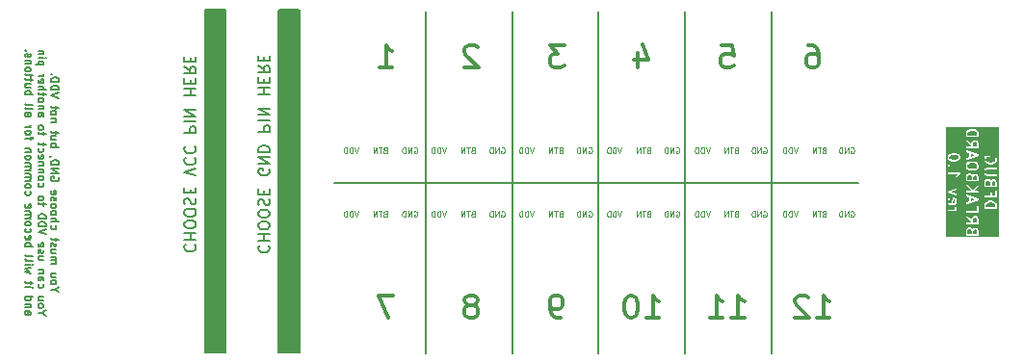
<source format=gbr>
%TF.GenerationSoftware,KiCad,Pcbnew,7.0.6*%
%TF.CreationDate,2023-08-04T15:36:24+02:00*%
%TF.ProjectId,Debug_BreakBoard,44656275-675f-4427-9265-616b426f6172,rev?*%
%TF.SameCoordinates,Original*%
%TF.FileFunction,Legend,Bot*%
%TF.FilePolarity,Positive*%
%FSLAX46Y46*%
G04 Gerber Fmt 4.6, Leading zero omitted, Abs format (unit mm)*
G04 Created by KiCad (PCBNEW 7.0.6) date 2023-08-04 15:36:24*
%MOMM*%
%LPD*%
G01*
G04 APERTURE LIST*
%ADD10C,0.150000*%
%ADD11C,0.125000*%
%ADD12C,0.300000*%
G04 APERTURE END LIST*
D10*
X138000000Y-63000000D02*
X184000000Y-63000000D01*
X168800455Y-48000000D02*
X168800455Y-78000000D01*
X146000455Y-48000000D02*
X146000455Y-78000000D01*
X176400455Y-48000824D02*
X176400455Y-78000824D01*
X153600455Y-48000000D02*
X153600455Y-78000000D01*
X161200455Y-48000000D02*
X161200455Y-78000000D01*
D11*
X142417121Y-60162904D02*
X142345693Y-60186714D01*
X142345693Y-60186714D02*
X142321883Y-60210523D01*
X142321883Y-60210523D02*
X142298074Y-60258142D01*
X142298074Y-60258142D02*
X142298074Y-60329571D01*
X142298074Y-60329571D02*
X142321883Y-60377190D01*
X142321883Y-60377190D02*
X142345693Y-60401000D01*
X142345693Y-60401000D02*
X142393312Y-60424809D01*
X142393312Y-60424809D02*
X142583788Y-60424809D01*
X142583788Y-60424809D02*
X142583788Y-59924809D01*
X142583788Y-59924809D02*
X142417121Y-59924809D01*
X142417121Y-59924809D02*
X142369502Y-59948619D01*
X142369502Y-59948619D02*
X142345693Y-59972428D01*
X142345693Y-59972428D02*
X142321883Y-60020047D01*
X142321883Y-60020047D02*
X142321883Y-60067666D01*
X142321883Y-60067666D02*
X142345693Y-60115285D01*
X142345693Y-60115285D02*
X142369502Y-60139095D01*
X142369502Y-60139095D02*
X142417121Y-60162904D01*
X142417121Y-60162904D02*
X142583788Y-60162904D01*
X142155216Y-59924809D02*
X141869502Y-59924809D01*
X142012359Y-60424809D02*
X142012359Y-59924809D01*
X141702836Y-60424809D02*
X141702836Y-59924809D01*
X141702836Y-59924809D02*
X141417122Y-60424809D01*
X141417122Y-60424809D02*
X141417122Y-59924809D01*
D10*
X113394300Y-72399997D02*
X113060966Y-72399997D01*
X113760966Y-72633330D02*
X113394300Y-72399997D01*
X113394300Y-72399997D02*
X113760966Y-72166663D01*
X113060966Y-71833330D02*
X113094300Y-71899997D01*
X113094300Y-71899997D02*
X113127633Y-71933330D01*
X113127633Y-71933330D02*
X113194300Y-71966663D01*
X113194300Y-71966663D02*
X113394300Y-71966663D01*
X113394300Y-71966663D02*
X113460966Y-71933330D01*
X113460966Y-71933330D02*
X113494300Y-71899997D01*
X113494300Y-71899997D02*
X113527633Y-71833330D01*
X113527633Y-71833330D02*
X113527633Y-71733330D01*
X113527633Y-71733330D02*
X113494300Y-71666663D01*
X113494300Y-71666663D02*
X113460966Y-71633330D01*
X113460966Y-71633330D02*
X113394300Y-71599997D01*
X113394300Y-71599997D02*
X113194300Y-71599997D01*
X113194300Y-71599997D02*
X113127633Y-71633330D01*
X113127633Y-71633330D02*
X113094300Y-71666663D01*
X113094300Y-71666663D02*
X113060966Y-71733330D01*
X113060966Y-71733330D02*
X113060966Y-71833330D01*
X113527633Y-70999997D02*
X113060966Y-70999997D01*
X113527633Y-71299997D02*
X113160966Y-71299997D01*
X113160966Y-71299997D02*
X113094300Y-71266664D01*
X113094300Y-71266664D02*
X113060966Y-71199997D01*
X113060966Y-71199997D02*
X113060966Y-71099997D01*
X113060966Y-71099997D02*
X113094300Y-71033330D01*
X113094300Y-71033330D02*
X113127633Y-70999997D01*
X113060966Y-70133331D02*
X113527633Y-70133331D01*
X113460966Y-70133331D02*
X113494300Y-70099998D01*
X113494300Y-70099998D02*
X113527633Y-70033331D01*
X113527633Y-70033331D02*
X113527633Y-69933331D01*
X113527633Y-69933331D02*
X113494300Y-69866664D01*
X113494300Y-69866664D02*
X113427633Y-69833331D01*
X113427633Y-69833331D02*
X113060966Y-69833331D01*
X113427633Y-69833331D02*
X113494300Y-69799998D01*
X113494300Y-69799998D02*
X113527633Y-69733331D01*
X113527633Y-69733331D02*
X113527633Y-69633331D01*
X113527633Y-69633331D02*
X113494300Y-69566664D01*
X113494300Y-69566664D02*
X113427633Y-69533331D01*
X113427633Y-69533331D02*
X113060966Y-69533331D01*
X113527633Y-68899998D02*
X113060966Y-68899998D01*
X113527633Y-69199998D02*
X113160966Y-69199998D01*
X113160966Y-69199998D02*
X113094300Y-69166665D01*
X113094300Y-69166665D02*
X113060966Y-69099998D01*
X113060966Y-69099998D02*
X113060966Y-68999998D01*
X113060966Y-68999998D02*
X113094300Y-68933331D01*
X113094300Y-68933331D02*
X113127633Y-68899998D01*
X113094300Y-68599998D02*
X113060966Y-68533332D01*
X113060966Y-68533332D02*
X113060966Y-68399998D01*
X113060966Y-68399998D02*
X113094300Y-68333332D01*
X113094300Y-68333332D02*
X113160966Y-68299998D01*
X113160966Y-68299998D02*
X113194300Y-68299998D01*
X113194300Y-68299998D02*
X113260966Y-68333332D01*
X113260966Y-68333332D02*
X113294300Y-68399998D01*
X113294300Y-68399998D02*
X113294300Y-68499998D01*
X113294300Y-68499998D02*
X113327633Y-68566665D01*
X113327633Y-68566665D02*
X113394300Y-68599998D01*
X113394300Y-68599998D02*
X113427633Y-68599998D01*
X113427633Y-68599998D02*
X113494300Y-68566665D01*
X113494300Y-68566665D02*
X113527633Y-68499998D01*
X113527633Y-68499998D02*
X113527633Y-68399998D01*
X113527633Y-68399998D02*
X113494300Y-68333332D01*
X113527633Y-68099998D02*
X113527633Y-67833331D01*
X113760966Y-67999998D02*
X113160966Y-67999998D01*
X113160966Y-67999998D02*
X113094300Y-67966665D01*
X113094300Y-67966665D02*
X113060966Y-67899998D01*
X113060966Y-67899998D02*
X113060966Y-67833331D01*
X113094300Y-66766665D02*
X113060966Y-66833332D01*
X113060966Y-66833332D02*
X113060966Y-66966665D01*
X113060966Y-66966665D02*
X113094300Y-67033332D01*
X113094300Y-67033332D02*
X113127633Y-67066665D01*
X113127633Y-67066665D02*
X113194300Y-67099998D01*
X113194300Y-67099998D02*
X113394300Y-67099998D01*
X113394300Y-67099998D02*
X113460966Y-67066665D01*
X113460966Y-67066665D02*
X113494300Y-67033332D01*
X113494300Y-67033332D02*
X113527633Y-66966665D01*
X113527633Y-66966665D02*
X113527633Y-66833332D01*
X113527633Y-66833332D02*
X113494300Y-66766665D01*
X113060966Y-66466665D02*
X113760966Y-66466665D01*
X113060966Y-66166665D02*
X113427633Y-66166665D01*
X113427633Y-66166665D02*
X113494300Y-66199998D01*
X113494300Y-66199998D02*
X113527633Y-66266665D01*
X113527633Y-66266665D02*
X113527633Y-66366665D01*
X113527633Y-66366665D02*
X113494300Y-66433332D01*
X113494300Y-66433332D02*
X113460966Y-66466665D01*
X113060966Y-65733332D02*
X113094300Y-65799999D01*
X113094300Y-65799999D02*
X113127633Y-65833332D01*
X113127633Y-65833332D02*
X113194300Y-65866665D01*
X113194300Y-65866665D02*
X113394300Y-65866665D01*
X113394300Y-65866665D02*
X113460966Y-65833332D01*
X113460966Y-65833332D02*
X113494300Y-65799999D01*
X113494300Y-65799999D02*
X113527633Y-65733332D01*
X113527633Y-65733332D02*
X113527633Y-65633332D01*
X113527633Y-65633332D02*
X113494300Y-65566665D01*
X113494300Y-65566665D02*
X113460966Y-65533332D01*
X113460966Y-65533332D02*
X113394300Y-65499999D01*
X113394300Y-65499999D02*
X113194300Y-65499999D01*
X113194300Y-65499999D02*
X113127633Y-65533332D01*
X113127633Y-65533332D02*
X113094300Y-65566665D01*
X113094300Y-65566665D02*
X113060966Y-65633332D01*
X113060966Y-65633332D02*
X113060966Y-65733332D01*
X113060966Y-65099999D02*
X113094300Y-65166666D01*
X113094300Y-65166666D02*
X113127633Y-65199999D01*
X113127633Y-65199999D02*
X113194300Y-65233332D01*
X113194300Y-65233332D02*
X113394300Y-65233332D01*
X113394300Y-65233332D02*
X113460966Y-65199999D01*
X113460966Y-65199999D02*
X113494300Y-65166666D01*
X113494300Y-65166666D02*
X113527633Y-65099999D01*
X113527633Y-65099999D02*
X113527633Y-64999999D01*
X113527633Y-64999999D02*
X113494300Y-64933332D01*
X113494300Y-64933332D02*
X113460966Y-64899999D01*
X113460966Y-64899999D02*
X113394300Y-64866666D01*
X113394300Y-64866666D02*
X113194300Y-64866666D01*
X113194300Y-64866666D02*
X113127633Y-64899999D01*
X113127633Y-64899999D02*
X113094300Y-64933332D01*
X113094300Y-64933332D02*
X113060966Y-64999999D01*
X113060966Y-64999999D02*
X113060966Y-65099999D01*
X113094300Y-64599999D02*
X113060966Y-64533333D01*
X113060966Y-64533333D02*
X113060966Y-64399999D01*
X113060966Y-64399999D02*
X113094300Y-64333333D01*
X113094300Y-64333333D02*
X113160966Y-64299999D01*
X113160966Y-64299999D02*
X113194300Y-64299999D01*
X113194300Y-64299999D02*
X113260966Y-64333333D01*
X113260966Y-64333333D02*
X113294300Y-64399999D01*
X113294300Y-64399999D02*
X113294300Y-64499999D01*
X113294300Y-64499999D02*
X113327633Y-64566666D01*
X113327633Y-64566666D02*
X113394300Y-64599999D01*
X113394300Y-64599999D02*
X113427633Y-64599999D01*
X113427633Y-64599999D02*
X113494300Y-64566666D01*
X113494300Y-64566666D02*
X113527633Y-64499999D01*
X113527633Y-64499999D02*
X113527633Y-64399999D01*
X113527633Y-64399999D02*
X113494300Y-64333333D01*
X113094300Y-63733332D02*
X113060966Y-63799999D01*
X113060966Y-63799999D02*
X113060966Y-63933332D01*
X113060966Y-63933332D02*
X113094300Y-63999999D01*
X113094300Y-63999999D02*
X113160966Y-64033332D01*
X113160966Y-64033332D02*
X113427633Y-64033332D01*
X113427633Y-64033332D02*
X113494300Y-63999999D01*
X113494300Y-63999999D02*
X113527633Y-63933332D01*
X113527633Y-63933332D02*
X113527633Y-63799999D01*
X113527633Y-63799999D02*
X113494300Y-63733332D01*
X113494300Y-63733332D02*
X113427633Y-63699999D01*
X113427633Y-63699999D02*
X113360966Y-63699999D01*
X113360966Y-63699999D02*
X113294300Y-64033332D01*
X113727633Y-62499999D02*
X113760966Y-62566666D01*
X113760966Y-62566666D02*
X113760966Y-62666666D01*
X113760966Y-62666666D02*
X113727633Y-62766666D01*
X113727633Y-62766666D02*
X113660966Y-62833333D01*
X113660966Y-62833333D02*
X113594300Y-62866666D01*
X113594300Y-62866666D02*
X113460966Y-62899999D01*
X113460966Y-62899999D02*
X113360966Y-62899999D01*
X113360966Y-62899999D02*
X113227633Y-62866666D01*
X113227633Y-62866666D02*
X113160966Y-62833333D01*
X113160966Y-62833333D02*
X113094300Y-62766666D01*
X113094300Y-62766666D02*
X113060966Y-62666666D01*
X113060966Y-62666666D02*
X113060966Y-62599999D01*
X113060966Y-62599999D02*
X113094300Y-62499999D01*
X113094300Y-62499999D02*
X113127633Y-62466666D01*
X113127633Y-62466666D02*
X113360966Y-62466666D01*
X113360966Y-62466666D02*
X113360966Y-62599999D01*
X113060966Y-62166666D02*
X113760966Y-62166666D01*
X113760966Y-62166666D02*
X113060966Y-61766666D01*
X113060966Y-61766666D02*
X113760966Y-61766666D01*
X113060966Y-61433333D02*
X113760966Y-61433333D01*
X113760966Y-61433333D02*
X113760966Y-61266666D01*
X113760966Y-61266666D02*
X113727633Y-61166666D01*
X113727633Y-61166666D02*
X113660966Y-61100000D01*
X113660966Y-61100000D02*
X113594300Y-61066666D01*
X113594300Y-61066666D02*
X113460966Y-61033333D01*
X113460966Y-61033333D02*
X113360966Y-61033333D01*
X113360966Y-61033333D02*
X113227633Y-61066666D01*
X113227633Y-61066666D02*
X113160966Y-61100000D01*
X113160966Y-61100000D02*
X113094300Y-61166666D01*
X113094300Y-61166666D02*
X113060966Y-61266666D01*
X113060966Y-61266666D02*
X113060966Y-61433333D01*
X113094300Y-60700000D02*
X113060966Y-60700000D01*
X113060966Y-60700000D02*
X112994300Y-60733333D01*
X112994300Y-60733333D02*
X112960966Y-60766666D01*
X113060966Y-59866667D02*
X113760966Y-59866667D01*
X113494300Y-59866667D02*
X113527633Y-59800000D01*
X113527633Y-59800000D02*
X113527633Y-59666667D01*
X113527633Y-59666667D02*
X113494300Y-59600000D01*
X113494300Y-59600000D02*
X113460966Y-59566667D01*
X113460966Y-59566667D02*
X113394300Y-59533334D01*
X113394300Y-59533334D02*
X113194300Y-59533334D01*
X113194300Y-59533334D02*
X113127633Y-59566667D01*
X113127633Y-59566667D02*
X113094300Y-59600000D01*
X113094300Y-59600000D02*
X113060966Y-59666667D01*
X113060966Y-59666667D02*
X113060966Y-59800000D01*
X113060966Y-59800000D02*
X113094300Y-59866667D01*
X113527633Y-58933334D02*
X113060966Y-58933334D01*
X113527633Y-59233334D02*
X113160966Y-59233334D01*
X113160966Y-59233334D02*
X113094300Y-59200001D01*
X113094300Y-59200001D02*
X113060966Y-59133334D01*
X113060966Y-59133334D02*
X113060966Y-59033334D01*
X113060966Y-59033334D02*
X113094300Y-58966667D01*
X113094300Y-58966667D02*
X113127633Y-58933334D01*
X113527633Y-58700001D02*
X113527633Y-58433334D01*
X113760966Y-58600001D02*
X113160966Y-58600001D01*
X113160966Y-58600001D02*
X113094300Y-58566668D01*
X113094300Y-58566668D02*
X113060966Y-58500001D01*
X113060966Y-58500001D02*
X113060966Y-58433334D01*
X113527633Y-57666668D02*
X113060966Y-57666668D01*
X113460966Y-57666668D02*
X113494300Y-57633335D01*
X113494300Y-57633335D02*
X113527633Y-57566668D01*
X113527633Y-57566668D02*
X113527633Y-57466668D01*
X113527633Y-57466668D02*
X113494300Y-57400001D01*
X113494300Y-57400001D02*
X113427633Y-57366668D01*
X113427633Y-57366668D02*
X113060966Y-57366668D01*
X113060966Y-56933335D02*
X113094300Y-57000002D01*
X113094300Y-57000002D02*
X113127633Y-57033335D01*
X113127633Y-57033335D02*
X113194300Y-57066668D01*
X113194300Y-57066668D02*
X113394300Y-57066668D01*
X113394300Y-57066668D02*
X113460966Y-57033335D01*
X113460966Y-57033335D02*
X113494300Y-57000002D01*
X113494300Y-57000002D02*
X113527633Y-56933335D01*
X113527633Y-56933335D02*
X113527633Y-56833335D01*
X113527633Y-56833335D02*
X113494300Y-56766668D01*
X113494300Y-56766668D02*
X113460966Y-56733335D01*
X113460966Y-56733335D02*
X113394300Y-56700002D01*
X113394300Y-56700002D02*
X113194300Y-56700002D01*
X113194300Y-56700002D02*
X113127633Y-56733335D01*
X113127633Y-56733335D02*
X113094300Y-56766668D01*
X113094300Y-56766668D02*
X113060966Y-56833335D01*
X113060966Y-56833335D02*
X113060966Y-56933335D01*
X113527633Y-56500002D02*
X113527633Y-56233335D01*
X113760966Y-56400002D02*
X113160966Y-56400002D01*
X113160966Y-56400002D02*
X113094300Y-56366669D01*
X113094300Y-56366669D02*
X113060966Y-56300002D01*
X113060966Y-56300002D02*
X113060966Y-56233335D01*
X113760966Y-55566669D02*
X113060966Y-55333336D01*
X113060966Y-55333336D02*
X113760966Y-55100002D01*
X113060966Y-54866669D02*
X113760966Y-54866669D01*
X113760966Y-54866669D02*
X113760966Y-54700002D01*
X113760966Y-54700002D02*
X113727633Y-54600002D01*
X113727633Y-54600002D02*
X113660966Y-54533336D01*
X113660966Y-54533336D02*
X113594300Y-54500002D01*
X113594300Y-54500002D02*
X113460966Y-54466669D01*
X113460966Y-54466669D02*
X113360966Y-54466669D01*
X113360966Y-54466669D02*
X113227633Y-54500002D01*
X113227633Y-54500002D02*
X113160966Y-54533336D01*
X113160966Y-54533336D02*
X113094300Y-54600002D01*
X113094300Y-54600002D02*
X113060966Y-54700002D01*
X113060966Y-54700002D02*
X113060966Y-54866669D01*
X113060966Y-54166669D02*
X113760966Y-54166669D01*
X113760966Y-54166669D02*
X113760966Y-54000002D01*
X113760966Y-54000002D02*
X113727633Y-53900002D01*
X113727633Y-53900002D02*
X113660966Y-53833336D01*
X113660966Y-53833336D02*
X113594300Y-53800002D01*
X113594300Y-53800002D02*
X113460966Y-53766669D01*
X113460966Y-53766669D02*
X113360966Y-53766669D01*
X113360966Y-53766669D02*
X113227633Y-53800002D01*
X113227633Y-53800002D02*
X113160966Y-53833336D01*
X113160966Y-53833336D02*
X113094300Y-53900002D01*
X113094300Y-53900002D02*
X113060966Y-54000002D01*
X113060966Y-54000002D02*
X113060966Y-54166669D01*
X113127633Y-53466669D02*
X113094300Y-53433336D01*
X113094300Y-53433336D02*
X113060966Y-53466669D01*
X113060966Y-53466669D02*
X113094300Y-53500002D01*
X113094300Y-53500002D02*
X113127633Y-53466669D01*
X113127633Y-53466669D02*
X113060966Y-53466669D01*
X112267300Y-74466662D02*
X111933966Y-74466662D01*
X112633966Y-74699995D02*
X112267300Y-74466662D01*
X112267300Y-74466662D02*
X112633966Y-74233328D01*
X111933966Y-73899995D02*
X111967300Y-73966662D01*
X111967300Y-73966662D02*
X112000633Y-73999995D01*
X112000633Y-73999995D02*
X112067300Y-74033328D01*
X112067300Y-74033328D02*
X112267300Y-74033328D01*
X112267300Y-74033328D02*
X112333966Y-73999995D01*
X112333966Y-73999995D02*
X112367300Y-73966662D01*
X112367300Y-73966662D02*
X112400633Y-73899995D01*
X112400633Y-73899995D02*
X112400633Y-73799995D01*
X112400633Y-73799995D02*
X112367300Y-73733328D01*
X112367300Y-73733328D02*
X112333966Y-73699995D01*
X112333966Y-73699995D02*
X112267300Y-73666662D01*
X112267300Y-73666662D02*
X112067300Y-73666662D01*
X112067300Y-73666662D02*
X112000633Y-73699995D01*
X112000633Y-73699995D02*
X111967300Y-73733328D01*
X111967300Y-73733328D02*
X111933966Y-73799995D01*
X111933966Y-73799995D02*
X111933966Y-73899995D01*
X112400633Y-73066662D02*
X111933966Y-73066662D01*
X112400633Y-73366662D02*
X112033966Y-73366662D01*
X112033966Y-73366662D02*
X111967300Y-73333329D01*
X111967300Y-73333329D02*
X111933966Y-73266662D01*
X111933966Y-73266662D02*
X111933966Y-73166662D01*
X111933966Y-73166662D02*
X111967300Y-73099995D01*
X111967300Y-73099995D02*
X112000633Y-73066662D01*
X111967300Y-71899996D02*
X111933966Y-71966663D01*
X111933966Y-71966663D02*
X111933966Y-72099996D01*
X111933966Y-72099996D02*
X111967300Y-72166663D01*
X111967300Y-72166663D02*
X112000633Y-72199996D01*
X112000633Y-72199996D02*
X112067300Y-72233329D01*
X112067300Y-72233329D02*
X112267300Y-72233329D01*
X112267300Y-72233329D02*
X112333966Y-72199996D01*
X112333966Y-72199996D02*
X112367300Y-72166663D01*
X112367300Y-72166663D02*
X112400633Y-72099996D01*
X112400633Y-72099996D02*
X112400633Y-71966663D01*
X112400633Y-71966663D02*
X112367300Y-71899996D01*
X111933966Y-71299996D02*
X112300633Y-71299996D01*
X112300633Y-71299996D02*
X112367300Y-71333329D01*
X112367300Y-71333329D02*
X112400633Y-71399996D01*
X112400633Y-71399996D02*
X112400633Y-71533329D01*
X112400633Y-71533329D02*
X112367300Y-71599996D01*
X111967300Y-71299996D02*
X111933966Y-71366663D01*
X111933966Y-71366663D02*
X111933966Y-71533329D01*
X111933966Y-71533329D02*
X111967300Y-71599996D01*
X111967300Y-71599996D02*
X112033966Y-71633329D01*
X112033966Y-71633329D02*
X112100633Y-71633329D01*
X112100633Y-71633329D02*
X112167300Y-71599996D01*
X112167300Y-71599996D02*
X112200633Y-71533329D01*
X112200633Y-71533329D02*
X112200633Y-71366663D01*
X112200633Y-71366663D02*
X112233966Y-71299996D01*
X112400633Y-70966663D02*
X111933966Y-70966663D01*
X112333966Y-70966663D02*
X112367300Y-70933330D01*
X112367300Y-70933330D02*
X112400633Y-70866663D01*
X112400633Y-70866663D02*
X112400633Y-70766663D01*
X112400633Y-70766663D02*
X112367300Y-70699996D01*
X112367300Y-70699996D02*
X112300633Y-70666663D01*
X112300633Y-70666663D02*
X111933966Y-70666663D01*
X112400633Y-69499997D02*
X111933966Y-69499997D01*
X112400633Y-69799997D02*
X112033966Y-69799997D01*
X112033966Y-69799997D02*
X111967300Y-69766664D01*
X111967300Y-69766664D02*
X111933966Y-69699997D01*
X111933966Y-69699997D02*
X111933966Y-69599997D01*
X111933966Y-69599997D02*
X111967300Y-69533330D01*
X111967300Y-69533330D02*
X112000633Y-69499997D01*
X111967300Y-69199997D02*
X111933966Y-69133331D01*
X111933966Y-69133331D02*
X111933966Y-68999997D01*
X111933966Y-68999997D02*
X111967300Y-68933331D01*
X111967300Y-68933331D02*
X112033966Y-68899997D01*
X112033966Y-68899997D02*
X112067300Y-68899997D01*
X112067300Y-68899997D02*
X112133966Y-68933331D01*
X112133966Y-68933331D02*
X112167300Y-68999997D01*
X112167300Y-68999997D02*
X112167300Y-69099997D01*
X112167300Y-69099997D02*
X112200633Y-69166664D01*
X112200633Y-69166664D02*
X112267300Y-69199997D01*
X112267300Y-69199997D02*
X112300633Y-69199997D01*
X112300633Y-69199997D02*
X112367300Y-69166664D01*
X112367300Y-69166664D02*
X112400633Y-69099997D01*
X112400633Y-69099997D02*
X112400633Y-68999997D01*
X112400633Y-68999997D02*
X112367300Y-68933331D01*
X111967300Y-68333330D02*
X111933966Y-68399997D01*
X111933966Y-68399997D02*
X111933966Y-68533330D01*
X111933966Y-68533330D02*
X111967300Y-68599997D01*
X111967300Y-68599997D02*
X112033966Y-68633330D01*
X112033966Y-68633330D02*
X112300633Y-68633330D01*
X112300633Y-68633330D02*
X112367300Y-68599997D01*
X112367300Y-68599997D02*
X112400633Y-68533330D01*
X112400633Y-68533330D02*
X112400633Y-68399997D01*
X112400633Y-68399997D02*
X112367300Y-68333330D01*
X112367300Y-68333330D02*
X112300633Y-68299997D01*
X112300633Y-68299997D02*
X112233966Y-68299997D01*
X112233966Y-68299997D02*
X112167300Y-68633330D01*
X112633966Y-67566664D02*
X111933966Y-67333331D01*
X111933966Y-67333331D02*
X112633966Y-67099997D01*
X111933966Y-66866664D02*
X112633966Y-66866664D01*
X112633966Y-66866664D02*
X112633966Y-66699997D01*
X112633966Y-66699997D02*
X112600633Y-66599997D01*
X112600633Y-66599997D02*
X112533966Y-66533331D01*
X112533966Y-66533331D02*
X112467300Y-66499997D01*
X112467300Y-66499997D02*
X112333966Y-66466664D01*
X112333966Y-66466664D02*
X112233966Y-66466664D01*
X112233966Y-66466664D02*
X112100633Y-66499997D01*
X112100633Y-66499997D02*
X112033966Y-66533331D01*
X112033966Y-66533331D02*
X111967300Y-66599997D01*
X111967300Y-66599997D02*
X111933966Y-66699997D01*
X111933966Y-66699997D02*
X111933966Y-66866664D01*
X111933966Y-66166664D02*
X112633966Y-66166664D01*
X112633966Y-66166664D02*
X112633966Y-65999997D01*
X112633966Y-65999997D02*
X112600633Y-65899997D01*
X112600633Y-65899997D02*
X112533966Y-65833331D01*
X112533966Y-65833331D02*
X112467300Y-65799997D01*
X112467300Y-65799997D02*
X112333966Y-65766664D01*
X112333966Y-65766664D02*
X112233966Y-65766664D01*
X112233966Y-65766664D02*
X112100633Y-65799997D01*
X112100633Y-65799997D02*
X112033966Y-65833331D01*
X112033966Y-65833331D02*
X111967300Y-65899997D01*
X111967300Y-65899997D02*
X111933966Y-65999997D01*
X111933966Y-65999997D02*
X111933966Y-66166664D01*
X112400633Y-65033331D02*
X112400633Y-64766664D01*
X112633966Y-64933331D02*
X112033966Y-64933331D01*
X112033966Y-64933331D02*
X111967300Y-64899998D01*
X111967300Y-64899998D02*
X111933966Y-64833331D01*
X111933966Y-64833331D02*
X111933966Y-64766664D01*
X111933966Y-64433331D02*
X111967300Y-64499998D01*
X111967300Y-64499998D02*
X112000633Y-64533331D01*
X112000633Y-64533331D02*
X112067300Y-64566664D01*
X112067300Y-64566664D02*
X112267300Y-64566664D01*
X112267300Y-64566664D02*
X112333966Y-64533331D01*
X112333966Y-64533331D02*
X112367300Y-64499998D01*
X112367300Y-64499998D02*
X112400633Y-64433331D01*
X112400633Y-64433331D02*
X112400633Y-64333331D01*
X112400633Y-64333331D02*
X112367300Y-64266664D01*
X112367300Y-64266664D02*
X112333966Y-64233331D01*
X112333966Y-64233331D02*
X112267300Y-64199998D01*
X112267300Y-64199998D02*
X112067300Y-64199998D01*
X112067300Y-64199998D02*
X112000633Y-64233331D01*
X112000633Y-64233331D02*
X111967300Y-64266664D01*
X111967300Y-64266664D02*
X111933966Y-64333331D01*
X111933966Y-64333331D02*
X111933966Y-64433331D01*
X111967300Y-63066665D02*
X111933966Y-63133332D01*
X111933966Y-63133332D02*
X111933966Y-63266665D01*
X111933966Y-63266665D02*
X111967300Y-63333332D01*
X111967300Y-63333332D02*
X112000633Y-63366665D01*
X112000633Y-63366665D02*
X112067300Y-63399998D01*
X112067300Y-63399998D02*
X112267300Y-63399998D01*
X112267300Y-63399998D02*
X112333966Y-63366665D01*
X112333966Y-63366665D02*
X112367300Y-63333332D01*
X112367300Y-63333332D02*
X112400633Y-63266665D01*
X112400633Y-63266665D02*
X112400633Y-63133332D01*
X112400633Y-63133332D02*
X112367300Y-63066665D01*
X111933966Y-62666665D02*
X111967300Y-62733332D01*
X111967300Y-62733332D02*
X112000633Y-62766665D01*
X112000633Y-62766665D02*
X112067300Y-62799998D01*
X112067300Y-62799998D02*
X112267300Y-62799998D01*
X112267300Y-62799998D02*
X112333966Y-62766665D01*
X112333966Y-62766665D02*
X112367300Y-62733332D01*
X112367300Y-62733332D02*
X112400633Y-62666665D01*
X112400633Y-62666665D02*
X112400633Y-62566665D01*
X112400633Y-62566665D02*
X112367300Y-62499998D01*
X112367300Y-62499998D02*
X112333966Y-62466665D01*
X112333966Y-62466665D02*
X112267300Y-62433332D01*
X112267300Y-62433332D02*
X112067300Y-62433332D01*
X112067300Y-62433332D02*
X112000633Y-62466665D01*
X112000633Y-62466665D02*
X111967300Y-62499998D01*
X111967300Y-62499998D02*
X111933966Y-62566665D01*
X111933966Y-62566665D02*
X111933966Y-62666665D01*
X112400633Y-62133332D02*
X111933966Y-62133332D01*
X112333966Y-62133332D02*
X112367300Y-62099999D01*
X112367300Y-62099999D02*
X112400633Y-62033332D01*
X112400633Y-62033332D02*
X112400633Y-61933332D01*
X112400633Y-61933332D02*
X112367300Y-61866665D01*
X112367300Y-61866665D02*
X112300633Y-61833332D01*
X112300633Y-61833332D02*
X111933966Y-61833332D01*
X112400633Y-61499999D02*
X111933966Y-61499999D01*
X112333966Y-61499999D02*
X112367300Y-61466666D01*
X112367300Y-61466666D02*
X112400633Y-61399999D01*
X112400633Y-61399999D02*
X112400633Y-61299999D01*
X112400633Y-61299999D02*
X112367300Y-61233332D01*
X112367300Y-61233332D02*
X112300633Y-61199999D01*
X112300633Y-61199999D02*
X111933966Y-61199999D01*
X111967300Y-60599999D02*
X111933966Y-60666666D01*
X111933966Y-60666666D02*
X111933966Y-60799999D01*
X111933966Y-60799999D02*
X111967300Y-60866666D01*
X111967300Y-60866666D02*
X112033966Y-60899999D01*
X112033966Y-60899999D02*
X112300633Y-60899999D01*
X112300633Y-60899999D02*
X112367300Y-60866666D01*
X112367300Y-60866666D02*
X112400633Y-60799999D01*
X112400633Y-60799999D02*
X112400633Y-60666666D01*
X112400633Y-60666666D02*
X112367300Y-60599999D01*
X112367300Y-60599999D02*
X112300633Y-60566666D01*
X112300633Y-60566666D02*
X112233966Y-60566666D01*
X112233966Y-60566666D02*
X112167300Y-60899999D01*
X111967300Y-59966666D02*
X111933966Y-60033333D01*
X111933966Y-60033333D02*
X111933966Y-60166666D01*
X111933966Y-60166666D02*
X111967300Y-60233333D01*
X111967300Y-60233333D02*
X112000633Y-60266666D01*
X112000633Y-60266666D02*
X112067300Y-60299999D01*
X112067300Y-60299999D02*
X112267300Y-60299999D01*
X112267300Y-60299999D02*
X112333966Y-60266666D01*
X112333966Y-60266666D02*
X112367300Y-60233333D01*
X112367300Y-60233333D02*
X112400633Y-60166666D01*
X112400633Y-60166666D02*
X112400633Y-60033333D01*
X112400633Y-60033333D02*
X112367300Y-59966666D01*
X112400633Y-59766666D02*
X112400633Y-59499999D01*
X112633966Y-59666666D02*
X112033966Y-59666666D01*
X112033966Y-59666666D02*
X111967300Y-59633333D01*
X111967300Y-59633333D02*
X111933966Y-59566666D01*
X111933966Y-59566666D02*
X111933966Y-59499999D01*
X112400633Y-58833333D02*
X112400633Y-58566666D01*
X112633966Y-58733333D02*
X112033966Y-58733333D01*
X112033966Y-58733333D02*
X111967300Y-58700000D01*
X111967300Y-58700000D02*
X111933966Y-58633333D01*
X111933966Y-58633333D02*
X111933966Y-58566666D01*
X111933966Y-58233333D02*
X111967300Y-58300000D01*
X111967300Y-58300000D02*
X112000633Y-58333333D01*
X112000633Y-58333333D02*
X112067300Y-58366666D01*
X112067300Y-58366666D02*
X112267300Y-58366666D01*
X112267300Y-58366666D02*
X112333966Y-58333333D01*
X112333966Y-58333333D02*
X112367300Y-58300000D01*
X112367300Y-58300000D02*
X112400633Y-58233333D01*
X112400633Y-58233333D02*
X112400633Y-58133333D01*
X112400633Y-58133333D02*
X112367300Y-58066666D01*
X112367300Y-58066666D02*
X112333966Y-58033333D01*
X112333966Y-58033333D02*
X112267300Y-58000000D01*
X112267300Y-58000000D02*
X112067300Y-58000000D01*
X112067300Y-58000000D02*
X112000633Y-58033333D01*
X112000633Y-58033333D02*
X111967300Y-58066666D01*
X111967300Y-58066666D02*
X111933966Y-58133333D01*
X111933966Y-58133333D02*
X111933966Y-58233333D01*
X111933966Y-56866667D02*
X112300633Y-56866667D01*
X112300633Y-56866667D02*
X112367300Y-56900000D01*
X112367300Y-56900000D02*
X112400633Y-56966667D01*
X112400633Y-56966667D02*
X112400633Y-57100000D01*
X112400633Y-57100000D02*
X112367300Y-57166667D01*
X111967300Y-56866667D02*
X111933966Y-56933334D01*
X111933966Y-56933334D02*
X111933966Y-57100000D01*
X111933966Y-57100000D02*
X111967300Y-57166667D01*
X111967300Y-57166667D02*
X112033966Y-57200000D01*
X112033966Y-57200000D02*
X112100633Y-57200000D01*
X112100633Y-57200000D02*
X112167300Y-57166667D01*
X112167300Y-57166667D02*
X112200633Y-57100000D01*
X112200633Y-57100000D02*
X112200633Y-56933334D01*
X112200633Y-56933334D02*
X112233966Y-56866667D01*
X112400633Y-56533334D02*
X111933966Y-56533334D01*
X112333966Y-56533334D02*
X112367300Y-56500001D01*
X112367300Y-56500001D02*
X112400633Y-56433334D01*
X112400633Y-56433334D02*
X112400633Y-56333334D01*
X112400633Y-56333334D02*
X112367300Y-56266667D01*
X112367300Y-56266667D02*
X112300633Y-56233334D01*
X112300633Y-56233334D02*
X111933966Y-56233334D01*
X111933966Y-55800001D02*
X111967300Y-55866668D01*
X111967300Y-55866668D02*
X112000633Y-55900001D01*
X112000633Y-55900001D02*
X112067300Y-55933334D01*
X112067300Y-55933334D02*
X112267300Y-55933334D01*
X112267300Y-55933334D02*
X112333966Y-55900001D01*
X112333966Y-55900001D02*
X112367300Y-55866668D01*
X112367300Y-55866668D02*
X112400633Y-55800001D01*
X112400633Y-55800001D02*
X112400633Y-55700001D01*
X112400633Y-55700001D02*
X112367300Y-55633334D01*
X112367300Y-55633334D02*
X112333966Y-55600001D01*
X112333966Y-55600001D02*
X112267300Y-55566668D01*
X112267300Y-55566668D02*
X112067300Y-55566668D01*
X112067300Y-55566668D02*
X112000633Y-55600001D01*
X112000633Y-55600001D02*
X111967300Y-55633334D01*
X111967300Y-55633334D02*
X111933966Y-55700001D01*
X111933966Y-55700001D02*
X111933966Y-55800001D01*
X112400633Y-55366668D02*
X112400633Y-55100001D01*
X112633966Y-55266668D02*
X112033966Y-55266668D01*
X112033966Y-55266668D02*
X111967300Y-55233335D01*
X111967300Y-55233335D02*
X111933966Y-55166668D01*
X111933966Y-55166668D02*
X111933966Y-55100001D01*
X111933966Y-54866668D02*
X112633966Y-54866668D01*
X111933966Y-54566668D02*
X112300633Y-54566668D01*
X112300633Y-54566668D02*
X112367300Y-54600001D01*
X112367300Y-54600001D02*
X112400633Y-54666668D01*
X112400633Y-54666668D02*
X112400633Y-54766668D01*
X112400633Y-54766668D02*
X112367300Y-54833335D01*
X112367300Y-54833335D02*
X112333966Y-54866668D01*
X111967300Y-53966668D02*
X111933966Y-54033335D01*
X111933966Y-54033335D02*
X111933966Y-54166668D01*
X111933966Y-54166668D02*
X111967300Y-54233335D01*
X111967300Y-54233335D02*
X112033966Y-54266668D01*
X112033966Y-54266668D02*
X112300633Y-54266668D01*
X112300633Y-54266668D02*
X112367300Y-54233335D01*
X112367300Y-54233335D02*
X112400633Y-54166668D01*
X112400633Y-54166668D02*
X112400633Y-54033335D01*
X112400633Y-54033335D02*
X112367300Y-53966668D01*
X112367300Y-53966668D02*
X112300633Y-53933335D01*
X112300633Y-53933335D02*
X112233966Y-53933335D01*
X112233966Y-53933335D02*
X112167300Y-54266668D01*
X111933966Y-53633335D02*
X112400633Y-53633335D01*
X112267300Y-53633335D02*
X112333966Y-53600002D01*
X112333966Y-53600002D02*
X112367300Y-53566668D01*
X112367300Y-53566668D02*
X112400633Y-53500002D01*
X112400633Y-53500002D02*
X112400633Y-53433335D01*
X112400633Y-52666669D02*
X111700633Y-52666669D01*
X112367300Y-52666669D02*
X112400633Y-52600002D01*
X112400633Y-52600002D02*
X112400633Y-52466669D01*
X112400633Y-52466669D02*
X112367300Y-52400002D01*
X112367300Y-52400002D02*
X112333966Y-52366669D01*
X112333966Y-52366669D02*
X112267300Y-52333336D01*
X112267300Y-52333336D02*
X112067300Y-52333336D01*
X112067300Y-52333336D02*
X112000633Y-52366669D01*
X112000633Y-52366669D02*
X111967300Y-52400002D01*
X111967300Y-52400002D02*
X111933966Y-52466669D01*
X111933966Y-52466669D02*
X111933966Y-52600002D01*
X111933966Y-52600002D02*
X111967300Y-52666669D01*
X111933966Y-52033336D02*
X112400633Y-52033336D01*
X112633966Y-52033336D02*
X112600633Y-52066669D01*
X112600633Y-52066669D02*
X112567300Y-52033336D01*
X112567300Y-52033336D02*
X112600633Y-52000003D01*
X112600633Y-52000003D02*
X112633966Y-52033336D01*
X112633966Y-52033336D02*
X112567300Y-52033336D01*
X112400633Y-51700003D02*
X111933966Y-51700003D01*
X112333966Y-51700003D02*
X112367300Y-51666670D01*
X112367300Y-51666670D02*
X112400633Y-51600003D01*
X112400633Y-51600003D02*
X112400633Y-51500003D01*
X112400633Y-51500003D02*
X112367300Y-51433336D01*
X112367300Y-51433336D02*
X112300633Y-51400003D01*
X112300633Y-51400003D02*
X111933966Y-51400003D01*
X110806966Y-74333329D02*
X111173633Y-74333329D01*
X111173633Y-74333329D02*
X111240300Y-74366662D01*
X111240300Y-74366662D02*
X111273633Y-74433329D01*
X111273633Y-74433329D02*
X111273633Y-74566662D01*
X111273633Y-74566662D02*
X111240300Y-74633329D01*
X110840300Y-74333329D02*
X110806966Y-74399996D01*
X110806966Y-74399996D02*
X110806966Y-74566662D01*
X110806966Y-74566662D02*
X110840300Y-74633329D01*
X110840300Y-74633329D02*
X110906966Y-74666662D01*
X110906966Y-74666662D02*
X110973633Y-74666662D01*
X110973633Y-74666662D02*
X111040300Y-74633329D01*
X111040300Y-74633329D02*
X111073633Y-74566662D01*
X111073633Y-74566662D02*
X111073633Y-74399996D01*
X111073633Y-74399996D02*
X111106966Y-74333329D01*
X111273633Y-73999996D02*
X110806966Y-73999996D01*
X111206966Y-73999996D02*
X111240300Y-73966663D01*
X111240300Y-73966663D02*
X111273633Y-73899996D01*
X111273633Y-73899996D02*
X111273633Y-73799996D01*
X111273633Y-73799996D02*
X111240300Y-73733329D01*
X111240300Y-73733329D02*
X111173633Y-73699996D01*
X111173633Y-73699996D02*
X110806966Y-73699996D01*
X110806966Y-73066663D02*
X111506966Y-73066663D01*
X110840300Y-73066663D02*
X110806966Y-73133330D01*
X110806966Y-73133330D02*
X110806966Y-73266663D01*
X110806966Y-73266663D02*
X110840300Y-73333330D01*
X110840300Y-73333330D02*
X110873633Y-73366663D01*
X110873633Y-73366663D02*
X110940300Y-73399996D01*
X110940300Y-73399996D02*
X111140300Y-73399996D01*
X111140300Y-73399996D02*
X111206966Y-73366663D01*
X111206966Y-73366663D02*
X111240300Y-73333330D01*
X111240300Y-73333330D02*
X111273633Y-73266663D01*
X111273633Y-73266663D02*
X111273633Y-73133330D01*
X111273633Y-73133330D02*
X111240300Y-73066663D01*
X110806966Y-72199997D02*
X111273633Y-72199997D01*
X111506966Y-72199997D02*
X111473633Y-72233330D01*
X111473633Y-72233330D02*
X111440300Y-72199997D01*
X111440300Y-72199997D02*
X111473633Y-72166664D01*
X111473633Y-72166664D02*
X111506966Y-72199997D01*
X111506966Y-72199997D02*
X111440300Y-72199997D01*
X111273633Y-71966664D02*
X111273633Y-71699997D01*
X111506966Y-71866664D02*
X110906966Y-71866664D01*
X110906966Y-71866664D02*
X110840300Y-71833331D01*
X110840300Y-71833331D02*
X110806966Y-71766664D01*
X110806966Y-71766664D02*
X110806966Y-71699997D01*
X111273633Y-70999998D02*
X110806966Y-70866664D01*
X110806966Y-70866664D02*
X111140300Y-70733331D01*
X111140300Y-70733331D02*
X110806966Y-70599998D01*
X110806966Y-70599998D02*
X111273633Y-70466664D01*
X110806966Y-70199998D02*
X111273633Y-70199998D01*
X111506966Y-70199998D02*
X111473633Y-70233331D01*
X111473633Y-70233331D02*
X111440300Y-70199998D01*
X111440300Y-70199998D02*
X111473633Y-70166665D01*
X111473633Y-70166665D02*
X111506966Y-70199998D01*
X111506966Y-70199998D02*
X111440300Y-70199998D01*
X110806966Y-69766665D02*
X110840300Y-69833332D01*
X110840300Y-69833332D02*
X110906966Y-69866665D01*
X110906966Y-69866665D02*
X111506966Y-69866665D01*
X110806966Y-69399998D02*
X110840300Y-69466665D01*
X110840300Y-69466665D02*
X110906966Y-69499998D01*
X110906966Y-69499998D02*
X111506966Y-69499998D01*
X110806966Y-68599998D02*
X111506966Y-68599998D01*
X111240300Y-68599998D02*
X111273633Y-68533331D01*
X111273633Y-68533331D02*
X111273633Y-68399998D01*
X111273633Y-68399998D02*
X111240300Y-68333331D01*
X111240300Y-68333331D02*
X111206966Y-68299998D01*
X111206966Y-68299998D02*
X111140300Y-68266665D01*
X111140300Y-68266665D02*
X110940300Y-68266665D01*
X110940300Y-68266665D02*
X110873633Y-68299998D01*
X110873633Y-68299998D02*
X110840300Y-68333331D01*
X110840300Y-68333331D02*
X110806966Y-68399998D01*
X110806966Y-68399998D02*
X110806966Y-68533331D01*
X110806966Y-68533331D02*
X110840300Y-68599998D01*
X110840300Y-67699998D02*
X110806966Y-67766665D01*
X110806966Y-67766665D02*
X110806966Y-67899998D01*
X110806966Y-67899998D02*
X110840300Y-67966665D01*
X110840300Y-67966665D02*
X110906966Y-67999998D01*
X110906966Y-67999998D02*
X111173633Y-67999998D01*
X111173633Y-67999998D02*
X111240300Y-67966665D01*
X111240300Y-67966665D02*
X111273633Y-67899998D01*
X111273633Y-67899998D02*
X111273633Y-67766665D01*
X111273633Y-67766665D02*
X111240300Y-67699998D01*
X111240300Y-67699998D02*
X111173633Y-67666665D01*
X111173633Y-67666665D02*
X111106966Y-67666665D01*
X111106966Y-67666665D02*
X111040300Y-67999998D01*
X110840300Y-67066665D02*
X110806966Y-67133332D01*
X110806966Y-67133332D02*
X110806966Y-67266665D01*
X110806966Y-67266665D02*
X110840300Y-67333332D01*
X110840300Y-67333332D02*
X110873633Y-67366665D01*
X110873633Y-67366665D02*
X110940300Y-67399998D01*
X110940300Y-67399998D02*
X111140300Y-67399998D01*
X111140300Y-67399998D02*
X111206966Y-67366665D01*
X111206966Y-67366665D02*
X111240300Y-67333332D01*
X111240300Y-67333332D02*
X111273633Y-67266665D01*
X111273633Y-67266665D02*
X111273633Y-67133332D01*
X111273633Y-67133332D02*
X111240300Y-67066665D01*
X110806966Y-66666665D02*
X110840300Y-66733332D01*
X110840300Y-66733332D02*
X110873633Y-66766665D01*
X110873633Y-66766665D02*
X110940300Y-66799998D01*
X110940300Y-66799998D02*
X111140300Y-66799998D01*
X111140300Y-66799998D02*
X111206966Y-66766665D01*
X111206966Y-66766665D02*
X111240300Y-66733332D01*
X111240300Y-66733332D02*
X111273633Y-66666665D01*
X111273633Y-66666665D02*
X111273633Y-66566665D01*
X111273633Y-66566665D02*
X111240300Y-66499998D01*
X111240300Y-66499998D02*
X111206966Y-66466665D01*
X111206966Y-66466665D02*
X111140300Y-66433332D01*
X111140300Y-66433332D02*
X110940300Y-66433332D01*
X110940300Y-66433332D02*
X110873633Y-66466665D01*
X110873633Y-66466665D02*
X110840300Y-66499998D01*
X110840300Y-66499998D02*
X110806966Y-66566665D01*
X110806966Y-66566665D02*
X110806966Y-66666665D01*
X110806966Y-66133332D02*
X111273633Y-66133332D01*
X111206966Y-66133332D02*
X111240300Y-66099999D01*
X111240300Y-66099999D02*
X111273633Y-66033332D01*
X111273633Y-66033332D02*
X111273633Y-65933332D01*
X111273633Y-65933332D02*
X111240300Y-65866665D01*
X111240300Y-65866665D02*
X111173633Y-65833332D01*
X111173633Y-65833332D02*
X110806966Y-65833332D01*
X111173633Y-65833332D02*
X111240300Y-65799999D01*
X111240300Y-65799999D02*
X111273633Y-65733332D01*
X111273633Y-65733332D02*
X111273633Y-65633332D01*
X111273633Y-65633332D02*
X111240300Y-65566665D01*
X111240300Y-65566665D02*
X111173633Y-65533332D01*
X111173633Y-65533332D02*
X110806966Y-65533332D01*
X110840300Y-64933332D02*
X110806966Y-64999999D01*
X110806966Y-64999999D02*
X110806966Y-65133332D01*
X110806966Y-65133332D02*
X110840300Y-65199999D01*
X110840300Y-65199999D02*
X110906966Y-65233332D01*
X110906966Y-65233332D02*
X111173633Y-65233332D01*
X111173633Y-65233332D02*
X111240300Y-65199999D01*
X111240300Y-65199999D02*
X111273633Y-65133332D01*
X111273633Y-65133332D02*
X111273633Y-64999999D01*
X111273633Y-64999999D02*
X111240300Y-64933332D01*
X111240300Y-64933332D02*
X111173633Y-64899999D01*
X111173633Y-64899999D02*
X111106966Y-64899999D01*
X111106966Y-64899999D02*
X111040300Y-65233332D01*
X110840300Y-63766666D02*
X110806966Y-63833333D01*
X110806966Y-63833333D02*
X110806966Y-63966666D01*
X110806966Y-63966666D02*
X110840300Y-64033333D01*
X110840300Y-64033333D02*
X110873633Y-64066666D01*
X110873633Y-64066666D02*
X110940300Y-64099999D01*
X110940300Y-64099999D02*
X111140300Y-64099999D01*
X111140300Y-64099999D02*
X111206966Y-64066666D01*
X111206966Y-64066666D02*
X111240300Y-64033333D01*
X111240300Y-64033333D02*
X111273633Y-63966666D01*
X111273633Y-63966666D02*
X111273633Y-63833333D01*
X111273633Y-63833333D02*
X111240300Y-63766666D01*
X110806966Y-63366666D02*
X110840300Y-63433333D01*
X110840300Y-63433333D02*
X110873633Y-63466666D01*
X110873633Y-63466666D02*
X110940300Y-63499999D01*
X110940300Y-63499999D02*
X111140300Y-63499999D01*
X111140300Y-63499999D02*
X111206966Y-63466666D01*
X111206966Y-63466666D02*
X111240300Y-63433333D01*
X111240300Y-63433333D02*
X111273633Y-63366666D01*
X111273633Y-63366666D02*
X111273633Y-63266666D01*
X111273633Y-63266666D02*
X111240300Y-63199999D01*
X111240300Y-63199999D02*
X111206966Y-63166666D01*
X111206966Y-63166666D02*
X111140300Y-63133333D01*
X111140300Y-63133333D02*
X110940300Y-63133333D01*
X110940300Y-63133333D02*
X110873633Y-63166666D01*
X110873633Y-63166666D02*
X110840300Y-63199999D01*
X110840300Y-63199999D02*
X110806966Y-63266666D01*
X110806966Y-63266666D02*
X110806966Y-63366666D01*
X110806966Y-62833333D02*
X111273633Y-62833333D01*
X111206966Y-62833333D02*
X111240300Y-62800000D01*
X111240300Y-62800000D02*
X111273633Y-62733333D01*
X111273633Y-62733333D02*
X111273633Y-62633333D01*
X111273633Y-62633333D02*
X111240300Y-62566666D01*
X111240300Y-62566666D02*
X111173633Y-62533333D01*
X111173633Y-62533333D02*
X110806966Y-62533333D01*
X111173633Y-62533333D02*
X111240300Y-62500000D01*
X111240300Y-62500000D02*
X111273633Y-62433333D01*
X111273633Y-62433333D02*
X111273633Y-62333333D01*
X111273633Y-62333333D02*
X111240300Y-62266666D01*
X111240300Y-62266666D02*
X111173633Y-62233333D01*
X111173633Y-62233333D02*
X110806966Y-62233333D01*
X110806966Y-61900000D02*
X111273633Y-61900000D01*
X111206966Y-61900000D02*
X111240300Y-61866667D01*
X111240300Y-61866667D02*
X111273633Y-61800000D01*
X111273633Y-61800000D02*
X111273633Y-61700000D01*
X111273633Y-61700000D02*
X111240300Y-61633333D01*
X111240300Y-61633333D02*
X111173633Y-61600000D01*
X111173633Y-61600000D02*
X110806966Y-61600000D01*
X111173633Y-61600000D02*
X111240300Y-61566667D01*
X111240300Y-61566667D02*
X111273633Y-61500000D01*
X111273633Y-61500000D02*
X111273633Y-61400000D01*
X111273633Y-61400000D02*
X111240300Y-61333333D01*
X111240300Y-61333333D02*
X111173633Y-61300000D01*
X111173633Y-61300000D02*
X110806966Y-61300000D01*
X110806966Y-60866667D02*
X110840300Y-60933334D01*
X110840300Y-60933334D02*
X110873633Y-60966667D01*
X110873633Y-60966667D02*
X110940300Y-61000000D01*
X110940300Y-61000000D02*
X111140300Y-61000000D01*
X111140300Y-61000000D02*
X111206966Y-60966667D01*
X111206966Y-60966667D02*
X111240300Y-60933334D01*
X111240300Y-60933334D02*
X111273633Y-60866667D01*
X111273633Y-60866667D02*
X111273633Y-60766667D01*
X111273633Y-60766667D02*
X111240300Y-60700000D01*
X111240300Y-60700000D02*
X111206966Y-60666667D01*
X111206966Y-60666667D02*
X111140300Y-60633334D01*
X111140300Y-60633334D02*
X110940300Y-60633334D01*
X110940300Y-60633334D02*
X110873633Y-60666667D01*
X110873633Y-60666667D02*
X110840300Y-60700000D01*
X110840300Y-60700000D02*
X110806966Y-60766667D01*
X110806966Y-60766667D02*
X110806966Y-60866667D01*
X111273633Y-60333334D02*
X110806966Y-60333334D01*
X111206966Y-60333334D02*
X111240300Y-60300001D01*
X111240300Y-60300001D02*
X111273633Y-60233334D01*
X111273633Y-60233334D02*
X111273633Y-60133334D01*
X111273633Y-60133334D02*
X111240300Y-60066667D01*
X111240300Y-60066667D02*
X111173633Y-60033334D01*
X111173633Y-60033334D02*
X110806966Y-60033334D01*
X111273633Y-59266668D02*
X111273633Y-59000001D01*
X110806966Y-59166668D02*
X111406966Y-59166668D01*
X111406966Y-59166668D02*
X111473633Y-59133335D01*
X111473633Y-59133335D02*
X111506966Y-59066668D01*
X111506966Y-59066668D02*
X111506966Y-59000001D01*
X110806966Y-58666668D02*
X110840300Y-58733335D01*
X110840300Y-58733335D02*
X110873633Y-58766668D01*
X110873633Y-58766668D02*
X110940300Y-58800001D01*
X110940300Y-58800001D02*
X111140300Y-58800001D01*
X111140300Y-58800001D02*
X111206966Y-58766668D01*
X111206966Y-58766668D02*
X111240300Y-58733335D01*
X111240300Y-58733335D02*
X111273633Y-58666668D01*
X111273633Y-58666668D02*
X111273633Y-58566668D01*
X111273633Y-58566668D02*
X111240300Y-58500001D01*
X111240300Y-58500001D02*
X111206966Y-58466668D01*
X111206966Y-58466668D02*
X111140300Y-58433335D01*
X111140300Y-58433335D02*
X110940300Y-58433335D01*
X110940300Y-58433335D02*
X110873633Y-58466668D01*
X110873633Y-58466668D02*
X110840300Y-58500001D01*
X110840300Y-58500001D02*
X110806966Y-58566668D01*
X110806966Y-58566668D02*
X110806966Y-58666668D01*
X110806966Y-58133335D02*
X111273633Y-58133335D01*
X111140300Y-58133335D02*
X111206966Y-58100002D01*
X111206966Y-58100002D02*
X111240300Y-58066668D01*
X111240300Y-58066668D02*
X111273633Y-58000002D01*
X111273633Y-58000002D02*
X111273633Y-57933335D01*
X110806966Y-56866669D02*
X111173633Y-56866669D01*
X111173633Y-56866669D02*
X111240300Y-56900002D01*
X111240300Y-56900002D02*
X111273633Y-56966669D01*
X111273633Y-56966669D02*
X111273633Y-57100002D01*
X111273633Y-57100002D02*
X111240300Y-57166669D01*
X110840300Y-56866669D02*
X110806966Y-56933336D01*
X110806966Y-56933336D02*
X110806966Y-57100002D01*
X110806966Y-57100002D02*
X110840300Y-57166669D01*
X110840300Y-57166669D02*
X110906966Y-57200002D01*
X110906966Y-57200002D02*
X110973633Y-57200002D01*
X110973633Y-57200002D02*
X111040300Y-57166669D01*
X111040300Y-57166669D02*
X111073633Y-57100002D01*
X111073633Y-57100002D02*
X111073633Y-56933336D01*
X111073633Y-56933336D02*
X111106966Y-56866669D01*
X110806966Y-56433336D02*
X110840300Y-56500003D01*
X110840300Y-56500003D02*
X110906966Y-56533336D01*
X110906966Y-56533336D02*
X111506966Y-56533336D01*
X110806966Y-56066669D02*
X110840300Y-56133336D01*
X110840300Y-56133336D02*
X110906966Y-56166669D01*
X110906966Y-56166669D02*
X111506966Y-56166669D01*
X110806966Y-55266669D02*
X111506966Y-55266669D01*
X111240300Y-55266669D02*
X111273633Y-55200002D01*
X111273633Y-55200002D02*
X111273633Y-55066669D01*
X111273633Y-55066669D02*
X111240300Y-55000002D01*
X111240300Y-55000002D02*
X111206966Y-54966669D01*
X111206966Y-54966669D02*
X111140300Y-54933336D01*
X111140300Y-54933336D02*
X110940300Y-54933336D01*
X110940300Y-54933336D02*
X110873633Y-54966669D01*
X110873633Y-54966669D02*
X110840300Y-55000002D01*
X110840300Y-55000002D02*
X110806966Y-55066669D01*
X110806966Y-55066669D02*
X110806966Y-55200002D01*
X110806966Y-55200002D02*
X110840300Y-55266669D01*
X111273633Y-54333336D02*
X110806966Y-54333336D01*
X111273633Y-54633336D02*
X110906966Y-54633336D01*
X110906966Y-54633336D02*
X110840300Y-54600003D01*
X110840300Y-54600003D02*
X110806966Y-54533336D01*
X110806966Y-54533336D02*
X110806966Y-54433336D01*
X110806966Y-54433336D02*
X110840300Y-54366669D01*
X110840300Y-54366669D02*
X110873633Y-54333336D01*
X111273633Y-54100003D02*
X111273633Y-53833336D01*
X111506966Y-54000003D02*
X110906966Y-54000003D01*
X110906966Y-54000003D02*
X110840300Y-53966670D01*
X110840300Y-53966670D02*
X110806966Y-53900003D01*
X110806966Y-53900003D02*
X110806966Y-53833336D01*
X111273633Y-53700003D02*
X111273633Y-53433336D01*
X111506966Y-53600003D02*
X110906966Y-53600003D01*
X110906966Y-53600003D02*
X110840300Y-53566670D01*
X110840300Y-53566670D02*
X110806966Y-53500003D01*
X110806966Y-53500003D02*
X110806966Y-53433336D01*
X110806966Y-53100003D02*
X110840300Y-53166670D01*
X110840300Y-53166670D02*
X110873633Y-53200003D01*
X110873633Y-53200003D02*
X110940300Y-53233336D01*
X110940300Y-53233336D02*
X111140300Y-53233336D01*
X111140300Y-53233336D02*
X111206966Y-53200003D01*
X111206966Y-53200003D02*
X111240300Y-53166670D01*
X111240300Y-53166670D02*
X111273633Y-53100003D01*
X111273633Y-53100003D02*
X111273633Y-53000003D01*
X111273633Y-53000003D02*
X111240300Y-52933336D01*
X111240300Y-52933336D02*
X111206966Y-52900003D01*
X111206966Y-52900003D02*
X111140300Y-52866670D01*
X111140300Y-52866670D02*
X110940300Y-52866670D01*
X110940300Y-52866670D02*
X110873633Y-52900003D01*
X110873633Y-52900003D02*
X110840300Y-52933336D01*
X110840300Y-52933336D02*
X110806966Y-53000003D01*
X110806966Y-53000003D02*
X110806966Y-53100003D01*
X111273633Y-52566670D02*
X110806966Y-52566670D01*
X111206966Y-52566670D02*
X111240300Y-52533337D01*
X111240300Y-52533337D02*
X111273633Y-52466670D01*
X111273633Y-52466670D02*
X111273633Y-52366670D01*
X111273633Y-52366670D02*
X111240300Y-52300003D01*
X111240300Y-52300003D02*
X111173633Y-52266670D01*
X111173633Y-52266670D02*
X110806966Y-52266670D01*
X110840300Y-51966670D02*
X110806966Y-51900004D01*
X110806966Y-51900004D02*
X110806966Y-51766670D01*
X110806966Y-51766670D02*
X110840300Y-51700004D01*
X110840300Y-51700004D02*
X110906966Y-51666670D01*
X110906966Y-51666670D02*
X110940300Y-51666670D01*
X110940300Y-51666670D02*
X111006966Y-51700004D01*
X111006966Y-51700004D02*
X111040300Y-51766670D01*
X111040300Y-51766670D02*
X111040300Y-51866670D01*
X111040300Y-51866670D02*
X111073633Y-51933337D01*
X111073633Y-51933337D02*
X111140300Y-51966670D01*
X111140300Y-51966670D02*
X111173633Y-51966670D01*
X111173633Y-51966670D02*
X111240300Y-51933337D01*
X111240300Y-51933337D02*
X111273633Y-51866670D01*
X111273633Y-51866670D02*
X111273633Y-51766670D01*
X111273633Y-51766670D02*
X111240300Y-51700004D01*
X110873633Y-51366670D02*
X110840300Y-51333337D01*
X110840300Y-51333337D02*
X110806966Y-51366670D01*
X110806966Y-51366670D02*
X110840300Y-51400003D01*
X110840300Y-51400003D02*
X110873633Y-51366670D01*
X110873633Y-51366670D02*
X110806966Y-51366670D01*
D12*
X179619047Y-50909638D02*
X180000000Y-50909638D01*
X180000000Y-50909638D02*
X180190476Y-51004876D01*
X180190476Y-51004876D02*
X180285714Y-51100114D01*
X180285714Y-51100114D02*
X180476190Y-51385828D01*
X180476190Y-51385828D02*
X180571428Y-51766780D01*
X180571428Y-51766780D02*
X180571428Y-52528685D01*
X180571428Y-52528685D02*
X180476190Y-52719161D01*
X180476190Y-52719161D02*
X180380952Y-52814400D01*
X180380952Y-52814400D02*
X180190476Y-52909638D01*
X180190476Y-52909638D02*
X179809523Y-52909638D01*
X179809523Y-52909638D02*
X179619047Y-52814400D01*
X179619047Y-52814400D02*
X179523809Y-52719161D01*
X179523809Y-52719161D02*
X179428571Y-52528685D01*
X179428571Y-52528685D02*
X179428571Y-52052495D01*
X179428571Y-52052495D02*
X179523809Y-51862019D01*
X179523809Y-51862019D02*
X179619047Y-51766780D01*
X179619047Y-51766780D02*
X179809523Y-51671542D01*
X179809523Y-51671542D02*
X180190476Y-51671542D01*
X180190476Y-51671542D02*
X180380952Y-51766780D01*
X180380952Y-51766780D02*
X180476190Y-51862019D01*
X180476190Y-51862019D02*
X180571428Y-52052495D01*
D11*
X157857121Y-65762904D02*
X157785693Y-65786714D01*
X157785693Y-65786714D02*
X157761883Y-65810523D01*
X157761883Y-65810523D02*
X157738074Y-65858142D01*
X157738074Y-65858142D02*
X157738074Y-65929571D01*
X157738074Y-65929571D02*
X157761883Y-65977190D01*
X157761883Y-65977190D02*
X157785693Y-66001000D01*
X157785693Y-66001000D02*
X157833312Y-66024809D01*
X157833312Y-66024809D02*
X158023788Y-66024809D01*
X158023788Y-66024809D02*
X158023788Y-65524809D01*
X158023788Y-65524809D02*
X157857121Y-65524809D01*
X157857121Y-65524809D02*
X157809502Y-65548619D01*
X157809502Y-65548619D02*
X157785693Y-65572428D01*
X157785693Y-65572428D02*
X157761883Y-65620047D01*
X157761883Y-65620047D02*
X157761883Y-65667666D01*
X157761883Y-65667666D02*
X157785693Y-65715285D01*
X157785693Y-65715285D02*
X157809502Y-65739095D01*
X157809502Y-65739095D02*
X157857121Y-65762904D01*
X157857121Y-65762904D02*
X158023788Y-65762904D01*
X157595216Y-65524809D02*
X157309502Y-65524809D01*
X157452359Y-66024809D02*
X157452359Y-65524809D01*
X157142836Y-66024809D02*
X157142836Y-65524809D01*
X157142836Y-65524809D02*
X156857122Y-66024809D01*
X156857122Y-66024809D02*
X156857122Y-65524809D01*
X183381407Y-59948619D02*
X183429026Y-59924809D01*
X183429026Y-59924809D02*
X183500455Y-59924809D01*
X183500455Y-59924809D02*
X183571883Y-59948619D01*
X183571883Y-59948619D02*
X183619502Y-59996238D01*
X183619502Y-59996238D02*
X183643312Y-60043857D01*
X183643312Y-60043857D02*
X183667121Y-60139095D01*
X183667121Y-60139095D02*
X183667121Y-60210523D01*
X183667121Y-60210523D02*
X183643312Y-60305761D01*
X183643312Y-60305761D02*
X183619502Y-60353380D01*
X183619502Y-60353380D02*
X183571883Y-60401000D01*
X183571883Y-60401000D02*
X183500455Y-60424809D01*
X183500455Y-60424809D02*
X183452836Y-60424809D01*
X183452836Y-60424809D02*
X183381407Y-60401000D01*
X183381407Y-60401000D02*
X183357598Y-60377190D01*
X183357598Y-60377190D02*
X183357598Y-60210523D01*
X183357598Y-60210523D02*
X183452836Y-60210523D01*
X183143312Y-60424809D02*
X183143312Y-59924809D01*
X183143312Y-59924809D02*
X182857598Y-60424809D01*
X182857598Y-60424809D02*
X182857598Y-59924809D01*
X182619502Y-60424809D02*
X182619502Y-59924809D01*
X182619502Y-59924809D02*
X182500454Y-59924809D01*
X182500454Y-59924809D02*
X182429026Y-59948619D01*
X182429026Y-59948619D02*
X182381407Y-59996238D01*
X182381407Y-59996238D02*
X182357597Y-60043857D01*
X182357597Y-60043857D02*
X182333788Y-60139095D01*
X182333788Y-60139095D02*
X182333788Y-60210523D01*
X182333788Y-60210523D02*
X182357597Y-60305761D01*
X182357597Y-60305761D02*
X182381407Y-60353380D01*
X182381407Y-60353380D02*
X182429026Y-60401000D01*
X182429026Y-60401000D02*
X182500454Y-60424809D01*
X182500454Y-60424809D02*
X182619502Y-60424809D01*
X163227120Y-65524809D02*
X163060454Y-66024809D01*
X163060454Y-66024809D02*
X162893787Y-65524809D01*
X162727121Y-66024809D02*
X162727121Y-65524809D01*
X162727121Y-65524809D02*
X162608073Y-65524809D01*
X162608073Y-65524809D02*
X162536645Y-65548619D01*
X162536645Y-65548619D02*
X162489026Y-65596238D01*
X162489026Y-65596238D02*
X162465216Y-65643857D01*
X162465216Y-65643857D02*
X162441407Y-65739095D01*
X162441407Y-65739095D02*
X162441407Y-65810523D01*
X162441407Y-65810523D02*
X162465216Y-65905761D01*
X162465216Y-65905761D02*
X162489026Y-65953380D01*
X162489026Y-65953380D02*
X162536645Y-66001000D01*
X162536645Y-66001000D02*
X162608073Y-66024809D01*
X162608073Y-66024809D02*
X162727121Y-66024809D01*
X162227121Y-66024809D02*
X162227121Y-65524809D01*
X162227121Y-65524809D02*
X162108073Y-65524809D01*
X162108073Y-65524809D02*
X162036645Y-65548619D01*
X162036645Y-65548619D02*
X161989026Y-65596238D01*
X161989026Y-65596238D02*
X161965216Y-65643857D01*
X161965216Y-65643857D02*
X161941407Y-65739095D01*
X161941407Y-65739095D02*
X161941407Y-65810523D01*
X161941407Y-65810523D02*
X161965216Y-65905761D01*
X161965216Y-65905761D02*
X161989026Y-65953380D01*
X161989026Y-65953380D02*
X162036645Y-66001000D01*
X162036645Y-66001000D02*
X162108073Y-66024809D01*
X162108073Y-66024809D02*
X162227121Y-66024809D01*
X155507120Y-59924809D02*
X155340454Y-60424809D01*
X155340454Y-60424809D02*
X155173787Y-59924809D01*
X155007121Y-60424809D02*
X155007121Y-59924809D01*
X155007121Y-59924809D02*
X154888073Y-59924809D01*
X154888073Y-59924809D02*
X154816645Y-59948619D01*
X154816645Y-59948619D02*
X154769026Y-59996238D01*
X154769026Y-59996238D02*
X154745216Y-60043857D01*
X154745216Y-60043857D02*
X154721407Y-60139095D01*
X154721407Y-60139095D02*
X154721407Y-60210523D01*
X154721407Y-60210523D02*
X154745216Y-60305761D01*
X154745216Y-60305761D02*
X154769026Y-60353380D01*
X154769026Y-60353380D02*
X154816645Y-60401000D01*
X154816645Y-60401000D02*
X154888073Y-60424809D01*
X154888073Y-60424809D02*
X155007121Y-60424809D01*
X154507121Y-60424809D02*
X154507121Y-59924809D01*
X154507121Y-59924809D02*
X154388073Y-59924809D01*
X154388073Y-59924809D02*
X154316645Y-59948619D01*
X154316645Y-59948619D02*
X154269026Y-59996238D01*
X154269026Y-59996238D02*
X154245216Y-60043857D01*
X154245216Y-60043857D02*
X154221407Y-60139095D01*
X154221407Y-60139095D02*
X154221407Y-60210523D01*
X154221407Y-60210523D02*
X154245216Y-60305761D01*
X154245216Y-60305761D02*
X154269026Y-60353380D01*
X154269026Y-60353380D02*
X154316645Y-60401000D01*
X154316645Y-60401000D02*
X154388073Y-60424809D01*
X154388073Y-60424809D02*
X154507121Y-60424809D01*
D12*
X150190476Y-73766780D02*
X150380952Y-73671542D01*
X150380952Y-73671542D02*
X150476190Y-73576304D01*
X150476190Y-73576304D02*
X150571428Y-73385828D01*
X150571428Y-73385828D02*
X150571428Y-73290590D01*
X150571428Y-73290590D02*
X150476190Y-73100114D01*
X150476190Y-73100114D02*
X150380952Y-73004876D01*
X150380952Y-73004876D02*
X150190476Y-72909638D01*
X150190476Y-72909638D02*
X149809523Y-72909638D01*
X149809523Y-72909638D02*
X149619047Y-73004876D01*
X149619047Y-73004876D02*
X149523809Y-73100114D01*
X149523809Y-73100114D02*
X149428571Y-73290590D01*
X149428571Y-73290590D02*
X149428571Y-73385828D01*
X149428571Y-73385828D02*
X149523809Y-73576304D01*
X149523809Y-73576304D02*
X149619047Y-73671542D01*
X149619047Y-73671542D02*
X149809523Y-73766780D01*
X149809523Y-73766780D02*
X150190476Y-73766780D01*
X150190476Y-73766780D02*
X150380952Y-73862019D01*
X150380952Y-73862019D02*
X150476190Y-73957257D01*
X150476190Y-73957257D02*
X150571428Y-74147733D01*
X150571428Y-74147733D02*
X150571428Y-74528685D01*
X150571428Y-74528685D02*
X150476190Y-74719161D01*
X150476190Y-74719161D02*
X150380952Y-74814400D01*
X150380952Y-74814400D02*
X150190476Y-74909638D01*
X150190476Y-74909638D02*
X149809523Y-74909638D01*
X149809523Y-74909638D02*
X149619047Y-74814400D01*
X149619047Y-74814400D02*
X149523809Y-74719161D01*
X149523809Y-74719161D02*
X149428571Y-74528685D01*
X149428571Y-74528685D02*
X149428571Y-74147733D01*
X149428571Y-74147733D02*
X149523809Y-73957257D01*
X149523809Y-73957257D02*
X149619047Y-73862019D01*
X149619047Y-73862019D02*
X149809523Y-73766780D01*
D11*
X183381407Y-65548619D02*
X183429026Y-65524809D01*
X183429026Y-65524809D02*
X183500455Y-65524809D01*
X183500455Y-65524809D02*
X183571883Y-65548619D01*
X183571883Y-65548619D02*
X183619502Y-65596238D01*
X183619502Y-65596238D02*
X183643312Y-65643857D01*
X183643312Y-65643857D02*
X183667121Y-65739095D01*
X183667121Y-65739095D02*
X183667121Y-65810523D01*
X183667121Y-65810523D02*
X183643312Y-65905761D01*
X183643312Y-65905761D02*
X183619502Y-65953380D01*
X183619502Y-65953380D02*
X183571883Y-66001000D01*
X183571883Y-66001000D02*
X183500455Y-66024809D01*
X183500455Y-66024809D02*
X183452836Y-66024809D01*
X183452836Y-66024809D02*
X183381407Y-66001000D01*
X183381407Y-66001000D02*
X183357598Y-65977190D01*
X183357598Y-65977190D02*
X183357598Y-65810523D01*
X183357598Y-65810523D02*
X183452836Y-65810523D01*
X183143312Y-66024809D02*
X183143312Y-65524809D01*
X183143312Y-65524809D02*
X182857598Y-66024809D01*
X182857598Y-66024809D02*
X182857598Y-65524809D01*
X182619502Y-66024809D02*
X182619502Y-65524809D01*
X182619502Y-65524809D02*
X182500454Y-65524809D01*
X182500454Y-65524809D02*
X182429026Y-65548619D01*
X182429026Y-65548619D02*
X182381407Y-65596238D01*
X182381407Y-65596238D02*
X182357597Y-65643857D01*
X182357597Y-65643857D02*
X182333788Y-65739095D01*
X182333788Y-65739095D02*
X182333788Y-65810523D01*
X182333788Y-65810523D02*
X182357597Y-65905761D01*
X182357597Y-65905761D02*
X182381407Y-65953380D01*
X182381407Y-65953380D02*
X182429026Y-66001000D01*
X182429026Y-66001000D02*
X182500454Y-66024809D01*
X182500454Y-66024809D02*
X182619502Y-66024809D01*
X178667120Y-59924809D02*
X178500454Y-60424809D01*
X178500454Y-60424809D02*
X178333787Y-59924809D01*
X178167121Y-60424809D02*
X178167121Y-59924809D01*
X178167121Y-59924809D02*
X178048073Y-59924809D01*
X178048073Y-59924809D02*
X177976645Y-59948619D01*
X177976645Y-59948619D02*
X177929026Y-59996238D01*
X177929026Y-59996238D02*
X177905216Y-60043857D01*
X177905216Y-60043857D02*
X177881407Y-60139095D01*
X177881407Y-60139095D02*
X177881407Y-60210523D01*
X177881407Y-60210523D02*
X177905216Y-60305761D01*
X177905216Y-60305761D02*
X177929026Y-60353380D01*
X177929026Y-60353380D02*
X177976645Y-60401000D01*
X177976645Y-60401000D02*
X178048073Y-60424809D01*
X178048073Y-60424809D02*
X178167121Y-60424809D01*
X177667121Y-60424809D02*
X177667121Y-59924809D01*
X177667121Y-59924809D02*
X177548073Y-59924809D01*
X177548073Y-59924809D02*
X177476645Y-59948619D01*
X177476645Y-59948619D02*
X177429026Y-59996238D01*
X177429026Y-59996238D02*
X177405216Y-60043857D01*
X177405216Y-60043857D02*
X177381407Y-60139095D01*
X177381407Y-60139095D02*
X177381407Y-60210523D01*
X177381407Y-60210523D02*
X177405216Y-60305761D01*
X177405216Y-60305761D02*
X177429026Y-60353380D01*
X177429026Y-60353380D02*
X177476645Y-60401000D01*
X177476645Y-60401000D02*
X177548073Y-60424809D01*
X177548073Y-60424809D02*
X177667121Y-60424809D01*
X144981407Y-65548619D02*
X145029026Y-65524809D01*
X145029026Y-65524809D02*
X145100455Y-65524809D01*
X145100455Y-65524809D02*
X145171883Y-65548619D01*
X145171883Y-65548619D02*
X145219502Y-65596238D01*
X145219502Y-65596238D02*
X145243312Y-65643857D01*
X145243312Y-65643857D02*
X145267121Y-65739095D01*
X145267121Y-65739095D02*
X145267121Y-65810523D01*
X145267121Y-65810523D02*
X145243312Y-65905761D01*
X145243312Y-65905761D02*
X145219502Y-65953380D01*
X145219502Y-65953380D02*
X145171883Y-66001000D01*
X145171883Y-66001000D02*
X145100455Y-66024809D01*
X145100455Y-66024809D02*
X145052836Y-66024809D01*
X145052836Y-66024809D02*
X144981407Y-66001000D01*
X144981407Y-66001000D02*
X144957598Y-65977190D01*
X144957598Y-65977190D02*
X144957598Y-65810523D01*
X144957598Y-65810523D02*
X145052836Y-65810523D01*
X144743312Y-66024809D02*
X144743312Y-65524809D01*
X144743312Y-65524809D02*
X144457598Y-66024809D01*
X144457598Y-66024809D02*
X144457598Y-65524809D01*
X144219502Y-66024809D02*
X144219502Y-65524809D01*
X144219502Y-65524809D02*
X144100454Y-65524809D01*
X144100454Y-65524809D02*
X144029026Y-65548619D01*
X144029026Y-65548619D02*
X143981407Y-65596238D01*
X143981407Y-65596238D02*
X143957597Y-65643857D01*
X143957597Y-65643857D02*
X143933788Y-65739095D01*
X143933788Y-65739095D02*
X143933788Y-65810523D01*
X143933788Y-65810523D02*
X143957597Y-65905761D01*
X143957597Y-65905761D02*
X143981407Y-65953380D01*
X143981407Y-65953380D02*
X144029026Y-66001000D01*
X144029026Y-66001000D02*
X144100454Y-66024809D01*
X144100454Y-66024809D02*
X144219502Y-66024809D01*
D12*
X172023809Y-50909638D02*
X172976190Y-50909638D01*
X172976190Y-50909638D02*
X173071428Y-51862019D01*
X173071428Y-51862019D02*
X172976190Y-51766780D01*
X172976190Y-51766780D02*
X172785714Y-51671542D01*
X172785714Y-51671542D02*
X172309523Y-51671542D01*
X172309523Y-51671542D02*
X172119047Y-51766780D01*
X172119047Y-51766780D02*
X172023809Y-51862019D01*
X172023809Y-51862019D02*
X171928571Y-52052495D01*
X171928571Y-52052495D02*
X171928571Y-52528685D01*
X171928571Y-52528685D02*
X172023809Y-52719161D01*
X172023809Y-52719161D02*
X172119047Y-52814400D01*
X172119047Y-52814400D02*
X172309523Y-52909638D01*
X172309523Y-52909638D02*
X172785714Y-52909638D01*
X172785714Y-52909638D02*
X172976190Y-52814400D01*
X172976190Y-52814400D02*
X173071428Y-52719161D01*
D11*
X181017121Y-60162904D02*
X180945693Y-60186714D01*
X180945693Y-60186714D02*
X180921883Y-60210523D01*
X180921883Y-60210523D02*
X180898074Y-60258142D01*
X180898074Y-60258142D02*
X180898074Y-60329571D01*
X180898074Y-60329571D02*
X180921883Y-60377190D01*
X180921883Y-60377190D02*
X180945693Y-60401000D01*
X180945693Y-60401000D02*
X180993312Y-60424809D01*
X180993312Y-60424809D02*
X181183788Y-60424809D01*
X181183788Y-60424809D02*
X181183788Y-59924809D01*
X181183788Y-59924809D02*
X181017121Y-59924809D01*
X181017121Y-59924809D02*
X180969502Y-59948619D01*
X180969502Y-59948619D02*
X180945693Y-59972428D01*
X180945693Y-59972428D02*
X180921883Y-60020047D01*
X180921883Y-60020047D02*
X180921883Y-60067666D01*
X180921883Y-60067666D02*
X180945693Y-60115285D01*
X180945693Y-60115285D02*
X180969502Y-60139095D01*
X180969502Y-60139095D02*
X181017121Y-60162904D01*
X181017121Y-60162904D02*
X181183788Y-60162904D01*
X180755216Y-59924809D02*
X180469502Y-59924809D01*
X180612359Y-60424809D02*
X180612359Y-59924809D01*
X180302836Y-60424809D02*
X180302836Y-59924809D01*
X180302836Y-59924809D02*
X180017122Y-60424809D01*
X180017122Y-60424809D02*
X180017122Y-59924809D01*
X170947120Y-65524809D02*
X170780454Y-66024809D01*
X170780454Y-66024809D02*
X170613787Y-65524809D01*
X170447121Y-66024809D02*
X170447121Y-65524809D01*
X170447121Y-65524809D02*
X170328073Y-65524809D01*
X170328073Y-65524809D02*
X170256645Y-65548619D01*
X170256645Y-65548619D02*
X170209026Y-65596238D01*
X170209026Y-65596238D02*
X170185216Y-65643857D01*
X170185216Y-65643857D02*
X170161407Y-65739095D01*
X170161407Y-65739095D02*
X170161407Y-65810523D01*
X170161407Y-65810523D02*
X170185216Y-65905761D01*
X170185216Y-65905761D02*
X170209026Y-65953380D01*
X170209026Y-65953380D02*
X170256645Y-66001000D01*
X170256645Y-66001000D02*
X170328073Y-66024809D01*
X170328073Y-66024809D02*
X170447121Y-66024809D01*
X169947121Y-66024809D02*
X169947121Y-65524809D01*
X169947121Y-65524809D02*
X169828073Y-65524809D01*
X169828073Y-65524809D02*
X169756645Y-65548619D01*
X169756645Y-65548619D02*
X169709026Y-65596238D01*
X169709026Y-65596238D02*
X169685216Y-65643857D01*
X169685216Y-65643857D02*
X169661407Y-65739095D01*
X169661407Y-65739095D02*
X169661407Y-65810523D01*
X169661407Y-65810523D02*
X169685216Y-65905761D01*
X169685216Y-65905761D02*
X169709026Y-65953380D01*
X169709026Y-65953380D02*
X169756645Y-66001000D01*
X169756645Y-66001000D02*
X169828073Y-66024809D01*
X169828073Y-66024809D02*
X169947121Y-66024809D01*
X144981407Y-59948619D02*
X145029026Y-59924809D01*
X145029026Y-59924809D02*
X145100455Y-59924809D01*
X145100455Y-59924809D02*
X145171883Y-59948619D01*
X145171883Y-59948619D02*
X145219502Y-59996238D01*
X145219502Y-59996238D02*
X145243312Y-60043857D01*
X145243312Y-60043857D02*
X145267121Y-60139095D01*
X145267121Y-60139095D02*
X145267121Y-60210523D01*
X145267121Y-60210523D02*
X145243312Y-60305761D01*
X145243312Y-60305761D02*
X145219502Y-60353380D01*
X145219502Y-60353380D02*
X145171883Y-60401000D01*
X145171883Y-60401000D02*
X145100455Y-60424809D01*
X145100455Y-60424809D02*
X145052836Y-60424809D01*
X145052836Y-60424809D02*
X144981407Y-60401000D01*
X144981407Y-60401000D02*
X144957598Y-60377190D01*
X144957598Y-60377190D02*
X144957598Y-60210523D01*
X144957598Y-60210523D02*
X145052836Y-60210523D01*
X144743312Y-60424809D02*
X144743312Y-59924809D01*
X144743312Y-59924809D02*
X144457598Y-60424809D01*
X144457598Y-60424809D02*
X144457598Y-59924809D01*
X144219502Y-60424809D02*
X144219502Y-59924809D01*
X144219502Y-59924809D02*
X144100454Y-59924809D01*
X144100454Y-59924809D02*
X144029026Y-59948619D01*
X144029026Y-59948619D02*
X143981407Y-59996238D01*
X143981407Y-59996238D02*
X143957597Y-60043857D01*
X143957597Y-60043857D02*
X143933788Y-60139095D01*
X143933788Y-60139095D02*
X143933788Y-60210523D01*
X143933788Y-60210523D02*
X143957597Y-60305761D01*
X143957597Y-60305761D02*
X143981407Y-60353380D01*
X143981407Y-60353380D02*
X144029026Y-60401000D01*
X144029026Y-60401000D02*
X144100454Y-60424809D01*
X144100454Y-60424809D02*
X144219502Y-60424809D01*
X140067120Y-65524809D02*
X139900454Y-66024809D01*
X139900454Y-66024809D02*
X139733787Y-65524809D01*
X139567121Y-66024809D02*
X139567121Y-65524809D01*
X139567121Y-65524809D02*
X139448073Y-65524809D01*
X139448073Y-65524809D02*
X139376645Y-65548619D01*
X139376645Y-65548619D02*
X139329026Y-65596238D01*
X139329026Y-65596238D02*
X139305216Y-65643857D01*
X139305216Y-65643857D02*
X139281407Y-65739095D01*
X139281407Y-65739095D02*
X139281407Y-65810523D01*
X139281407Y-65810523D02*
X139305216Y-65905761D01*
X139305216Y-65905761D02*
X139329026Y-65953380D01*
X139329026Y-65953380D02*
X139376645Y-66001000D01*
X139376645Y-66001000D02*
X139448073Y-66024809D01*
X139448073Y-66024809D02*
X139567121Y-66024809D01*
X139067121Y-66024809D02*
X139067121Y-65524809D01*
X139067121Y-65524809D02*
X138948073Y-65524809D01*
X138948073Y-65524809D02*
X138876645Y-65548619D01*
X138876645Y-65548619D02*
X138829026Y-65596238D01*
X138829026Y-65596238D02*
X138805216Y-65643857D01*
X138805216Y-65643857D02*
X138781407Y-65739095D01*
X138781407Y-65739095D02*
X138781407Y-65810523D01*
X138781407Y-65810523D02*
X138805216Y-65905761D01*
X138805216Y-65905761D02*
X138829026Y-65953380D01*
X138829026Y-65953380D02*
X138876645Y-66001000D01*
X138876645Y-66001000D02*
X138948073Y-66024809D01*
X138948073Y-66024809D02*
X139067121Y-66024809D01*
D10*
G36*
X193929325Y-67133067D02*
G01*
X193955818Y-67159560D01*
X193993990Y-67274074D01*
X193993990Y-67520237D01*
X193620180Y-67520237D01*
X193620180Y-67231991D01*
X193654438Y-67163474D01*
X193684846Y-67133066D01*
X193753362Y-67098809D01*
X193860809Y-67098809D01*
X193929325Y-67133067D01*
G37*
G36*
X194405515Y-67180686D02*
G01*
X194435922Y-67211093D01*
X194470180Y-67279609D01*
X194470180Y-67520237D01*
X194143990Y-67520237D01*
X194143990Y-67279609D01*
X194178248Y-67211093D01*
X194208655Y-67180686D01*
X194277171Y-67146428D01*
X194336999Y-67146428D01*
X194405515Y-67180686D01*
G37*
G36*
X194405515Y-66133067D02*
G01*
X194435921Y-66163473D01*
X194470180Y-66231990D01*
X194470180Y-66520237D01*
X194096371Y-66520237D01*
X194096371Y-66231990D01*
X194130629Y-66163473D01*
X194161036Y-66133066D01*
X194229552Y-66098809D01*
X194336999Y-66098809D01*
X194405515Y-66133067D01*
G37*
G36*
X195890909Y-64785049D02*
G01*
X195967896Y-64823543D01*
X196042008Y-64897655D01*
X196080180Y-65012168D01*
X196080180Y-65163094D01*
X195230180Y-65163094D01*
X195230180Y-65012170D01*
X195268351Y-64897656D01*
X195342464Y-64823543D01*
X195419452Y-64785049D01*
X195592986Y-64741666D01*
X195717375Y-64741666D01*
X195890909Y-64785049D01*
G37*
G36*
X192498326Y-64508281D02*
G01*
X192526847Y-64565322D01*
X192526847Y-64720388D01*
X192498326Y-64777430D01*
X192441285Y-64805951D01*
X192360000Y-64805951D01*
X192425237Y-64479761D01*
X192441285Y-64479761D01*
X192498326Y-64508281D01*
G37*
G36*
X194308009Y-64499998D02*
G01*
X193905895Y-64634037D01*
X193905895Y-64365960D01*
X194308009Y-64499998D01*
G37*
G36*
X195539324Y-62871161D02*
G01*
X195565819Y-62897656D01*
X195603990Y-63012169D01*
X195603990Y-63258332D01*
X195230180Y-63258332D01*
X195230180Y-62970086D01*
X195264438Y-62901569D01*
X195294845Y-62871162D01*
X195363362Y-62836904D01*
X195470809Y-62836904D01*
X195539324Y-62871161D01*
G37*
G36*
X196015515Y-62918781D02*
G01*
X196045922Y-62949188D01*
X196080180Y-63017703D01*
X196080180Y-63258332D01*
X195753990Y-63258332D01*
X195753990Y-63017704D01*
X195788248Y-62949188D01*
X195818655Y-62918781D01*
X195887171Y-62884523D01*
X195946999Y-62884523D01*
X196015515Y-62918781D01*
G37*
G36*
X193929325Y-62371162D02*
G01*
X193955818Y-62397655D01*
X193993990Y-62512169D01*
X193993990Y-62758332D01*
X193620180Y-62758332D01*
X193620180Y-62470086D01*
X193654438Y-62401569D01*
X193684846Y-62371161D01*
X193753362Y-62336904D01*
X193860809Y-62336904D01*
X193929325Y-62371162D01*
G37*
G36*
X194405514Y-62418780D02*
G01*
X194435922Y-62449188D01*
X194470180Y-62517704D01*
X194470180Y-62758332D01*
X194143990Y-62758332D01*
X194143990Y-62517704D01*
X194178248Y-62449188D01*
X194208655Y-62418780D01*
X194277171Y-62384523D01*
X194336999Y-62384523D01*
X194405514Y-62418780D01*
G37*
G36*
X194363979Y-61329626D02*
G01*
X194435922Y-61401569D01*
X194470180Y-61470084D01*
X194470180Y-61625150D01*
X194435921Y-61693667D01*
X194363979Y-61765609D01*
X194202613Y-61805951D01*
X193887748Y-61805951D01*
X193726381Y-61765609D01*
X193654438Y-61693666D01*
X193620180Y-61625149D01*
X193620180Y-61470086D01*
X193654438Y-61401569D01*
X193726381Y-61329626D01*
X193887748Y-61289285D01*
X194202613Y-61289285D01*
X194363979Y-61329626D01*
G37*
G36*
X192718528Y-60618382D02*
G01*
X192795515Y-60656875D01*
X192825922Y-60687283D01*
X192860180Y-60755798D01*
X192860180Y-60815627D01*
X192825922Y-60884142D01*
X192795515Y-60914549D01*
X192718527Y-60953043D01*
X192544994Y-60996427D01*
X192325367Y-60996427D01*
X192151833Y-60953043D01*
X192074846Y-60914550D01*
X192044438Y-60884142D01*
X192010180Y-60815625D01*
X192010180Y-60755800D01*
X192044438Y-60687283D01*
X192074845Y-60656876D01*
X192151833Y-60618382D01*
X192325367Y-60574999D01*
X192544994Y-60574999D01*
X192718528Y-60618382D01*
G37*
G36*
X194308009Y-60595237D02*
G01*
X193905895Y-60729275D01*
X193905895Y-60461198D01*
X194308009Y-60595237D01*
G37*
G36*
X194405515Y-59466400D02*
G01*
X194435921Y-59496806D01*
X194470180Y-59565323D01*
X194470180Y-59853570D01*
X194096371Y-59853570D01*
X194096371Y-59565323D01*
X194130629Y-59496806D01*
X194161036Y-59466399D01*
X194229552Y-59432142D01*
X194336999Y-59432142D01*
X194405515Y-59466400D01*
G37*
G36*
X194280909Y-58475525D02*
G01*
X194357895Y-58514018D01*
X194432009Y-58588132D01*
X194470180Y-58702644D01*
X194470180Y-58853570D01*
X193620180Y-58853570D01*
X193620180Y-58702646D01*
X193658351Y-58588132D01*
X193732465Y-58514019D01*
X193809452Y-58475525D01*
X193982986Y-58432142D01*
X194107375Y-58432142D01*
X194280909Y-58475525D01*
G37*
G36*
X196373037Y-67813094D02*
G01*
X191717323Y-67813094D01*
X191717323Y-67595237D01*
X193470180Y-67595237D01*
X193476843Y-67613545D01*
X193480228Y-67632737D01*
X193485412Y-67637087D01*
X193487727Y-67643446D01*
X193504600Y-67653188D01*
X193519528Y-67665714D01*
X193529270Y-67667431D01*
X193532156Y-67669098D01*
X193535438Y-67668519D01*
X193545180Y-67670237D01*
X194545180Y-67670237D01*
X194563488Y-67663573D01*
X194582680Y-67660189D01*
X194587030Y-67655004D01*
X194593389Y-67652690D01*
X194603131Y-67635816D01*
X194615657Y-67620889D01*
X194617374Y-67611146D01*
X194619041Y-67608261D01*
X194618462Y-67604978D01*
X194620180Y-67595237D01*
X194620180Y-67261904D01*
X194618646Y-67257690D01*
X194619688Y-67253329D01*
X194612262Y-67228363D01*
X194564643Y-67133125D01*
X194563453Y-67131999D01*
X194550594Y-67113633D01*
X194502975Y-67066014D01*
X194501493Y-67065323D01*
X194483483Y-67051965D01*
X194388245Y-67004346D01*
X194383791Y-67003833D01*
X194380356Y-67000951D01*
X194354704Y-66996428D01*
X194259466Y-66996428D01*
X194255252Y-66997961D01*
X194250891Y-66996920D01*
X194225925Y-67004346D01*
X194130687Y-67051965D01*
X194129561Y-67053154D01*
X194111195Y-67066014D01*
X194089385Y-67087823D01*
X194089344Y-67087351D01*
X194074404Y-67066014D01*
X194026785Y-67018395D01*
X194025303Y-67017704D01*
X194007293Y-67004346D01*
X193912055Y-66956727D01*
X193907601Y-66956214D01*
X193904166Y-66953332D01*
X193878514Y-66948809D01*
X193735657Y-66948809D01*
X193731443Y-66950342D01*
X193727082Y-66949301D01*
X193702116Y-66956727D01*
X193606878Y-67004346D01*
X193605752Y-67005535D01*
X193587386Y-67018395D01*
X193539767Y-67066014D01*
X193539075Y-67067496D01*
X193525718Y-67085505D01*
X193478098Y-67180743D01*
X193477585Y-67185197D01*
X193474703Y-67188633D01*
X193470180Y-67214285D01*
X193470180Y-67595237D01*
X191717323Y-67595237D01*
X191717323Y-66017283D01*
X193470464Y-66017283D01*
X193483749Y-66066836D01*
X193502170Y-66085251D01*
X193946371Y-66396191D01*
X193946371Y-66520237D01*
X193545180Y-66520237D01*
X193496971Y-66537784D01*
X193471319Y-66582213D01*
X193480228Y-66632737D01*
X193519528Y-66665714D01*
X193545180Y-66670237D01*
X194545180Y-66670237D01*
X194563488Y-66663573D01*
X194582680Y-66660189D01*
X194587030Y-66655004D01*
X194593389Y-66652690D01*
X194603131Y-66635816D01*
X194615657Y-66620889D01*
X194617374Y-66611146D01*
X194619041Y-66608261D01*
X194618462Y-66604978D01*
X194620180Y-66595237D01*
X194620180Y-66214285D01*
X194618646Y-66210071D01*
X194619688Y-66205710D01*
X194612262Y-66180744D01*
X194564643Y-66085506D01*
X194563453Y-66084380D01*
X194550594Y-66066014D01*
X194502975Y-66018395D01*
X194501493Y-66017704D01*
X194483483Y-66004346D01*
X194388245Y-65956727D01*
X194383791Y-65956214D01*
X194380356Y-65953332D01*
X194354704Y-65948809D01*
X194211847Y-65948809D01*
X194207633Y-65950342D01*
X194203272Y-65949301D01*
X194178306Y-65956727D01*
X194083068Y-66004346D01*
X194081942Y-66005535D01*
X194063576Y-66018395D01*
X194015957Y-66066014D01*
X194015266Y-66067495D01*
X194001908Y-66085506D01*
X193954289Y-66180744D01*
X193953776Y-66185197D01*
X193950894Y-66188633D01*
X193946558Y-66213224D01*
X193588190Y-65962367D01*
X193538633Y-65949096D01*
X193492139Y-65970783D01*
X193470464Y-66017283D01*
X191717323Y-66017283D01*
X191717323Y-65595237D01*
X193470180Y-65595237D01*
X193476843Y-65613545D01*
X193480228Y-65632737D01*
X193485412Y-65637087D01*
X193487727Y-65643446D01*
X193504600Y-65653188D01*
X193519528Y-65665714D01*
X193529270Y-65667431D01*
X193532156Y-65669098D01*
X193535438Y-65668519D01*
X193545180Y-65670237D01*
X194545180Y-65670237D01*
X194563488Y-65663573D01*
X194582680Y-65660189D01*
X194587030Y-65655004D01*
X194593389Y-65652690D01*
X194603131Y-65635816D01*
X194615657Y-65620889D01*
X194617374Y-65611146D01*
X194619041Y-65608261D01*
X194618462Y-65604978D01*
X194620180Y-65595237D01*
X194620180Y-65238094D01*
X195080180Y-65238094D01*
X195086843Y-65256402D01*
X195090228Y-65275594D01*
X195095412Y-65279944D01*
X195097727Y-65286303D01*
X195114600Y-65296045D01*
X195129528Y-65308571D01*
X195139270Y-65310288D01*
X195142156Y-65311955D01*
X195145438Y-65311376D01*
X195155180Y-65313094D01*
X196155180Y-65313094D01*
X196173488Y-65306430D01*
X196192680Y-65303046D01*
X196197030Y-65297861D01*
X196203389Y-65295547D01*
X196213131Y-65278673D01*
X196225657Y-65263746D01*
X196227374Y-65254003D01*
X196229041Y-65251118D01*
X196228462Y-65247835D01*
X196230180Y-65238094D01*
X196230180Y-64999999D01*
X196229620Y-64998461D01*
X196226331Y-64976281D01*
X196178712Y-64833425D01*
X196175925Y-64829914D01*
X196175535Y-64825446D01*
X196160594Y-64804109D01*
X196065356Y-64708871D01*
X196063874Y-64708180D01*
X196045864Y-64694822D01*
X195950626Y-64647203D01*
X195947097Y-64646796D01*
X195935275Y-64641524D01*
X195744799Y-64593905D01*
X195741350Y-64594265D01*
X195726609Y-64591666D01*
X195583752Y-64591666D01*
X195580494Y-64592851D01*
X195565562Y-64593905D01*
X195375086Y-64641524D01*
X195372141Y-64643512D01*
X195359735Y-64647203D01*
X195264497Y-64694822D01*
X195263373Y-64696008D01*
X195245005Y-64708871D01*
X195149767Y-64804109D01*
X195147872Y-64808171D01*
X195144052Y-64810519D01*
X195131649Y-64833424D01*
X195084029Y-64976281D01*
X195084073Y-64977916D01*
X195080180Y-64999999D01*
X195080180Y-65238094D01*
X194620180Y-65238094D01*
X194620180Y-65119047D01*
X194602633Y-65070838D01*
X194558204Y-65045186D01*
X194507680Y-65054095D01*
X194474703Y-65093395D01*
X194470180Y-65119047D01*
X194470180Y-65520237D01*
X194143990Y-65520237D01*
X194143990Y-65261904D01*
X194126443Y-65213695D01*
X194082014Y-65188043D01*
X194031490Y-65196952D01*
X193998513Y-65236252D01*
X193993990Y-65261904D01*
X193993990Y-65520237D01*
X193620180Y-65520237D01*
X193620180Y-65119047D01*
X193602633Y-65070838D01*
X193558204Y-65045186D01*
X193507680Y-65054095D01*
X193474703Y-65093395D01*
X193470180Y-65119047D01*
X193470180Y-65595237D01*
X191717323Y-65595237D01*
X191717323Y-65439356D01*
X191861319Y-65439356D01*
X191870228Y-65489880D01*
X191909528Y-65522857D01*
X191935180Y-65527380D01*
X192601847Y-65527380D01*
X192650056Y-65509833D01*
X192675708Y-65465404D01*
X192666799Y-65414880D01*
X192627499Y-65381903D01*
X192625845Y-65381611D01*
X192668929Y-65295445D01*
X192669441Y-65290991D01*
X192672324Y-65287556D01*
X192676847Y-65261904D01*
X192676847Y-65166666D01*
X192659300Y-65118457D01*
X192614871Y-65092805D01*
X192564347Y-65101714D01*
X192531370Y-65141014D01*
X192526847Y-65166666D01*
X192526847Y-65244199D01*
X192492589Y-65312714D01*
X192462181Y-65343122D01*
X192393666Y-65377380D01*
X191935180Y-65377380D01*
X191886971Y-65394927D01*
X191861319Y-65439356D01*
X191717323Y-65439356D01*
X191717323Y-64738094D01*
X191860180Y-64738094D01*
X191861713Y-64742307D01*
X191860672Y-64746669D01*
X191868098Y-64771636D01*
X191915718Y-64866874D01*
X191923872Y-64874594D01*
X191928338Y-64884897D01*
X191949259Y-64900414D01*
X192044497Y-64948033D01*
X192048950Y-64948545D01*
X192052386Y-64951428D01*
X192078038Y-64955951D01*
X192458990Y-64955951D01*
X192463203Y-64954417D01*
X192467564Y-64955459D01*
X192492531Y-64948033D01*
X192587769Y-64900414D01*
X192595488Y-64892260D01*
X192605793Y-64887794D01*
X192621310Y-64866873D01*
X192632580Y-64844333D01*
X193470991Y-64844333D01*
X193495420Y-64889447D01*
X193543131Y-64908304D01*
X193568897Y-64904483D01*
X194568897Y-64571150D01*
X194570588Y-64569807D01*
X194572746Y-64569749D01*
X194590498Y-64554007D01*
X194609083Y-64539259D01*
X194609515Y-64537144D01*
X194611132Y-64535711D01*
X194614611Y-64512242D01*
X194619369Y-64488998D01*
X194618340Y-64487098D01*
X194618657Y-64484963D01*
X194606236Y-64464745D01*
X194594940Y-64443884D01*
X194592932Y-64443090D01*
X194591802Y-64441250D01*
X194568897Y-64428848D01*
X193996634Y-64238094D01*
X195080180Y-64238094D01*
X195086843Y-64256402D01*
X195090228Y-64275594D01*
X195095412Y-64279944D01*
X195097727Y-64286303D01*
X195114600Y-64296045D01*
X195129528Y-64308571D01*
X195139270Y-64310288D01*
X195142156Y-64311955D01*
X195145438Y-64311376D01*
X195155180Y-64313094D01*
X196155180Y-64313094D01*
X196173488Y-64306430D01*
X196192680Y-64303046D01*
X196197030Y-64297861D01*
X196203389Y-64295547D01*
X196213131Y-64278673D01*
X196225657Y-64263746D01*
X196227374Y-64254003D01*
X196229041Y-64251118D01*
X196228462Y-64247835D01*
X196230180Y-64238094D01*
X196230180Y-63761904D01*
X196212633Y-63713695D01*
X196168204Y-63688043D01*
X196117680Y-63696952D01*
X196084703Y-63736252D01*
X196080180Y-63761904D01*
X196080180Y-64163094D01*
X195753990Y-64163094D01*
X195753990Y-63904761D01*
X195736443Y-63856552D01*
X195692014Y-63830900D01*
X195641490Y-63839809D01*
X195608513Y-63879109D01*
X195603990Y-63904761D01*
X195603990Y-64163094D01*
X195230180Y-64163094D01*
X195230180Y-63761904D01*
X195212633Y-63713695D01*
X195168204Y-63688043D01*
X195117680Y-63696952D01*
X195084703Y-63736252D01*
X195080180Y-63761904D01*
X195080180Y-64238094D01*
X193996634Y-64238094D01*
X193568897Y-64095515D01*
X193517613Y-64096916D01*
X193479228Y-64130953D01*
X193471703Y-64181702D01*
X193498558Y-64225414D01*
X193521463Y-64237817D01*
X193755895Y-64315960D01*
X193755895Y-64684037D01*
X193521463Y-64762181D01*
X193481277Y-64794072D01*
X193470991Y-64844333D01*
X192632580Y-64844333D01*
X192668929Y-64771635D01*
X192669441Y-64767181D01*
X192672324Y-64763746D01*
X192676847Y-64738094D01*
X192676847Y-64547618D01*
X192675313Y-64543404D01*
X192676355Y-64539043D01*
X192668929Y-64514077D01*
X192621310Y-64418839D01*
X192613156Y-64411119D01*
X192608690Y-64400815D01*
X192587769Y-64385298D01*
X192492531Y-64337679D01*
X192488077Y-64337166D01*
X192484642Y-64334284D01*
X192458990Y-64329761D01*
X192363752Y-64329761D01*
X192352107Y-64333999D01*
X192339718Y-64333716D01*
X192328747Y-64342501D01*
X192315543Y-64347308D01*
X192309347Y-64358039D01*
X192299674Y-64365786D01*
X192290208Y-64390053D01*
X192207028Y-64805951D01*
X192095743Y-64805951D01*
X192038701Y-64777430D01*
X192010180Y-64720387D01*
X192010180Y-64565324D01*
X192049882Y-64485921D01*
X192055747Y-64434955D01*
X192027481Y-64392141D01*
X191978307Y-64377514D01*
X191931236Y-64397917D01*
X191915718Y-64418838D01*
X191868098Y-64514076D01*
X191867585Y-64518530D01*
X191864703Y-64521966D01*
X191860180Y-64547618D01*
X191860180Y-64738094D01*
X191717323Y-64738094D01*
X191717323Y-63845909D01*
X191861242Y-63845909D01*
X191861479Y-63846326D01*
X191861399Y-63846802D01*
X191874172Y-63868620D01*
X191886625Y-63890493D01*
X191887074Y-63890659D01*
X191887318Y-63891075D01*
X191909955Y-63903963D01*
X192576622Y-64142058D01*
X192627924Y-64141747D01*
X192667024Y-64108534D01*
X192675627Y-64057957D01*
X192649708Y-64013683D01*
X192627072Y-64000796D01*
X192158172Y-63833332D01*
X192627072Y-63665868D01*
X192666571Y-63633129D01*
X192675785Y-63582660D01*
X192650402Y-63538076D01*
X192602300Y-63520238D01*
X192576622Y-63524606D01*
X191909955Y-63762701D01*
X191909583Y-63763009D01*
X191909103Y-63763012D01*
X191889856Y-63779360D01*
X191870456Y-63795441D01*
X191870369Y-63795912D01*
X191870002Y-63796225D01*
X191865763Y-63821145D01*
X191861242Y-63845909D01*
X191717323Y-63845909D01*
X191717323Y-63252933D01*
X193470718Y-63252933D01*
X193482372Y-63302894D01*
X193500180Y-63321904D01*
X194002428Y-63698589D01*
X193942686Y-63758332D01*
X193545180Y-63758332D01*
X193496971Y-63775879D01*
X193471319Y-63820308D01*
X193480228Y-63870832D01*
X193519528Y-63903809D01*
X193545180Y-63908332D01*
X194545180Y-63908332D01*
X194593389Y-63890785D01*
X194619041Y-63846356D01*
X194610132Y-63795832D01*
X194570832Y-63762855D01*
X194545180Y-63758332D01*
X194154818Y-63758332D01*
X194579818Y-63333332D01*
X195080180Y-63333332D01*
X195086843Y-63351640D01*
X195090228Y-63370832D01*
X195095412Y-63375182D01*
X195097727Y-63381541D01*
X195114600Y-63391283D01*
X195129528Y-63403809D01*
X195139270Y-63405526D01*
X195142156Y-63407193D01*
X195145438Y-63406614D01*
X195155180Y-63408332D01*
X196155180Y-63408332D01*
X196173488Y-63401668D01*
X196192680Y-63398284D01*
X196197030Y-63393099D01*
X196203389Y-63390785D01*
X196213131Y-63373911D01*
X196225657Y-63358984D01*
X196227374Y-63349241D01*
X196229041Y-63346356D01*
X196228462Y-63343073D01*
X196230180Y-63333332D01*
X196230180Y-62999999D01*
X196228646Y-62995785D01*
X196229688Y-62991424D01*
X196222262Y-62966458D01*
X196174643Y-62871220D01*
X196173453Y-62870094D01*
X196160594Y-62851728D01*
X196112975Y-62804109D01*
X196111493Y-62803418D01*
X196093483Y-62790060D01*
X195998245Y-62742441D01*
X195993791Y-62741928D01*
X195990356Y-62739046D01*
X195964704Y-62734523D01*
X195869466Y-62734523D01*
X195865252Y-62736056D01*
X195860891Y-62735015D01*
X195835925Y-62742441D01*
X195740687Y-62790060D01*
X195739561Y-62791249D01*
X195721195Y-62804109D01*
X195699385Y-62825918D01*
X195699344Y-62825446D01*
X195684404Y-62804109D01*
X195636785Y-62756490D01*
X195635303Y-62755799D01*
X195617293Y-62742441D01*
X195522055Y-62694822D01*
X195517601Y-62694309D01*
X195514166Y-62691427D01*
X195488514Y-62686904D01*
X195345657Y-62686904D01*
X195341443Y-62688437D01*
X195337082Y-62687396D01*
X195312116Y-62694822D01*
X195216878Y-62742441D01*
X195215752Y-62743630D01*
X195197386Y-62756490D01*
X195149767Y-62804109D01*
X195149075Y-62805591D01*
X195135718Y-62823600D01*
X195088098Y-62918838D01*
X195087585Y-62923292D01*
X195084703Y-62926728D01*
X195080180Y-62952380D01*
X195080180Y-63333332D01*
X194579818Y-63333332D01*
X194598213Y-63314937D01*
X194619894Y-63268441D01*
X194606617Y-63218886D01*
X194564591Y-63189460D01*
X194513484Y-63193931D01*
X194492147Y-63208871D01*
X194109571Y-63591446D01*
X193590180Y-63201904D01*
X193541085Y-63187016D01*
X193493906Y-63207168D01*
X193470718Y-63252933D01*
X191717323Y-63252933D01*
X191717323Y-62833332D01*
X193470180Y-62833332D01*
X193476843Y-62851640D01*
X193480228Y-62870832D01*
X193485412Y-62875182D01*
X193487727Y-62881541D01*
X193504600Y-62891283D01*
X193519528Y-62903809D01*
X193529270Y-62905526D01*
X193532156Y-62907193D01*
X193535438Y-62906614D01*
X193545180Y-62908332D01*
X194545180Y-62908332D01*
X194563488Y-62901668D01*
X194582680Y-62898284D01*
X194587030Y-62893099D01*
X194593389Y-62890785D01*
X194603131Y-62873911D01*
X194615657Y-62858984D01*
X194617374Y-62849241D01*
X194619041Y-62846356D01*
X194618462Y-62843073D01*
X194620180Y-62833332D01*
X194620180Y-62499999D01*
X194618646Y-62495785D01*
X194619688Y-62491424D01*
X194612262Y-62466458D01*
X194564643Y-62371220D01*
X194563453Y-62370094D01*
X194550594Y-62351728D01*
X194502975Y-62304109D01*
X194501493Y-62303418D01*
X194483483Y-62290060D01*
X194388245Y-62242441D01*
X194383791Y-62241928D01*
X194380356Y-62239046D01*
X194354704Y-62234523D01*
X194259466Y-62234523D01*
X194255252Y-62236056D01*
X194250891Y-62235015D01*
X194225925Y-62242441D01*
X194130687Y-62290060D01*
X194129561Y-62291249D01*
X194111195Y-62304109D01*
X194089385Y-62325918D01*
X194089344Y-62325446D01*
X194074404Y-62304109D01*
X194026785Y-62256490D01*
X194025303Y-62255799D01*
X194007293Y-62242441D01*
X193912055Y-62194822D01*
X193907601Y-62194309D01*
X193904166Y-62191427D01*
X193878514Y-62186904D01*
X193735657Y-62186904D01*
X193731443Y-62188437D01*
X193727082Y-62187396D01*
X193702116Y-62194822D01*
X193606878Y-62242441D01*
X193605752Y-62243630D01*
X193587386Y-62256490D01*
X193539767Y-62304109D01*
X193539075Y-62305591D01*
X193525718Y-62323600D01*
X193478098Y-62418838D01*
X193477585Y-62423292D01*
X193474703Y-62426728D01*
X193470180Y-62452380D01*
X193470180Y-62833332D01*
X191717323Y-62833332D01*
X191717323Y-62499998D01*
X191860180Y-62499998D01*
X191877727Y-62548207D01*
X191922156Y-62573859D01*
X191972680Y-62564950D01*
X192005657Y-62525650D01*
X192010180Y-62499998D01*
X192010180Y-62289284D01*
X192706495Y-62289284D01*
X192644052Y-62351727D01*
X192643361Y-62353208D01*
X192630003Y-62371219D01*
X192582384Y-62466457D01*
X192576519Y-62517424D01*
X192604785Y-62560237D01*
X192653960Y-62574863D01*
X192701031Y-62554460D01*
X192716548Y-62533539D01*
X192758724Y-62449186D01*
X192840103Y-62367807D01*
X192976783Y-62276688D01*
X192979337Y-62273211D01*
X192983389Y-62271737D01*
X192994272Y-62252887D01*
X193007162Y-62235346D01*
X193006884Y-62231042D01*
X193009041Y-62227308D01*
X193005261Y-62205875D01*
X193003861Y-62184150D01*
X193000880Y-62181030D01*
X193000132Y-62176784D01*
X192983459Y-62162793D01*
X192968422Y-62147053D01*
X192964135Y-62146578D01*
X192960832Y-62143807D01*
X192955438Y-62142856D01*
X195080180Y-62142856D01*
X195081713Y-62147069D01*
X195080672Y-62151431D01*
X195088098Y-62176398D01*
X195135718Y-62271636D01*
X195136909Y-62272763D01*
X195149767Y-62291127D01*
X195197386Y-62338746D01*
X195198867Y-62339437D01*
X195216878Y-62352795D01*
X195312116Y-62400414D01*
X195316569Y-62400926D01*
X195320005Y-62403809D01*
X195345657Y-62408332D01*
X196155180Y-62408332D01*
X196203389Y-62390785D01*
X196229041Y-62346356D01*
X196220132Y-62295832D01*
X196180832Y-62262855D01*
X196155180Y-62258332D01*
X195363362Y-62258332D01*
X195294845Y-62224073D01*
X195264438Y-62193666D01*
X195230180Y-62125149D01*
X195230180Y-61970086D01*
X195264438Y-61901569D01*
X195294846Y-61871161D01*
X195363362Y-61836904D01*
X196155180Y-61836904D01*
X196203389Y-61819357D01*
X196229041Y-61774928D01*
X196220132Y-61724404D01*
X196180832Y-61691427D01*
X196155180Y-61686904D01*
X195345657Y-61686904D01*
X195341443Y-61688437D01*
X195337082Y-61687396D01*
X195312116Y-61694822D01*
X195216878Y-61742441D01*
X195215752Y-61743630D01*
X195197386Y-61756490D01*
X195149767Y-61804109D01*
X195149075Y-61805591D01*
X195135718Y-61823600D01*
X195088098Y-61918838D01*
X195087585Y-61923292D01*
X195084703Y-61926728D01*
X195080180Y-61952380D01*
X195080180Y-62142856D01*
X192955438Y-62142856D01*
X192935180Y-62139284D01*
X192010180Y-62139284D01*
X192010180Y-61928570D01*
X191992633Y-61880361D01*
X191948204Y-61854709D01*
X191897680Y-61863618D01*
X191864703Y-61902918D01*
X191860180Y-61928570D01*
X191860180Y-62499998D01*
X191717323Y-62499998D01*
X191717323Y-61642856D01*
X193470180Y-61642856D01*
X193471713Y-61647069D01*
X193470672Y-61651431D01*
X193478098Y-61676398D01*
X193525718Y-61771636D01*
X193526909Y-61772763D01*
X193539767Y-61791127D01*
X193635005Y-61886365D01*
X193641712Y-61889492D01*
X193646059Y-61895483D01*
X193669848Y-61906093D01*
X193860324Y-61953712D01*
X193863772Y-61953351D01*
X193878514Y-61955951D01*
X194211847Y-61955951D01*
X194215104Y-61954765D01*
X194230037Y-61953712D01*
X194420513Y-61906093D01*
X194426646Y-61901950D01*
X194434019Y-61901305D01*
X194455356Y-61886365D01*
X194550594Y-61791127D01*
X194551284Y-61789645D01*
X194564643Y-61771635D01*
X194612262Y-61676397D01*
X194612774Y-61671943D01*
X194615657Y-61668508D01*
X194620180Y-61642856D01*
X194620180Y-61452380D01*
X194618646Y-61448166D01*
X194619688Y-61443805D01*
X194612262Y-61418839D01*
X194564643Y-61323601D01*
X194563456Y-61322477D01*
X194550594Y-61304109D01*
X194455356Y-61208871D01*
X194448648Y-61205743D01*
X194444302Y-61199753D01*
X194420513Y-61189143D01*
X194230037Y-61141524D01*
X194226588Y-61141884D01*
X194211847Y-61139285D01*
X193878514Y-61139285D01*
X193875256Y-61140470D01*
X193860324Y-61141524D01*
X193669848Y-61189143D01*
X193663715Y-61193284D01*
X193656342Y-61193930D01*
X193635005Y-61208871D01*
X193539767Y-61304109D01*
X193539075Y-61305591D01*
X193525718Y-61323600D01*
X193478098Y-61418838D01*
X193477585Y-61423292D01*
X193474703Y-61426728D01*
X193470180Y-61452380D01*
X193470180Y-61642856D01*
X191717323Y-61642856D01*
X191717323Y-61493461D01*
X191860466Y-61493461D01*
X191865508Y-61512280D01*
X191867207Y-61531695D01*
X191869877Y-61535508D01*
X191870228Y-61537498D01*
X191872755Y-61539619D01*
X191872880Y-61539797D01*
X191873743Y-61543016D01*
X191876472Y-61544927D01*
X191882148Y-61553032D01*
X191929767Y-61600650D01*
X191947424Y-61608883D01*
X191963389Y-61620062D01*
X191970132Y-61619471D01*
X191976264Y-61622331D01*
X191995082Y-61617288D01*
X192014496Y-61615590D01*
X192022600Y-61609915D01*
X192025819Y-61609053D01*
X192027730Y-61606323D01*
X192035833Y-61600650D01*
X192083452Y-61553031D01*
X192091687Y-61535370D01*
X192102863Y-61519409D01*
X192102564Y-61515993D01*
X192104280Y-61513022D01*
X192103684Y-61509642D01*
X192105133Y-61506535D01*
X192100090Y-61487713D01*
X192098392Y-61468302D01*
X192095722Y-61464488D01*
X192095371Y-61462498D01*
X192092842Y-61460376D01*
X192092718Y-61460199D01*
X192091856Y-61456980D01*
X192089126Y-61455068D01*
X192083452Y-61446965D01*
X192035833Y-61399346D01*
X192018174Y-61391112D01*
X192002212Y-61379935D01*
X191995469Y-61380524D01*
X191989336Y-61377665D01*
X191970517Y-61382707D01*
X191951105Y-61384405D01*
X191943000Y-61390079D01*
X191939782Y-61390942D01*
X191937870Y-61393671D01*
X191929767Y-61399346D01*
X191882148Y-61446964D01*
X191873914Y-61464620D01*
X191862735Y-61480587D01*
X191863033Y-61484003D01*
X191861319Y-61486974D01*
X191861914Y-61490353D01*
X191860466Y-61493461D01*
X191717323Y-61493461D01*
X191717323Y-60833332D01*
X191860180Y-60833332D01*
X191861713Y-60837545D01*
X191860672Y-60841907D01*
X191868098Y-60866874D01*
X191915718Y-60962112D01*
X191916909Y-60963239D01*
X191929767Y-60981603D01*
X191977386Y-61029222D01*
X191978867Y-61029913D01*
X191996878Y-61043271D01*
X192092116Y-61090890D01*
X192095644Y-61091296D01*
X192107467Y-61096569D01*
X192297943Y-61144188D01*
X192301391Y-61143827D01*
X192316133Y-61146427D01*
X192554228Y-61146427D01*
X192557485Y-61145241D01*
X192572418Y-61144188D01*
X192762894Y-61096569D01*
X192765838Y-61094580D01*
X192778245Y-61090890D01*
X192873483Y-61043271D01*
X192874608Y-61042081D01*
X192892975Y-61029222D01*
X192940594Y-60981603D01*
X192941285Y-60980121D01*
X192954643Y-60962111D01*
X192965913Y-60939571D01*
X193470991Y-60939571D01*
X193495420Y-60984685D01*
X193543131Y-61003542D01*
X193567022Y-60999999D01*
X195080180Y-60999999D01*
X195080739Y-61001536D01*
X195084029Y-61023717D01*
X195131649Y-61166574D01*
X195134436Y-61170086D01*
X195134827Y-61174552D01*
X195149767Y-61195889D01*
X195245005Y-61291127D01*
X195246486Y-61291817D01*
X195264497Y-61305176D01*
X195359735Y-61352795D01*
X195363263Y-61353201D01*
X195375086Y-61358474D01*
X195565562Y-61406093D01*
X195569010Y-61405732D01*
X195583752Y-61408332D01*
X195726609Y-61408332D01*
X195729866Y-61407146D01*
X195744799Y-61406093D01*
X195935275Y-61358474D01*
X195938219Y-61356485D01*
X195950626Y-61352795D01*
X196045864Y-61305176D01*
X196046989Y-61303986D01*
X196065356Y-61291127D01*
X196160594Y-61195889D01*
X196162489Y-61191824D01*
X196166309Y-61189478D01*
X196178712Y-61166573D01*
X196226331Y-61023717D01*
X196226286Y-61022081D01*
X196230180Y-60999999D01*
X196230180Y-60857142D01*
X196228646Y-60852928D01*
X196229688Y-60848567D01*
X196222262Y-60823601D01*
X196174643Y-60728363D01*
X196137389Y-60693091D01*
X196086178Y-60690016D01*
X196044973Y-60720580D01*
X196033053Y-60770478D01*
X196040479Y-60795445D01*
X196080179Y-60874846D01*
X196080179Y-60987829D01*
X196042009Y-61102341D01*
X195967895Y-61176455D01*
X195890909Y-61214948D01*
X195717375Y-61258332D01*
X195592986Y-61258332D01*
X195419452Y-61214948D01*
X195342465Y-61176455D01*
X195268351Y-61102341D01*
X195230180Y-60987827D01*
X195230180Y-60916932D01*
X195268351Y-60802418D01*
X195281485Y-60789285D01*
X195508752Y-60789285D01*
X195508752Y-60904761D01*
X195526299Y-60952970D01*
X195570728Y-60978622D01*
X195621252Y-60969713D01*
X195654229Y-60930413D01*
X195658752Y-60904761D01*
X195658752Y-60714285D01*
X195652088Y-60695976D01*
X195648704Y-60676785D01*
X195643519Y-60672434D01*
X195641205Y-60666076D01*
X195624331Y-60656333D01*
X195609404Y-60643808D01*
X195599661Y-60642090D01*
X195596776Y-60640424D01*
X195593493Y-60641002D01*
X195583752Y-60639285D01*
X195250419Y-60639285D01*
X195235033Y-60644885D01*
X195218723Y-60646312D01*
X195205310Y-60655703D01*
X195202210Y-60656832D01*
X195201199Y-60658581D01*
X195197386Y-60661252D01*
X195149767Y-60708871D01*
X195147872Y-60712933D01*
X195144052Y-60715281D01*
X195131649Y-60738186D01*
X195084029Y-60881043D01*
X195084073Y-60882678D01*
X195080180Y-60904761D01*
X195080180Y-60999999D01*
X193567022Y-60999999D01*
X193568897Y-60999721D01*
X194568897Y-60666388D01*
X194570588Y-60665045D01*
X194572746Y-60664987D01*
X194590498Y-60649245D01*
X194609083Y-60634497D01*
X194609515Y-60632382D01*
X194611132Y-60630949D01*
X194614611Y-60607480D01*
X194619369Y-60584236D01*
X194618340Y-60582336D01*
X194618657Y-60580201D01*
X194606236Y-60559983D01*
X194594940Y-60539122D01*
X194592932Y-60538328D01*
X194591802Y-60536488D01*
X194568897Y-60524086D01*
X193568897Y-60190753D01*
X193517613Y-60192154D01*
X193479228Y-60226191D01*
X193471703Y-60276940D01*
X193498558Y-60320652D01*
X193521463Y-60333055D01*
X193755895Y-60411198D01*
X193755895Y-60779275D01*
X193521463Y-60857419D01*
X193481277Y-60889310D01*
X193470991Y-60939571D01*
X192965913Y-60939571D01*
X193002262Y-60866873D01*
X193002774Y-60862419D01*
X193005657Y-60858984D01*
X193010180Y-60833332D01*
X193010180Y-60738094D01*
X193008646Y-60733880D01*
X193009688Y-60729519D01*
X193002262Y-60704553D01*
X192954643Y-60609315D01*
X192953453Y-60608189D01*
X192940594Y-60589823D01*
X192892975Y-60542204D01*
X192891493Y-60541513D01*
X192873483Y-60528155D01*
X192778245Y-60480536D01*
X192774716Y-60480129D01*
X192762894Y-60474857D01*
X192572418Y-60427238D01*
X192568969Y-60427598D01*
X192554228Y-60424999D01*
X192316133Y-60424999D01*
X192312875Y-60426184D01*
X192297943Y-60427238D01*
X192107467Y-60474857D01*
X192104522Y-60476845D01*
X192092116Y-60480536D01*
X191996878Y-60528155D01*
X191995752Y-60529344D01*
X191977386Y-60542204D01*
X191929767Y-60589823D01*
X191929075Y-60591305D01*
X191915718Y-60609314D01*
X191868098Y-60704552D01*
X191867585Y-60709006D01*
X191864703Y-60712442D01*
X191860180Y-60738094D01*
X191860180Y-60833332D01*
X191717323Y-60833332D01*
X191717323Y-59350616D01*
X193470464Y-59350616D01*
X193483749Y-59400169D01*
X193502170Y-59418584D01*
X193946371Y-59729524D01*
X193946371Y-59853570D01*
X193545180Y-59853570D01*
X193496971Y-59871117D01*
X193471319Y-59915546D01*
X193480228Y-59966070D01*
X193519528Y-59999047D01*
X193545180Y-60003570D01*
X194545180Y-60003570D01*
X194563488Y-59996906D01*
X194582680Y-59993522D01*
X194587030Y-59988337D01*
X194593389Y-59986023D01*
X194603131Y-59969149D01*
X194615657Y-59954222D01*
X194617374Y-59944479D01*
X194619041Y-59941594D01*
X194618462Y-59938311D01*
X194620180Y-59928570D01*
X194620180Y-59547618D01*
X194618646Y-59543404D01*
X194619688Y-59539043D01*
X194612262Y-59514077D01*
X194564643Y-59418839D01*
X194563453Y-59417713D01*
X194550594Y-59399347D01*
X194502975Y-59351728D01*
X194501493Y-59351037D01*
X194483483Y-59337679D01*
X194388245Y-59290060D01*
X194383791Y-59289547D01*
X194380356Y-59286665D01*
X194354704Y-59282142D01*
X194211847Y-59282142D01*
X194207633Y-59283675D01*
X194203272Y-59282634D01*
X194178306Y-59290060D01*
X194083068Y-59337679D01*
X194081942Y-59338868D01*
X194063576Y-59351728D01*
X194015957Y-59399347D01*
X194015266Y-59400828D01*
X194001908Y-59418839D01*
X193954289Y-59514077D01*
X193953776Y-59518530D01*
X193950894Y-59521966D01*
X193946558Y-59546557D01*
X193588190Y-59295700D01*
X193538633Y-59282429D01*
X193492139Y-59304116D01*
X193470464Y-59350616D01*
X191717323Y-59350616D01*
X191717323Y-58928570D01*
X193470180Y-58928570D01*
X193476843Y-58946878D01*
X193480228Y-58966070D01*
X193485412Y-58970420D01*
X193487727Y-58976779D01*
X193504600Y-58986521D01*
X193519528Y-58999047D01*
X193529270Y-59000764D01*
X193532156Y-59002431D01*
X193535438Y-59001852D01*
X193545180Y-59003570D01*
X194545180Y-59003570D01*
X194563488Y-58996906D01*
X194582680Y-58993522D01*
X194587030Y-58988337D01*
X194593389Y-58986023D01*
X194603131Y-58969149D01*
X194615657Y-58954222D01*
X194617374Y-58944479D01*
X194619041Y-58941594D01*
X194618462Y-58938311D01*
X194620180Y-58928570D01*
X194620180Y-58690475D01*
X194619620Y-58688937D01*
X194616331Y-58666757D01*
X194568712Y-58523901D01*
X194565925Y-58520390D01*
X194565535Y-58515922D01*
X194550594Y-58494585D01*
X194455356Y-58399347D01*
X194453874Y-58398656D01*
X194435864Y-58385298D01*
X194340626Y-58337679D01*
X194337097Y-58337272D01*
X194325275Y-58332000D01*
X194134799Y-58284381D01*
X194131350Y-58284741D01*
X194116609Y-58282142D01*
X193973752Y-58282142D01*
X193970494Y-58283327D01*
X193955562Y-58284381D01*
X193765086Y-58332000D01*
X193762141Y-58333988D01*
X193749735Y-58337679D01*
X193654497Y-58385298D01*
X193653373Y-58386484D01*
X193635005Y-58399347D01*
X193539767Y-58494585D01*
X193537872Y-58498647D01*
X193534052Y-58500995D01*
X193521649Y-58523900D01*
X193474029Y-58666757D01*
X193474073Y-58668392D01*
X193470180Y-58690475D01*
X193470180Y-58928570D01*
X191717323Y-58928570D01*
X191717323Y-58139285D01*
X196373037Y-58139285D01*
X196373037Y-67813094D01*
G37*
D12*
X180380952Y-74909638D02*
X181523809Y-74909638D01*
X180952381Y-74909638D02*
X180952381Y-72909638D01*
X180952381Y-72909638D02*
X181142857Y-73195352D01*
X181142857Y-73195352D02*
X181333333Y-73385828D01*
X181333333Y-73385828D02*
X181523809Y-73481066D01*
X179619047Y-73100114D02*
X179523809Y-73004876D01*
X179523809Y-73004876D02*
X179333333Y-72909638D01*
X179333333Y-72909638D02*
X178857142Y-72909638D01*
X178857142Y-72909638D02*
X178666666Y-73004876D01*
X178666666Y-73004876D02*
X178571428Y-73100114D01*
X178571428Y-73100114D02*
X178476190Y-73290590D01*
X178476190Y-73290590D02*
X178476190Y-73481066D01*
X178476190Y-73481066D02*
X178571428Y-73766780D01*
X178571428Y-73766780D02*
X179714285Y-74909638D01*
X179714285Y-74909638D02*
X178476190Y-74909638D01*
X172880952Y-74909638D02*
X174023809Y-74909638D01*
X173452381Y-74909638D02*
X173452381Y-72909638D01*
X173452381Y-72909638D02*
X173642857Y-73195352D01*
X173642857Y-73195352D02*
X173833333Y-73385828D01*
X173833333Y-73385828D02*
X174023809Y-73481066D01*
X170976190Y-74909638D02*
X172119047Y-74909638D01*
X171547619Y-74909638D02*
X171547619Y-72909638D01*
X171547619Y-72909638D02*
X171738095Y-73195352D01*
X171738095Y-73195352D02*
X171928571Y-73385828D01*
X171928571Y-73385828D02*
X172119047Y-73481066D01*
D10*
X131390419Y-68547619D02*
X131342800Y-68595238D01*
X131342800Y-68595238D02*
X131295180Y-68738095D01*
X131295180Y-68738095D02*
X131295180Y-68833333D01*
X131295180Y-68833333D02*
X131342800Y-68976190D01*
X131342800Y-68976190D02*
X131438038Y-69071428D01*
X131438038Y-69071428D02*
X131533276Y-69119047D01*
X131533276Y-69119047D02*
X131723752Y-69166666D01*
X131723752Y-69166666D02*
X131866609Y-69166666D01*
X131866609Y-69166666D02*
X132057085Y-69119047D01*
X132057085Y-69119047D02*
X132152323Y-69071428D01*
X132152323Y-69071428D02*
X132247561Y-68976190D01*
X132247561Y-68976190D02*
X132295180Y-68833333D01*
X132295180Y-68833333D02*
X132295180Y-68738095D01*
X132295180Y-68738095D02*
X132247561Y-68595238D01*
X132247561Y-68595238D02*
X132199942Y-68547619D01*
X131295180Y-68119047D02*
X132295180Y-68119047D01*
X131818990Y-68119047D02*
X131818990Y-67547619D01*
X131295180Y-67547619D02*
X132295180Y-67547619D01*
X132295180Y-66880952D02*
X132295180Y-66690476D01*
X132295180Y-66690476D02*
X132247561Y-66595238D01*
X132247561Y-66595238D02*
X132152323Y-66500000D01*
X132152323Y-66500000D02*
X131961847Y-66452381D01*
X131961847Y-66452381D02*
X131628514Y-66452381D01*
X131628514Y-66452381D02*
X131438038Y-66500000D01*
X131438038Y-66500000D02*
X131342800Y-66595238D01*
X131342800Y-66595238D02*
X131295180Y-66690476D01*
X131295180Y-66690476D02*
X131295180Y-66880952D01*
X131295180Y-66880952D02*
X131342800Y-66976190D01*
X131342800Y-66976190D02*
X131438038Y-67071428D01*
X131438038Y-67071428D02*
X131628514Y-67119047D01*
X131628514Y-67119047D02*
X131961847Y-67119047D01*
X131961847Y-67119047D02*
X132152323Y-67071428D01*
X132152323Y-67071428D02*
X132247561Y-66976190D01*
X132247561Y-66976190D02*
X132295180Y-66880952D01*
X132295180Y-65833333D02*
X132295180Y-65642857D01*
X132295180Y-65642857D02*
X132247561Y-65547619D01*
X132247561Y-65547619D02*
X132152323Y-65452381D01*
X132152323Y-65452381D02*
X131961847Y-65404762D01*
X131961847Y-65404762D02*
X131628514Y-65404762D01*
X131628514Y-65404762D02*
X131438038Y-65452381D01*
X131438038Y-65452381D02*
X131342800Y-65547619D01*
X131342800Y-65547619D02*
X131295180Y-65642857D01*
X131295180Y-65642857D02*
X131295180Y-65833333D01*
X131295180Y-65833333D02*
X131342800Y-65928571D01*
X131342800Y-65928571D02*
X131438038Y-66023809D01*
X131438038Y-66023809D02*
X131628514Y-66071428D01*
X131628514Y-66071428D02*
X131961847Y-66071428D01*
X131961847Y-66071428D02*
X132152323Y-66023809D01*
X132152323Y-66023809D02*
X132247561Y-65928571D01*
X132247561Y-65928571D02*
X132295180Y-65833333D01*
X131342800Y-65023809D02*
X131295180Y-64880952D01*
X131295180Y-64880952D02*
X131295180Y-64642857D01*
X131295180Y-64642857D02*
X131342800Y-64547619D01*
X131342800Y-64547619D02*
X131390419Y-64500000D01*
X131390419Y-64500000D02*
X131485657Y-64452381D01*
X131485657Y-64452381D02*
X131580895Y-64452381D01*
X131580895Y-64452381D02*
X131676133Y-64500000D01*
X131676133Y-64500000D02*
X131723752Y-64547619D01*
X131723752Y-64547619D02*
X131771371Y-64642857D01*
X131771371Y-64642857D02*
X131818990Y-64833333D01*
X131818990Y-64833333D02*
X131866609Y-64928571D01*
X131866609Y-64928571D02*
X131914228Y-64976190D01*
X131914228Y-64976190D02*
X132009466Y-65023809D01*
X132009466Y-65023809D02*
X132104704Y-65023809D01*
X132104704Y-65023809D02*
X132199942Y-64976190D01*
X132199942Y-64976190D02*
X132247561Y-64928571D01*
X132247561Y-64928571D02*
X132295180Y-64833333D01*
X132295180Y-64833333D02*
X132295180Y-64595238D01*
X132295180Y-64595238D02*
X132247561Y-64452381D01*
X131818990Y-64023809D02*
X131818990Y-63690476D01*
X131295180Y-63547619D02*
X131295180Y-64023809D01*
X131295180Y-64023809D02*
X132295180Y-64023809D01*
X132295180Y-64023809D02*
X132295180Y-63547619D01*
X132247561Y-61833333D02*
X132295180Y-61928571D01*
X132295180Y-61928571D02*
X132295180Y-62071428D01*
X132295180Y-62071428D02*
X132247561Y-62214285D01*
X132247561Y-62214285D02*
X132152323Y-62309523D01*
X132152323Y-62309523D02*
X132057085Y-62357142D01*
X132057085Y-62357142D02*
X131866609Y-62404761D01*
X131866609Y-62404761D02*
X131723752Y-62404761D01*
X131723752Y-62404761D02*
X131533276Y-62357142D01*
X131533276Y-62357142D02*
X131438038Y-62309523D01*
X131438038Y-62309523D02*
X131342800Y-62214285D01*
X131342800Y-62214285D02*
X131295180Y-62071428D01*
X131295180Y-62071428D02*
X131295180Y-61976190D01*
X131295180Y-61976190D02*
X131342800Y-61833333D01*
X131342800Y-61833333D02*
X131390419Y-61785714D01*
X131390419Y-61785714D02*
X131723752Y-61785714D01*
X131723752Y-61785714D02*
X131723752Y-61976190D01*
X131295180Y-61357142D02*
X132295180Y-61357142D01*
X132295180Y-61357142D02*
X131295180Y-60785714D01*
X131295180Y-60785714D02*
X132295180Y-60785714D01*
X131295180Y-60309523D02*
X132295180Y-60309523D01*
X132295180Y-60309523D02*
X132295180Y-60071428D01*
X132295180Y-60071428D02*
X132247561Y-59928571D01*
X132247561Y-59928571D02*
X132152323Y-59833333D01*
X132152323Y-59833333D02*
X132057085Y-59785714D01*
X132057085Y-59785714D02*
X131866609Y-59738095D01*
X131866609Y-59738095D02*
X131723752Y-59738095D01*
X131723752Y-59738095D02*
X131533276Y-59785714D01*
X131533276Y-59785714D02*
X131438038Y-59833333D01*
X131438038Y-59833333D02*
X131342800Y-59928571D01*
X131342800Y-59928571D02*
X131295180Y-60071428D01*
X131295180Y-60071428D02*
X131295180Y-60309523D01*
X131295180Y-58547618D02*
X132295180Y-58547618D01*
X132295180Y-58547618D02*
X132295180Y-58166666D01*
X132295180Y-58166666D02*
X132247561Y-58071428D01*
X132247561Y-58071428D02*
X132199942Y-58023809D01*
X132199942Y-58023809D02*
X132104704Y-57976190D01*
X132104704Y-57976190D02*
X131961847Y-57976190D01*
X131961847Y-57976190D02*
X131866609Y-58023809D01*
X131866609Y-58023809D02*
X131818990Y-58071428D01*
X131818990Y-58071428D02*
X131771371Y-58166666D01*
X131771371Y-58166666D02*
X131771371Y-58547618D01*
X131295180Y-57547618D02*
X132295180Y-57547618D01*
X131295180Y-57071428D02*
X132295180Y-57071428D01*
X132295180Y-57071428D02*
X131295180Y-56500000D01*
X131295180Y-56500000D02*
X132295180Y-56500000D01*
X131295180Y-55261904D02*
X132295180Y-55261904D01*
X131818990Y-55261904D02*
X131818990Y-54690476D01*
X131295180Y-54690476D02*
X132295180Y-54690476D01*
X131818990Y-54214285D02*
X131818990Y-53880952D01*
X131295180Y-53738095D02*
X131295180Y-54214285D01*
X131295180Y-54214285D02*
X132295180Y-54214285D01*
X132295180Y-54214285D02*
X132295180Y-53738095D01*
X131295180Y-52738095D02*
X131771371Y-53071428D01*
X131295180Y-53309523D02*
X132295180Y-53309523D01*
X132295180Y-53309523D02*
X132295180Y-52928571D01*
X132295180Y-52928571D02*
X132247561Y-52833333D01*
X132247561Y-52833333D02*
X132199942Y-52785714D01*
X132199942Y-52785714D02*
X132104704Y-52738095D01*
X132104704Y-52738095D02*
X131961847Y-52738095D01*
X131961847Y-52738095D02*
X131866609Y-52785714D01*
X131866609Y-52785714D02*
X131818990Y-52833333D01*
X131818990Y-52833333D02*
X131771371Y-52928571D01*
X131771371Y-52928571D02*
X131771371Y-53309523D01*
X131818990Y-52309523D02*
X131818990Y-51976190D01*
X131295180Y-51833333D02*
X131295180Y-52309523D01*
X131295180Y-52309523D02*
X132295180Y-52309523D01*
X132295180Y-52309523D02*
X132295180Y-51833333D01*
D11*
X165577121Y-65762904D02*
X165505693Y-65786714D01*
X165505693Y-65786714D02*
X165481883Y-65810523D01*
X165481883Y-65810523D02*
X165458074Y-65858142D01*
X165458074Y-65858142D02*
X165458074Y-65929571D01*
X165458074Y-65929571D02*
X165481883Y-65977190D01*
X165481883Y-65977190D02*
X165505693Y-66001000D01*
X165505693Y-66001000D02*
X165553312Y-66024809D01*
X165553312Y-66024809D02*
X165743788Y-66024809D01*
X165743788Y-66024809D02*
X165743788Y-65524809D01*
X165743788Y-65524809D02*
X165577121Y-65524809D01*
X165577121Y-65524809D02*
X165529502Y-65548619D01*
X165529502Y-65548619D02*
X165505693Y-65572428D01*
X165505693Y-65572428D02*
X165481883Y-65620047D01*
X165481883Y-65620047D02*
X165481883Y-65667666D01*
X165481883Y-65667666D02*
X165505693Y-65715285D01*
X165505693Y-65715285D02*
X165529502Y-65739095D01*
X165529502Y-65739095D02*
X165577121Y-65762904D01*
X165577121Y-65762904D02*
X165743788Y-65762904D01*
X165315216Y-65524809D02*
X165029502Y-65524809D01*
X165172359Y-66024809D02*
X165172359Y-65524809D01*
X164862836Y-66024809D02*
X164862836Y-65524809D01*
X164862836Y-65524809D02*
X164577122Y-66024809D01*
X164577122Y-66024809D02*
X164577122Y-65524809D01*
X147787120Y-59924809D02*
X147620454Y-60424809D01*
X147620454Y-60424809D02*
X147453787Y-59924809D01*
X147287121Y-60424809D02*
X147287121Y-59924809D01*
X147287121Y-59924809D02*
X147168073Y-59924809D01*
X147168073Y-59924809D02*
X147096645Y-59948619D01*
X147096645Y-59948619D02*
X147049026Y-59996238D01*
X147049026Y-59996238D02*
X147025216Y-60043857D01*
X147025216Y-60043857D02*
X147001407Y-60139095D01*
X147001407Y-60139095D02*
X147001407Y-60210523D01*
X147001407Y-60210523D02*
X147025216Y-60305761D01*
X147025216Y-60305761D02*
X147049026Y-60353380D01*
X147049026Y-60353380D02*
X147096645Y-60401000D01*
X147096645Y-60401000D02*
X147168073Y-60424809D01*
X147168073Y-60424809D02*
X147287121Y-60424809D01*
X146787121Y-60424809D02*
X146787121Y-59924809D01*
X146787121Y-59924809D02*
X146668073Y-59924809D01*
X146668073Y-59924809D02*
X146596645Y-59948619D01*
X146596645Y-59948619D02*
X146549026Y-59996238D01*
X146549026Y-59996238D02*
X146525216Y-60043857D01*
X146525216Y-60043857D02*
X146501407Y-60139095D01*
X146501407Y-60139095D02*
X146501407Y-60210523D01*
X146501407Y-60210523D02*
X146525216Y-60305761D01*
X146525216Y-60305761D02*
X146549026Y-60353380D01*
X146549026Y-60353380D02*
X146596645Y-60401000D01*
X146596645Y-60401000D02*
X146668073Y-60424809D01*
X146668073Y-60424809D02*
X146787121Y-60424809D01*
X178667120Y-65524809D02*
X178500454Y-66024809D01*
X178500454Y-66024809D02*
X178333787Y-65524809D01*
X178167121Y-66024809D02*
X178167121Y-65524809D01*
X178167121Y-65524809D02*
X178048073Y-65524809D01*
X178048073Y-65524809D02*
X177976645Y-65548619D01*
X177976645Y-65548619D02*
X177929026Y-65596238D01*
X177929026Y-65596238D02*
X177905216Y-65643857D01*
X177905216Y-65643857D02*
X177881407Y-65739095D01*
X177881407Y-65739095D02*
X177881407Y-65810523D01*
X177881407Y-65810523D02*
X177905216Y-65905761D01*
X177905216Y-65905761D02*
X177929026Y-65953380D01*
X177929026Y-65953380D02*
X177976645Y-66001000D01*
X177976645Y-66001000D02*
X178048073Y-66024809D01*
X178048073Y-66024809D02*
X178167121Y-66024809D01*
X177667121Y-66024809D02*
X177667121Y-65524809D01*
X177667121Y-65524809D02*
X177548073Y-65524809D01*
X177548073Y-65524809D02*
X177476645Y-65548619D01*
X177476645Y-65548619D02*
X177429026Y-65596238D01*
X177429026Y-65596238D02*
X177405216Y-65643857D01*
X177405216Y-65643857D02*
X177381407Y-65739095D01*
X177381407Y-65739095D02*
X177381407Y-65810523D01*
X177381407Y-65810523D02*
X177405216Y-65905761D01*
X177405216Y-65905761D02*
X177429026Y-65953380D01*
X177429026Y-65953380D02*
X177476645Y-66001000D01*
X177476645Y-66001000D02*
X177548073Y-66024809D01*
X177548073Y-66024809D02*
X177667121Y-66024809D01*
X147787120Y-65524809D02*
X147620454Y-66024809D01*
X147620454Y-66024809D02*
X147453787Y-65524809D01*
X147287121Y-66024809D02*
X147287121Y-65524809D01*
X147287121Y-65524809D02*
X147168073Y-65524809D01*
X147168073Y-65524809D02*
X147096645Y-65548619D01*
X147096645Y-65548619D02*
X147049026Y-65596238D01*
X147049026Y-65596238D02*
X147025216Y-65643857D01*
X147025216Y-65643857D02*
X147001407Y-65739095D01*
X147001407Y-65739095D02*
X147001407Y-65810523D01*
X147001407Y-65810523D02*
X147025216Y-65905761D01*
X147025216Y-65905761D02*
X147049026Y-65953380D01*
X147049026Y-65953380D02*
X147096645Y-66001000D01*
X147096645Y-66001000D02*
X147168073Y-66024809D01*
X147168073Y-66024809D02*
X147287121Y-66024809D01*
X146787121Y-66024809D02*
X146787121Y-65524809D01*
X146787121Y-65524809D02*
X146668073Y-65524809D01*
X146668073Y-65524809D02*
X146596645Y-65548619D01*
X146596645Y-65548619D02*
X146549026Y-65596238D01*
X146549026Y-65596238D02*
X146525216Y-65643857D01*
X146525216Y-65643857D02*
X146501407Y-65739095D01*
X146501407Y-65739095D02*
X146501407Y-65810523D01*
X146501407Y-65810523D02*
X146525216Y-65905761D01*
X146525216Y-65905761D02*
X146549026Y-65953380D01*
X146549026Y-65953380D02*
X146596645Y-66001000D01*
X146596645Y-66001000D02*
X146668073Y-66024809D01*
X146668073Y-66024809D02*
X146787121Y-66024809D01*
X150137121Y-65762904D02*
X150065693Y-65786714D01*
X150065693Y-65786714D02*
X150041883Y-65810523D01*
X150041883Y-65810523D02*
X150018074Y-65858142D01*
X150018074Y-65858142D02*
X150018074Y-65929571D01*
X150018074Y-65929571D02*
X150041883Y-65977190D01*
X150041883Y-65977190D02*
X150065693Y-66001000D01*
X150065693Y-66001000D02*
X150113312Y-66024809D01*
X150113312Y-66024809D02*
X150303788Y-66024809D01*
X150303788Y-66024809D02*
X150303788Y-65524809D01*
X150303788Y-65524809D02*
X150137121Y-65524809D01*
X150137121Y-65524809D02*
X150089502Y-65548619D01*
X150089502Y-65548619D02*
X150065693Y-65572428D01*
X150065693Y-65572428D02*
X150041883Y-65620047D01*
X150041883Y-65620047D02*
X150041883Y-65667666D01*
X150041883Y-65667666D02*
X150065693Y-65715285D01*
X150065693Y-65715285D02*
X150089502Y-65739095D01*
X150089502Y-65739095D02*
X150137121Y-65762904D01*
X150137121Y-65762904D02*
X150303788Y-65762904D01*
X149875216Y-65524809D02*
X149589502Y-65524809D01*
X149732359Y-66024809D02*
X149732359Y-65524809D01*
X149422836Y-66024809D02*
X149422836Y-65524809D01*
X149422836Y-65524809D02*
X149137122Y-66024809D01*
X149137122Y-66024809D02*
X149137122Y-65524809D01*
D12*
X164619047Y-51576304D02*
X164619047Y-52909638D01*
X165095238Y-50814400D02*
X165571428Y-52242971D01*
X165571428Y-52242971D02*
X164333333Y-52242971D01*
D11*
X173297121Y-60162904D02*
X173225693Y-60186714D01*
X173225693Y-60186714D02*
X173201883Y-60210523D01*
X173201883Y-60210523D02*
X173178074Y-60258142D01*
X173178074Y-60258142D02*
X173178074Y-60329571D01*
X173178074Y-60329571D02*
X173201883Y-60377190D01*
X173201883Y-60377190D02*
X173225693Y-60401000D01*
X173225693Y-60401000D02*
X173273312Y-60424809D01*
X173273312Y-60424809D02*
X173463788Y-60424809D01*
X173463788Y-60424809D02*
X173463788Y-59924809D01*
X173463788Y-59924809D02*
X173297121Y-59924809D01*
X173297121Y-59924809D02*
X173249502Y-59948619D01*
X173249502Y-59948619D02*
X173225693Y-59972428D01*
X173225693Y-59972428D02*
X173201883Y-60020047D01*
X173201883Y-60020047D02*
X173201883Y-60067666D01*
X173201883Y-60067666D02*
X173225693Y-60115285D01*
X173225693Y-60115285D02*
X173249502Y-60139095D01*
X173249502Y-60139095D02*
X173297121Y-60162904D01*
X173297121Y-60162904D02*
X173463788Y-60162904D01*
X173035216Y-59924809D02*
X172749502Y-59924809D01*
X172892359Y-60424809D02*
X172892359Y-59924809D01*
X172582836Y-60424809D02*
X172582836Y-59924809D01*
X172582836Y-59924809D02*
X172297122Y-60424809D01*
X172297122Y-60424809D02*
X172297122Y-59924809D01*
X140067120Y-59925633D02*
X139900454Y-60425633D01*
X139900454Y-60425633D02*
X139733787Y-59925633D01*
X139567121Y-60425633D02*
X139567121Y-59925633D01*
X139567121Y-59925633D02*
X139448073Y-59925633D01*
X139448073Y-59925633D02*
X139376645Y-59949443D01*
X139376645Y-59949443D02*
X139329026Y-59997062D01*
X139329026Y-59997062D02*
X139305216Y-60044681D01*
X139305216Y-60044681D02*
X139281407Y-60139919D01*
X139281407Y-60139919D02*
X139281407Y-60211347D01*
X139281407Y-60211347D02*
X139305216Y-60306585D01*
X139305216Y-60306585D02*
X139329026Y-60354204D01*
X139329026Y-60354204D02*
X139376645Y-60401824D01*
X139376645Y-60401824D02*
X139448073Y-60425633D01*
X139448073Y-60425633D02*
X139567121Y-60425633D01*
X139067121Y-60425633D02*
X139067121Y-59925633D01*
X139067121Y-59925633D02*
X138948073Y-59925633D01*
X138948073Y-59925633D02*
X138876645Y-59949443D01*
X138876645Y-59949443D02*
X138829026Y-59997062D01*
X138829026Y-59997062D02*
X138805216Y-60044681D01*
X138805216Y-60044681D02*
X138781407Y-60139919D01*
X138781407Y-60139919D02*
X138781407Y-60211347D01*
X138781407Y-60211347D02*
X138805216Y-60306585D01*
X138805216Y-60306585D02*
X138829026Y-60354204D01*
X138829026Y-60354204D02*
X138876645Y-60401824D01*
X138876645Y-60401824D02*
X138948073Y-60425633D01*
X138948073Y-60425633D02*
X139067121Y-60425633D01*
X175701407Y-65548619D02*
X175749026Y-65524809D01*
X175749026Y-65524809D02*
X175820455Y-65524809D01*
X175820455Y-65524809D02*
X175891883Y-65548619D01*
X175891883Y-65548619D02*
X175939502Y-65596238D01*
X175939502Y-65596238D02*
X175963312Y-65643857D01*
X175963312Y-65643857D02*
X175987121Y-65739095D01*
X175987121Y-65739095D02*
X175987121Y-65810523D01*
X175987121Y-65810523D02*
X175963312Y-65905761D01*
X175963312Y-65905761D02*
X175939502Y-65953380D01*
X175939502Y-65953380D02*
X175891883Y-66001000D01*
X175891883Y-66001000D02*
X175820455Y-66024809D01*
X175820455Y-66024809D02*
X175772836Y-66024809D01*
X175772836Y-66024809D02*
X175701407Y-66001000D01*
X175701407Y-66001000D02*
X175677598Y-65977190D01*
X175677598Y-65977190D02*
X175677598Y-65810523D01*
X175677598Y-65810523D02*
X175772836Y-65810523D01*
X175463312Y-66024809D02*
X175463312Y-65524809D01*
X175463312Y-65524809D02*
X175177598Y-66024809D01*
X175177598Y-66024809D02*
X175177598Y-65524809D01*
X174939502Y-66024809D02*
X174939502Y-65524809D01*
X174939502Y-65524809D02*
X174820454Y-65524809D01*
X174820454Y-65524809D02*
X174749026Y-65548619D01*
X174749026Y-65548619D02*
X174701407Y-65596238D01*
X174701407Y-65596238D02*
X174677597Y-65643857D01*
X174677597Y-65643857D02*
X174653788Y-65739095D01*
X174653788Y-65739095D02*
X174653788Y-65810523D01*
X174653788Y-65810523D02*
X174677597Y-65905761D01*
X174677597Y-65905761D02*
X174701407Y-65953380D01*
X174701407Y-65953380D02*
X174749026Y-66001000D01*
X174749026Y-66001000D02*
X174820454Y-66024809D01*
X174820454Y-66024809D02*
X174939502Y-66024809D01*
X181017121Y-65762904D02*
X180945693Y-65786714D01*
X180945693Y-65786714D02*
X180921883Y-65810523D01*
X180921883Y-65810523D02*
X180898074Y-65858142D01*
X180898074Y-65858142D02*
X180898074Y-65929571D01*
X180898074Y-65929571D02*
X180921883Y-65977190D01*
X180921883Y-65977190D02*
X180945693Y-66001000D01*
X180945693Y-66001000D02*
X180993312Y-66024809D01*
X180993312Y-66024809D02*
X181183788Y-66024809D01*
X181183788Y-66024809D02*
X181183788Y-65524809D01*
X181183788Y-65524809D02*
X181017121Y-65524809D01*
X181017121Y-65524809D02*
X180969502Y-65548619D01*
X180969502Y-65548619D02*
X180945693Y-65572428D01*
X180945693Y-65572428D02*
X180921883Y-65620047D01*
X180921883Y-65620047D02*
X180921883Y-65667666D01*
X180921883Y-65667666D02*
X180945693Y-65715285D01*
X180945693Y-65715285D02*
X180969502Y-65739095D01*
X180969502Y-65739095D02*
X181017121Y-65762904D01*
X181017121Y-65762904D02*
X181183788Y-65762904D01*
X180755216Y-65524809D02*
X180469502Y-65524809D01*
X180612359Y-66024809D02*
X180612359Y-65524809D01*
X180302836Y-66024809D02*
X180302836Y-65524809D01*
X180302836Y-65524809D02*
X180017122Y-66024809D01*
X180017122Y-66024809D02*
X180017122Y-65524809D01*
D12*
X157880952Y-74909638D02*
X157500000Y-74909638D01*
X157500000Y-74909638D02*
X157309523Y-74814400D01*
X157309523Y-74814400D02*
X157214285Y-74719161D01*
X157214285Y-74719161D02*
X157023809Y-74433447D01*
X157023809Y-74433447D02*
X156928571Y-74052495D01*
X156928571Y-74052495D02*
X156928571Y-73290590D01*
X156928571Y-73290590D02*
X157023809Y-73100114D01*
X157023809Y-73100114D02*
X157119047Y-73004876D01*
X157119047Y-73004876D02*
X157309523Y-72909638D01*
X157309523Y-72909638D02*
X157690476Y-72909638D01*
X157690476Y-72909638D02*
X157880952Y-73004876D01*
X157880952Y-73004876D02*
X157976190Y-73100114D01*
X157976190Y-73100114D02*
X158071428Y-73290590D01*
X158071428Y-73290590D02*
X158071428Y-73766780D01*
X158071428Y-73766780D02*
X157976190Y-73957257D01*
X157976190Y-73957257D02*
X157880952Y-74052495D01*
X157880952Y-74052495D02*
X157690476Y-74147733D01*
X157690476Y-74147733D02*
X157309523Y-74147733D01*
X157309523Y-74147733D02*
X157119047Y-74052495D01*
X157119047Y-74052495D02*
X157023809Y-73957257D01*
X157023809Y-73957257D02*
X156928571Y-73766780D01*
D11*
X160341407Y-65548619D02*
X160389026Y-65524809D01*
X160389026Y-65524809D02*
X160460455Y-65524809D01*
X160460455Y-65524809D02*
X160531883Y-65548619D01*
X160531883Y-65548619D02*
X160579502Y-65596238D01*
X160579502Y-65596238D02*
X160603312Y-65643857D01*
X160603312Y-65643857D02*
X160627121Y-65739095D01*
X160627121Y-65739095D02*
X160627121Y-65810523D01*
X160627121Y-65810523D02*
X160603312Y-65905761D01*
X160603312Y-65905761D02*
X160579502Y-65953380D01*
X160579502Y-65953380D02*
X160531883Y-66001000D01*
X160531883Y-66001000D02*
X160460455Y-66024809D01*
X160460455Y-66024809D02*
X160412836Y-66024809D01*
X160412836Y-66024809D02*
X160341407Y-66001000D01*
X160341407Y-66001000D02*
X160317598Y-65977190D01*
X160317598Y-65977190D02*
X160317598Y-65810523D01*
X160317598Y-65810523D02*
X160412836Y-65810523D01*
X160103312Y-66024809D02*
X160103312Y-65524809D01*
X160103312Y-65524809D02*
X159817598Y-66024809D01*
X159817598Y-66024809D02*
X159817598Y-65524809D01*
X159579502Y-66024809D02*
X159579502Y-65524809D01*
X159579502Y-65524809D02*
X159460454Y-65524809D01*
X159460454Y-65524809D02*
X159389026Y-65548619D01*
X159389026Y-65548619D02*
X159341407Y-65596238D01*
X159341407Y-65596238D02*
X159317597Y-65643857D01*
X159317597Y-65643857D02*
X159293788Y-65739095D01*
X159293788Y-65739095D02*
X159293788Y-65810523D01*
X159293788Y-65810523D02*
X159317597Y-65905761D01*
X159317597Y-65905761D02*
X159341407Y-65953380D01*
X159341407Y-65953380D02*
X159389026Y-66001000D01*
X159389026Y-66001000D02*
X159460454Y-66024809D01*
X159460454Y-66024809D02*
X159579502Y-66024809D01*
X152661407Y-59948619D02*
X152709026Y-59924809D01*
X152709026Y-59924809D02*
X152780455Y-59924809D01*
X152780455Y-59924809D02*
X152851883Y-59948619D01*
X152851883Y-59948619D02*
X152899502Y-59996238D01*
X152899502Y-59996238D02*
X152923312Y-60043857D01*
X152923312Y-60043857D02*
X152947121Y-60139095D01*
X152947121Y-60139095D02*
X152947121Y-60210523D01*
X152947121Y-60210523D02*
X152923312Y-60305761D01*
X152923312Y-60305761D02*
X152899502Y-60353380D01*
X152899502Y-60353380D02*
X152851883Y-60401000D01*
X152851883Y-60401000D02*
X152780455Y-60424809D01*
X152780455Y-60424809D02*
X152732836Y-60424809D01*
X152732836Y-60424809D02*
X152661407Y-60401000D01*
X152661407Y-60401000D02*
X152637598Y-60377190D01*
X152637598Y-60377190D02*
X152637598Y-60210523D01*
X152637598Y-60210523D02*
X152732836Y-60210523D01*
X152423312Y-60424809D02*
X152423312Y-59924809D01*
X152423312Y-59924809D02*
X152137598Y-60424809D01*
X152137598Y-60424809D02*
X152137598Y-59924809D01*
X151899502Y-60424809D02*
X151899502Y-59924809D01*
X151899502Y-59924809D02*
X151780454Y-59924809D01*
X151780454Y-59924809D02*
X151709026Y-59948619D01*
X151709026Y-59948619D02*
X151661407Y-59996238D01*
X151661407Y-59996238D02*
X151637597Y-60043857D01*
X151637597Y-60043857D02*
X151613788Y-60139095D01*
X151613788Y-60139095D02*
X151613788Y-60210523D01*
X151613788Y-60210523D02*
X151637597Y-60305761D01*
X151637597Y-60305761D02*
X151661407Y-60353380D01*
X151661407Y-60353380D02*
X151709026Y-60401000D01*
X151709026Y-60401000D02*
X151780454Y-60424809D01*
X151780454Y-60424809D02*
X151899502Y-60424809D01*
X160341407Y-59948619D02*
X160389026Y-59924809D01*
X160389026Y-59924809D02*
X160460455Y-59924809D01*
X160460455Y-59924809D02*
X160531883Y-59948619D01*
X160531883Y-59948619D02*
X160579502Y-59996238D01*
X160579502Y-59996238D02*
X160603312Y-60043857D01*
X160603312Y-60043857D02*
X160627121Y-60139095D01*
X160627121Y-60139095D02*
X160627121Y-60210523D01*
X160627121Y-60210523D02*
X160603312Y-60305761D01*
X160603312Y-60305761D02*
X160579502Y-60353380D01*
X160579502Y-60353380D02*
X160531883Y-60401000D01*
X160531883Y-60401000D02*
X160460455Y-60424809D01*
X160460455Y-60424809D02*
X160412836Y-60424809D01*
X160412836Y-60424809D02*
X160341407Y-60401000D01*
X160341407Y-60401000D02*
X160317598Y-60377190D01*
X160317598Y-60377190D02*
X160317598Y-60210523D01*
X160317598Y-60210523D02*
X160412836Y-60210523D01*
X160103312Y-60424809D02*
X160103312Y-59924809D01*
X160103312Y-59924809D02*
X159817598Y-60424809D01*
X159817598Y-60424809D02*
X159817598Y-59924809D01*
X159579502Y-60424809D02*
X159579502Y-59924809D01*
X159579502Y-59924809D02*
X159460454Y-59924809D01*
X159460454Y-59924809D02*
X159389026Y-59948619D01*
X159389026Y-59948619D02*
X159341407Y-59996238D01*
X159341407Y-59996238D02*
X159317597Y-60043857D01*
X159317597Y-60043857D02*
X159293788Y-60139095D01*
X159293788Y-60139095D02*
X159293788Y-60210523D01*
X159293788Y-60210523D02*
X159317597Y-60305761D01*
X159317597Y-60305761D02*
X159341407Y-60353380D01*
X159341407Y-60353380D02*
X159389026Y-60401000D01*
X159389026Y-60401000D02*
X159460454Y-60424809D01*
X159460454Y-60424809D02*
X159579502Y-60424809D01*
X168021407Y-59948619D02*
X168069026Y-59924809D01*
X168069026Y-59924809D02*
X168140455Y-59924809D01*
X168140455Y-59924809D02*
X168211883Y-59948619D01*
X168211883Y-59948619D02*
X168259502Y-59996238D01*
X168259502Y-59996238D02*
X168283312Y-60043857D01*
X168283312Y-60043857D02*
X168307121Y-60139095D01*
X168307121Y-60139095D02*
X168307121Y-60210523D01*
X168307121Y-60210523D02*
X168283312Y-60305761D01*
X168283312Y-60305761D02*
X168259502Y-60353380D01*
X168259502Y-60353380D02*
X168211883Y-60401000D01*
X168211883Y-60401000D02*
X168140455Y-60424809D01*
X168140455Y-60424809D02*
X168092836Y-60424809D01*
X168092836Y-60424809D02*
X168021407Y-60401000D01*
X168021407Y-60401000D02*
X167997598Y-60377190D01*
X167997598Y-60377190D02*
X167997598Y-60210523D01*
X167997598Y-60210523D02*
X168092836Y-60210523D01*
X167783312Y-60424809D02*
X167783312Y-59924809D01*
X167783312Y-59924809D02*
X167497598Y-60424809D01*
X167497598Y-60424809D02*
X167497598Y-59924809D01*
X167259502Y-60424809D02*
X167259502Y-59924809D01*
X167259502Y-59924809D02*
X167140454Y-59924809D01*
X167140454Y-59924809D02*
X167069026Y-59948619D01*
X167069026Y-59948619D02*
X167021407Y-59996238D01*
X167021407Y-59996238D02*
X166997597Y-60043857D01*
X166997597Y-60043857D02*
X166973788Y-60139095D01*
X166973788Y-60139095D02*
X166973788Y-60210523D01*
X166973788Y-60210523D02*
X166997597Y-60305761D01*
X166997597Y-60305761D02*
X167021407Y-60353380D01*
X167021407Y-60353380D02*
X167069026Y-60401000D01*
X167069026Y-60401000D02*
X167140454Y-60424809D01*
X167140454Y-60424809D02*
X167259502Y-60424809D01*
X170947120Y-59924809D02*
X170780454Y-60424809D01*
X170780454Y-60424809D02*
X170613787Y-59924809D01*
X170447121Y-60424809D02*
X170447121Y-59924809D01*
X170447121Y-59924809D02*
X170328073Y-59924809D01*
X170328073Y-59924809D02*
X170256645Y-59948619D01*
X170256645Y-59948619D02*
X170209026Y-59996238D01*
X170209026Y-59996238D02*
X170185216Y-60043857D01*
X170185216Y-60043857D02*
X170161407Y-60139095D01*
X170161407Y-60139095D02*
X170161407Y-60210523D01*
X170161407Y-60210523D02*
X170185216Y-60305761D01*
X170185216Y-60305761D02*
X170209026Y-60353380D01*
X170209026Y-60353380D02*
X170256645Y-60401000D01*
X170256645Y-60401000D02*
X170328073Y-60424809D01*
X170328073Y-60424809D02*
X170447121Y-60424809D01*
X169947121Y-60424809D02*
X169947121Y-59924809D01*
X169947121Y-59924809D02*
X169828073Y-59924809D01*
X169828073Y-59924809D02*
X169756645Y-59948619D01*
X169756645Y-59948619D02*
X169709026Y-59996238D01*
X169709026Y-59996238D02*
X169685216Y-60043857D01*
X169685216Y-60043857D02*
X169661407Y-60139095D01*
X169661407Y-60139095D02*
X169661407Y-60210523D01*
X169661407Y-60210523D02*
X169685216Y-60305761D01*
X169685216Y-60305761D02*
X169709026Y-60353380D01*
X169709026Y-60353380D02*
X169756645Y-60401000D01*
X169756645Y-60401000D02*
X169828073Y-60424809D01*
X169828073Y-60424809D02*
X169947121Y-60424809D01*
X175701407Y-59948619D02*
X175749026Y-59924809D01*
X175749026Y-59924809D02*
X175820455Y-59924809D01*
X175820455Y-59924809D02*
X175891883Y-59948619D01*
X175891883Y-59948619D02*
X175939502Y-59996238D01*
X175939502Y-59996238D02*
X175963312Y-60043857D01*
X175963312Y-60043857D02*
X175987121Y-60139095D01*
X175987121Y-60139095D02*
X175987121Y-60210523D01*
X175987121Y-60210523D02*
X175963312Y-60305761D01*
X175963312Y-60305761D02*
X175939502Y-60353380D01*
X175939502Y-60353380D02*
X175891883Y-60401000D01*
X175891883Y-60401000D02*
X175820455Y-60424809D01*
X175820455Y-60424809D02*
X175772836Y-60424809D01*
X175772836Y-60424809D02*
X175701407Y-60401000D01*
X175701407Y-60401000D02*
X175677598Y-60377190D01*
X175677598Y-60377190D02*
X175677598Y-60210523D01*
X175677598Y-60210523D02*
X175772836Y-60210523D01*
X175463312Y-60424809D02*
X175463312Y-59924809D01*
X175463312Y-59924809D02*
X175177598Y-60424809D01*
X175177598Y-60424809D02*
X175177598Y-59924809D01*
X174939502Y-60424809D02*
X174939502Y-59924809D01*
X174939502Y-59924809D02*
X174820454Y-59924809D01*
X174820454Y-59924809D02*
X174749026Y-59948619D01*
X174749026Y-59948619D02*
X174701407Y-59996238D01*
X174701407Y-59996238D02*
X174677597Y-60043857D01*
X174677597Y-60043857D02*
X174653788Y-60139095D01*
X174653788Y-60139095D02*
X174653788Y-60210523D01*
X174653788Y-60210523D02*
X174677597Y-60305761D01*
X174677597Y-60305761D02*
X174701407Y-60353380D01*
X174701407Y-60353380D02*
X174749026Y-60401000D01*
X174749026Y-60401000D02*
X174820454Y-60424809D01*
X174820454Y-60424809D02*
X174939502Y-60424809D01*
X152661407Y-65548619D02*
X152709026Y-65524809D01*
X152709026Y-65524809D02*
X152780455Y-65524809D01*
X152780455Y-65524809D02*
X152851883Y-65548619D01*
X152851883Y-65548619D02*
X152899502Y-65596238D01*
X152899502Y-65596238D02*
X152923312Y-65643857D01*
X152923312Y-65643857D02*
X152947121Y-65739095D01*
X152947121Y-65739095D02*
X152947121Y-65810523D01*
X152947121Y-65810523D02*
X152923312Y-65905761D01*
X152923312Y-65905761D02*
X152899502Y-65953380D01*
X152899502Y-65953380D02*
X152851883Y-66001000D01*
X152851883Y-66001000D02*
X152780455Y-66024809D01*
X152780455Y-66024809D02*
X152732836Y-66024809D01*
X152732836Y-66024809D02*
X152661407Y-66001000D01*
X152661407Y-66001000D02*
X152637598Y-65977190D01*
X152637598Y-65977190D02*
X152637598Y-65810523D01*
X152637598Y-65810523D02*
X152732836Y-65810523D01*
X152423312Y-66024809D02*
X152423312Y-65524809D01*
X152423312Y-65524809D02*
X152137598Y-66024809D01*
X152137598Y-66024809D02*
X152137598Y-65524809D01*
X151899502Y-66024809D02*
X151899502Y-65524809D01*
X151899502Y-65524809D02*
X151780454Y-65524809D01*
X151780454Y-65524809D02*
X151709026Y-65548619D01*
X151709026Y-65548619D02*
X151661407Y-65596238D01*
X151661407Y-65596238D02*
X151637597Y-65643857D01*
X151637597Y-65643857D02*
X151613788Y-65739095D01*
X151613788Y-65739095D02*
X151613788Y-65810523D01*
X151613788Y-65810523D02*
X151637597Y-65905761D01*
X151637597Y-65905761D02*
X151661407Y-65953380D01*
X151661407Y-65953380D02*
X151709026Y-66001000D01*
X151709026Y-66001000D02*
X151780454Y-66024809D01*
X151780454Y-66024809D02*
X151899502Y-66024809D01*
D10*
X124890419Y-68452381D02*
X124842800Y-68500000D01*
X124842800Y-68500000D02*
X124795180Y-68642857D01*
X124795180Y-68642857D02*
X124795180Y-68738095D01*
X124795180Y-68738095D02*
X124842800Y-68880952D01*
X124842800Y-68880952D02*
X124938038Y-68976190D01*
X124938038Y-68976190D02*
X125033276Y-69023809D01*
X125033276Y-69023809D02*
X125223752Y-69071428D01*
X125223752Y-69071428D02*
X125366609Y-69071428D01*
X125366609Y-69071428D02*
X125557085Y-69023809D01*
X125557085Y-69023809D02*
X125652323Y-68976190D01*
X125652323Y-68976190D02*
X125747561Y-68880952D01*
X125747561Y-68880952D02*
X125795180Y-68738095D01*
X125795180Y-68738095D02*
X125795180Y-68642857D01*
X125795180Y-68642857D02*
X125747561Y-68500000D01*
X125747561Y-68500000D02*
X125699942Y-68452381D01*
X124795180Y-68023809D02*
X125795180Y-68023809D01*
X125318990Y-68023809D02*
X125318990Y-67452381D01*
X124795180Y-67452381D02*
X125795180Y-67452381D01*
X125795180Y-66785714D02*
X125795180Y-66595238D01*
X125795180Y-66595238D02*
X125747561Y-66500000D01*
X125747561Y-66500000D02*
X125652323Y-66404762D01*
X125652323Y-66404762D02*
X125461847Y-66357143D01*
X125461847Y-66357143D02*
X125128514Y-66357143D01*
X125128514Y-66357143D02*
X124938038Y-66404762D01*
X124938038Y-66404762D02*
X124842800Y-66500000D01*
X124842800Y-66500000D02*
X124795180Y-66595238D01*
X124795180Y-66595238D02*
X124795180Y-66785714D01*
X124795180Y-66785714D02*
X124842800Y-66880952D01*
X124842800Y-66880952D02*
X124938038Y-66976190D01*
X124938038Y-66976190D02*
X125128514Y-67023809D01*
X125128514Y-67023809D02*
X125461847Y-67023809D01*
X125461847Y-67023809D02*
X125652323Y-66976190D01*
X125652323Y-66976190D02*
X125747561Y-66880952D01*
X125747561Y-66880952D02*
X125795180Y-66785714D01*
X125795180Y-65738095D02*
X125795180Y-65547619D01*
X125795180Y-65547619D02*
X125747561Y-65452381D01*
X125747561Y-65452381D02*
X125652323Y-65357143D01*
X125652323Y-65357143D02*
X125461847Y-65309524D01*
X125461847Y-65309524D02*
X125128514Y-65309524D01*
X125128514Y-65309524D02*
X124938038Y-65357143D01*
X124938038Y-65357143D02*
X124842800Y-65452381D01*
X124842800Y-65452381D02*
X124795180Y-65547619D01*
X124795180Y-65547619D02*
X124795180Y-65738095D01*
X124795180Y-65738095D02*
X124842800Y-65833333D01*
X124842800Y-65833333D02*
X124938038Y-65928571D01*
X124938038Y-65928571D02*
X125128514Y-65976190D01*
X125128514Y-65976190D02*
X125461847Y-65976190D01*
X125461847Y-65976190D02*
X125652323Y-65928571D01*
X125652323Y-65928571D02*
X125747561Y-65833333D01*
X125747561Y-65833333D02*
X125795180Y-65738095D01*
X124842800Y-64928571D02*
X124795180Y-64785714D01*
X124795180Y-64785714D02*
X124795180Y-64547619D01*
X124795180Y-64547619D02*
X124842800Y-64452381D01*
X124842800Y-64452381D02*
X124890419Y-64404762D01*
X124890419Y-64404762D02*
X124985657Y-64357143D01*
X124985657Y-64357143D02*
X125080895Y-64357143D01*
X125080895Y-64357143D02*
X125176133Y-64404762D01*
X125176133Y-64404762D02*
X125223752Y-64452381D01*
X125223752Y-64452381D02*
X125271371Y-64547619D01*
X125271371Y-64547619D02*
X125318990Y-64738095D01*
X125318990Y-64738095D02*
X125366609Y-64833333D01*
X125366609Y-64833333D02*
X125414228Y-64880952D01*
X125414228Y-64880952D02*
X125509466Y-64928571D01*
X125509466Y-64928571D02*
X125604704Y-64928571D01*
X125604704Y-64928571D02*
X125699942Y-64880952D01*
X125699942Y-64880952D02*
X125747561Y-64833333D01*
X125747561Y-64833333D02*
X125795180Y-64738095D01*
X125795180Y-64738095D02*
X125795180Y-64500000D01*
X125795180Y-64500000D02*
X125747561Y-64357143D01*
X125318990Y-63928571D02*
X125318990Y-63595238D01*
X124795180Y-63452381D02*
X124795180Y-63928571D01*
X124795180Y-63928571D02*
X125795180Y-63928571D01*
X125795180Y-63928571D02*
X125795180Y-63452381D01*
X125795180Y-62404761D02*
X124795180Y-62071428D01*
X124795180Y-62071428D02*
X125795180Y-61738095D01*
X124890419Y-60833333D02*
X124842800Y-60880952D01*
X124842800Y-60880952D02*
X124795180Y-61023809D01*
X124795180Y-61023809D02*
X124795180Y-61119047D01*
X124795180Y-61119047D02*
X124842800Y-61261904D01*
X124842800Y-61261904D02*
X124938038Y-61357142D01*
X124938038Y-61357142D02*
X125033276Y-61404761D01*
X125033276Y-61404761D02*
X125223752Y-61452380D01*
X125223752Y-61452380D02*
X125366609Y-61452380D01*
X125366609Y-61452380D02*
X125557085Y-61404761D01*
X125557085Y-61404761D02*
X125652323Y-61357142D01*
X125652323Y-61357142D02*
X125747561Y-61261904D01*
X125747561Y-61261904D02*
X125795180Y-61119047D01*
X125795180Y-61119047D02*
X125795180Y-61023809D01*
X125795180Y-61023809D02*
X125747561Y-60880952D01*
X125747561Y-60880952D02*
X125699942Y-60833333D01*
X124890419Y-59833333D02*
X124842800Y-59880952D01*
X124842800Y-59880952D02*
X124795180Y-60023809D01*
X124795180Y-60023809D02*
X124795180Y-60119047D01*
X124795180Y-60119047D02*
X124842800Y-60261904D01*
X124842800Y-60261904D02*
X124938038Y-60357142D01*
X124938038Y-60357142D02*
X125033276Y-60404761D01*
X125033276Y-60404761D02*
X125223752Y-60452380D01*
X125223752Y-60452380D02*
X125366609Y-60452380D01*
X125366609Y-60452380D02*
X125557085Y-60404761D01*
X125557085Y-60404761D02*
X125652323Y-60357142D01*
X125652323Y-60357142D02*
X125747561Y-60261904D01*
X125747561Y-60261904D02*
X125795180Y-60119047D01*
X125795180Y-60119047D02*
X125795180Y-60023809D01*
X125795180Y-60023809D02*
X125747561Y-59880952D01*
X125747561Y-59880952D02*
X125699942Y-59833333D01*
X124795180Y-58642856D02*
X125795180Y-58642856D01*
X125795180Y-58642856D02*
X125795180Y-58261904D01*
X125795180Y-58261904D02*
X125747561Y-58166666D01*
X125747561Y-58166666D02*
X125699942Y-58119047D01*
X125699942Y-58119047D02*
X125604704Y-58071428D01*
X125604704Y-58071428D02*
X125461847Y-58071428D01*
X125461847Y-58071428D02*
X125366609Y-58119047D01*
X125366609Y-58119047D02*
X125318990Y-58166666D01*
X125318990Y-58166666D02*
X125271371Y-58261904D01*
X125271371Y-58261904D02*
X125271371Y-58642856D01*
X124795180Y-57642856D02*
X125795180Y-57642856D01*
X124795180Y-57166666D02*
X125795180Y-57166666D01*
X125795180Y-57166666D02*
X124795180Y-56595238D01*
X124795180Y-56595238D02*
X125795180Y-56595238D01*
X124795180Y-55357142D02*
X125795180Y-55357142D01*
X125318990Y-55357142D02*
X125318990Y-54785714D01*
X124795180Y-54785714D02*
X125795180Y-54785714D01*
X125318990Y-54309523D02*
X125318990Y-53976190D01*
X124795180Y-53833333D02*
X124795180Y-54309523D01*
X124795180Y-54309523D02*
X125795180Y-54309523D01*
X125795180Y-54309523D02*
X125795180Y-53833333D01*
X124795180Y-52833333D02*
X125271371Y-53166666D01*
X124795180Y-53404761D02*
X125795180Y-53404761D01*
X125795180Y-53404761D02*
X125795180Y-53023809D01*
X125795180Y-53023809D02*
X125747561Y-52928571D01*
X125747561Y-52928571D02*
X125699942Y-52880952D01*
X125699942Y-52880952D02*
X125604704Y-52833333D01*
X125604704Y-52833333D02*
X125461847Y-52833333D01*
X125461847Y-52833333D02*
X125366609Y-52880952D01*
X125366609Y-52880952D02*
X125318990Y-52928571D01*
X125318990Y-52928571D02*
X125271371Y-53023809D01*
X125271371Y-53023809D02*
X125271371Y-53404761D01*
X125318990Y-52404761D02*
X125318990Y-52071428D01*
X124795180Y-51928571D02*
X124795180Y-52404761D01*
X124795180Y-52404761D02*
X125795180Y-52404761D01*
X125795180Y-52404761D02*
X125795180Y-51928571D01*
D11*
X157857121Y-60162904D02*
X157785693Y-60186714D01*
X157785693Y-60186714D02*
X157761883Y-60210523D01*
X157761883Y-60210523D02*
X157738074Y-60258142D01*
X157738074Y-60258142D02*
X157738074Y-60329571D01*
X157738074Y-60329571D02*
X157761883Y-60377190D01*
X157761883Y-60377190D02*
X157785693Y-60401000D01*
X157785693Y-60401000D02*
X157833312Y-60424809D01*
X157833312Y-60424809D02*
X158023788Y-60424809D01*
X158023788Y-60424809D02*
X158023788Y-59924809D01*
X158023788Y-59924809D02*
X157857121Y-59924809D01*
X157857121Y-59924809D02*
X157809502Y-59948619D01*
X157809502Y-59948619D02*
X157785693Y-59972428D01*
X157785693Y-59972428D02*
X157761883Y-60020047D01*
X157761883Y-60020047D02*
X157761883Y-60067666D01*
X157761883Y-60067666D02*
X157785693Y-60115285D01*
X157785693Y-60115285D02*
X157809502Y-60139095D01*
X157809502Y-60139095D02*
X157857121Y-60162904D01*
X157857121Y-60162904D02*
X158023788Y-60162904D01*
X157595216Y-59924809D02*
X157309502Y-59924809D01*
X157452359Y-60424809D02*
X157452359Y-59924809D01*
X157142836Y-60424809D02*
X157142836Y-59924809D01*
X157142836Y-59924809D02*
X156857122Y-60424809D01*
X156857122Y-60424809D02*
X156857122Y-59924809D01*
X173297121Y-65762904D02*
X173225693Y-65786714D01*
X173225693Y-65786714D02*
X173201883Y-65810523D01*
X173201883Y-65810523D02*
X173178074Y-65858142D01*
X173178074Y-65858142D02*
X173178074Y-65929571D01*
X173178074Y-65929571D02*
X173201883Y-65977190D01*
X173201883Y-65977190D02*
X173225693Y-66001000D01*
X173225693Y-66001000D02*
X173273312Y-66024809D01*
X173273312Y-66024809D02*
X173463788Y-66024809D01*
X173463788Y-66024809D02*
X173463788Y-65524809D01*
X173463788Y-65524809D02*
X173297121Y-65524809D01*
X173297121Y-65524809D02*
X173249502Y-65548619D01*
X173249502Y-65548619D02*
X173225693Y-65572428D01*
X173225693Y-65572428D02*
X173201883Y-65620047D01*
X173201883Y-65620047D02*
X173201883Y-65667666D01*
X173201883Y-65667666D02*
X173225693Y-65715285D01*
X173225693Y-65715285D02*
X173249502Y-65739095D01*
X173249502Y-65739095D02*
X173297121Y-65762904D01*
X173297121Y-65762904D02*
X173463788Y-65762904D01*
X173035216Y-65524809D02*
X172749502Y-65524809D01*
X172892359Y-66024809D02*
X172892359Y-65524809D01*
X172582836Y-66024809D02*
X172582836Y-65524809D01*
X172582836Y-65524809D02*
X172297122Y-66024809D01*
X172297122Y-66024809D02*
X172297122Y-65524809D01*
X142417121Y-65762904D02*
X142345693Y-65786714D01*
X142345693Y-65786714D02*
X142321883Y-65810523D01*
X142321883Y-65810523D02*
X142298074Y-65858142D01*
X142298074Y-65858142D02*
X142298074Y-65929571D01*
X142298074Y-65929571D02*
X142321883Y-65977190D01*
X142321883Y-65977190D02*
X142345693Y-66001000D01*
X142345693Y-66001000D02*
X142393312Y-66024809D01*
X142393312Y-66024809D02*
X142583788Y-66024809D01*
X142583788Y-66024809D02*
X142583788Y-65524809D01*
X142583788Y-65524809D02*
X142417121Y-65524809D01*
X142417121Y-65524809D02*
X142369502Y-65548619D01*
X142369502Y-65548619D02*
X142345693Y-65572428D01*
X142345693Y-65572428D02*
X142321883Y-65620047D01*
X142321883Y-65620047D02*
X142321883Y-65667666D01*
X142321883Y-65667666D02*
X142345693Y-65715285D01*
X142345693Y-65715285D02*
X142369502Y-65739095D01*
X142369502Y-65739095D02*
X142417121Y-65762904D01*
X142417121Y-65762904D02*
X142583788Y-65762904D01*
X142155216Y-65524809D02*
X141869502Y-65524809D01*
X142012359Y-66024809D02*
X142012359Y-65524809D01*
X141702836Y-66024809D02*
X141702836Y-65524809D01*
X141702836Y-65524809D02*
X141417122Y-66024809D01*
X141417122Y-66024809D02*
X141417122Y-65524809D01*
X168021407Y-65548619D02*
X168069026Y-65524809D01*
X168069026Y-65524809D02*
X168140455Y-65524809D01*
X168140455Y-65524809D02*
X168211883Y-65548619D01*
X168211883Y-65548619D02*
X168259502Y-65596238D01*
X168259502Y-65596238D02*
X168283312Y-65643857D01*
X168283312Y-65643857D02*
X168307121Y-65739095D01*
X168307121Y-65739095D02*
X168307121Y-65810523D01*
X168307121Y-65810523D02*
X168283312Y-65905761D01*
X168283312Y-65905761D02*
X168259502Y-65953380D01*
X168259502Y-65953380D02*
X168211883Y-66001000D01*
X168211883Y-66001000D02*
X168140455Y-66024809D01*
X168140455Y-66024809D02*
X168092836Y-66024809D01*
X168092836Y-66024809D02*
X168021407Y-66001000D01*
X168021407Y-66001000D02*
X167997598Y-65977190D01*
X167997598Y-65977190D02*
X167997598Y-65810523D01*
X167997598Y-65810523D02*
X168092836Y-65810523D01*
X167783312Y-66024809D02*
X167783312Y-65524809D01*
X167783312Y-65524809D02*
X167497598Y-66024809D01*
X167497598Y-66024809D02*
X167497598Y-65524809D01*
X167259502Y-66024809D02*
X167259502Y-65524809D01*
X167259502Y-65524809D02*
X167140454Y-65524809D01*
X167140454Y-65524809D02*
X167069026Y-65548619D01*
X167069026Y-65548619D02*
X167021407Y-65596238D01*
X167021407Y-65596238D02*
X166997597Y-65643857D01*
X166997597Y-65643857D02*
X166973788Y-65739095D01*
X166973788Y-65739095D02*
X166973788Y-65810523D01*
X166973788Y-65810523D02*
X166997597Y-65905761D01*
X166997597Y-65905761D02*
X167021407Y-65953380D01*
X167021407Y-65953380D02*
X167069026Y-66001000D01*
X167069026Y-66001000D02*
X167140454Y-66024809D01*
X167140454Y-66024809D02*
X167259502Y-66024809D01*
D12*
X158166666Y-50909638D02*
X156928571Y-50909638D01*
X156928571Y-50909638D02*
X157595238Y-51671542D01*
X157595238Y-51671542D02*
X157309523Y-51671542D01*
X157309523Y-51671542D02*
X157119047Y-51766780D01*
X157119047Y-51766780D02*
X157023809Y-51862019D01*
X157023809Y-51862019D02*
X156928571Y-52052495D01*
X156928571Y-52052495D02*
X156928571Y-52528685D01*
X156928571Y-52528685D02*
X157023809Y-52719161D01*
X157023809Y-52719161D02*
X157119047Y-52814400D01*
X157119047Y-52814400D02*
X157309523Y-52909638D01*
X157309523Y-52909638D02*
X157880952Y-52909638D01*
X157880952Y-52909638D02*
X158071428Y-52814400D01*
X158071428Y-52814400D02*
X158166666Y-52719161D01*
X165380952Y-74909638D02*
X166523809Y-74909638D01*
X165952381Y-74909638D02*
X165952381Y-72909638D01*
X165952381Y-72909638D02*
X166142857Y-73195352D01*
X166142857Y-73195352D02*
X166333333Y-73385828D01*
X166333333Y-73385828D02*
X166523809Y-73481066D01*
X164142857Y-72909638D02*
X163952380Y-72909638D01*
X163952380Y-72909638D02*
X163761904Y-73004876D01*
X163761904Y-73004876D02*
X163666666Y-73100114D01*
X163666666Y-73100114D02*
X163571428Y-73290590D01*
X163571428Y-73290590D02*
X163476190Y-73671542D01*
X163476190Y-73671542D02*
X163476190Y-74147733D01*
X163476190Y-74147733D02*
X163571428Y-74528685D01*
X163571428Y-74528685D02*
X163666666Y-74719161D01*
X163666666Y-74719161D02*
X163761904Y-74814400D01*
X163761904Y-74814400D02*
X163952380Y-74909638D01*
X163952380Y-74909638D02*
X164142857Y-74909638D01*
X164142857Y-74909638D02*
X164333333Y-74814400D01*
X164333333Y-74814400D02*
X164428571Y-74719161D01*
X164428571Y-74719161D02*
X164523809Y-74528685D01*
X164523809Y-74528685D02*
X164619047Y-74147733D01*
X164619047Y-74147733D02*
X164619047Y-73671542D01*
X164619047Y-73671542D02*
X164523809Y-73290590D01*
X164523809Y-73290590D02*
X164428571Y-73100114D01*
X164428571Y-73100114D02*
X164333333Y-73004876D01*
X164333333Y-73004876D02*
X164142857Y-72909638D01*
X141928571Y-52909638D02*
X143071428Y-52909638D01*
X142500000Y-52909638D02*
X142500000Y-50909638D01*
X142500000Y-50909638D02*
X142690476Y-51195352D01*
X142690476Y-51195352D02*
X142880952Y-51385828D01*
X142880952Y-51385828D02*
X143071428Y-51481066D01*
D11*
X163227120Y-59924809D02*
X163060454Y-60424809D01*
X163060454Y-60424809D02*
X162893787Y-59924809D01*
X162727121Y-60424809D02*
X162727121Y-59924809D01*
X162727121Y-59924809D02*
X162608073Y-59924809D01*
X162608073Y-59924809D02*
X162536645Y-59948619D01*
X162536645Y-59948619D02*
X162489026Y-59996238D01*
X162489026Y-59996238D02*
X162465216Y-60043857D01*
X162465216Y-60043857D02*
X162441407Y-60139095D01*
X162441407Y-60139095D02*
X162441407Y-60210523D01*
X162441407Y-60210523D02*
X162465216Y-60305761D01*
X162465216Y-60305761D02*
X162489026Y-60353380D01*
X162489026Y-60353380D02*
X162536645Y-60401000D01*
X162536645Y-60401000D02*
X162608073Y-60424809D01*
X162608073Y-60424809D02*
X162727121Y-60424809D01*
X162227121Y-60424809D02*
X162227121Y-59924809D01*
X162227121Y-59924809D02*
X162108073Y-59924809D01*
X162108073Y-59924809D02*
X162036645Y-59948619D01*
X162036645Y-59948619D02*
X161989026Y-59996238D01*
X161989026Y-59996238D02*
X161965216Y-60043857D01*
X161965216Y-60043857D02*
X161941407Y-60139095D01*
X161941407Y-60139095D02*
X161941407Y-60210523D01*
X161941407Y-60210523D02*
X161965216Y-60305761D01*
X161965216Y-60305761D02*
X161989026Y-60353380D01*
X161989026Y-60353380D02*
X162036645Y-60401000D01*
X162036645Y-60401000D02*
X162108073Y-60424809D01*
X162108073Y-60424809D02*
X162227121Y-60424809D01*
D12*
X143166666Y-72909638D02*
X141833333Y-72909638D01*
X141833333Y-72909638D02*
X142690476Y-74909638D01*
X150571428Y-51100114D02*
X150476190Y-51004876D01*
X150476190Y-51004876D02*
X150285714Y-50909638D01*
X150285714Y-50909638D02*
X149809523Y-50909638D01*
X149809523Y-50909638D02*
X149619047Y-51004876D01*
X149619047Y-51004876D02*
X149523809Y-51100114D01*
X149523809Y-51100114D02*
X149428571Y-51290590D01*
X149428571Y-51290590D02*
X149428571Y-51481066D01*
X149428571Y-51481066D02*
X149523809Y-51766780D01*
X149523809Y-51766780D02*
X150666666Y-52909638D01*
X150666666Y-52909638D02*
X149428571Y-52909638D01*
D11*
X155507120Y-65524809D02*
X155340454Y-66024809D01*
X155340454Y-66024809D02*
X155173787Y-65524809D01*
X155007121Y-66024809D02*
X155007121Y-65524809D01*
X155007121Y-65524809D02*
X154888073Y-65524809D01*
X154888073Y-65524809D02*
X154816645Y-65548619D01*
X154816645Y-65548619D02*
X154769026Y-65596238D01*
X154769026Y-65596238D02*
X154745216Y-65643857D01*
X154745216Y-65643857D02*
X154721407Y-65739095D01*
X154721407Y-65739095D02*
X154721407Y-65810523D01*
X154721407Y-65810523D02*
X154745216Y-65905761D01*
X154745216Y-65905761D02*
X154769026Y-65953380D01*
X154769026Y-65953380D02*
X154816645Y-66001000D01*
X154816645Y-66001000D02*
X154888073Y-66024809D01*
X154888073Y-66024809D02*
X155007121Y-66024809D01*
X154507121Y-66024809D02*
X154507121Y-65524809D01*
X154507121Y-65524809D02*
X154388073Y-65524809D01*
X154388073Y-65524809D02*
X154316645Y-65548619D01*
X154316645Y-65548619D02*
X154269026Y-65596238D01*
X154269026Y-65596238D02*
X154245216Y-65643857D01*
X154245216Y-65643857D02*
X154221407Y-65739095D01*
X154221407Y-65739095D02*
X154221407Y-65810523D01*
X154221407Y-65810523D02*
X154245216Y-65905761D01*
X154245216Y-65905761D02*
X154269026Y-65953380D01*
X154269026Y-65953380D02*
X154316645Y-66001000D01*
X154316645Y-66001000D02*
X154388073Y-66024809D01*
X154388073Y-66024809D02*
X154507121Y-66024809D01*
X150137121Y-60162904D02*
X150065693Y-60186714D01*
X150065693Y-60186714D02*
X150041883Y-60210523D01*
X150041883Y-60210523D02*
X150018074Y-60258142D01*
X150018074Y-60258142D02*
X150018074Y-60329571D01*
X150018074Y-60329571D02*
X150041883Y-60377190D01*
X150041883Y-60377190D02*
X150065693Y-60401000D01*
X150065693Y-60401000D02*
X150113312Y-60424809D01*
X150113312Y-60424809D02*
X150303788Y-60424809D01*
X150303788Y-60424809D02*
X150303788Y-59924809D01*
X150303788Y-59924809D02*
X150137121Y-59924809D01*
X150137121Y-59924809D02*
X150089502Y-59948619D01*
X150089502Y-59948619D02*
X150065693Y-59972428D01*
X150065693Y-59972428D02*
X150041883Y-60020047D01*
X150041883Y-60020047D02*
X150041883Y-60067666D01*
X150041883Y-60067666D02*
X150065693Y-60115285D01*
X150065693Y-60115285D02*
X150089502Y-60139095D01*
X150089502Y-60139095D02*
X150137121Y-60162904D01*
X150137121Y-60162904D02*
X150303788Y-60162904D01*
X149875216Y-59924809D02*
X149589502Y-59924809D01*
X149732359Y-60424809D02*
X149732359Y-59924809D01*
X149422836Y-60424809D02*
X149422836Y-59924809D01*
X149422836Y-59924809D02*
X149137122Y-60424809D01*
X149137122Y-60424809D02*
X149137122Y-59924809D01*
X165577121Y-60162904D02*
X165505693Y-60186714D01*
X165505693Y-60186714D02*
X165481883Y-60210523D01*
X165481883Y-60210523D02*
X165458074Y-60258142D01*
X165458074Y-60258142D02*
X165458074Y-60329571D01*
X165458074Y-60329571D02*
X165481883Y-60377190D01*
X165481883Y-60377190D02*
X165505693Y-60401000D01*
X165505693Y-60401000D02*
X165553312Y-60424809D01*
X165553312Y-60424809D02*
X165743788Y-60424809D01*
X165743788Y-60424809D02*
X165743788Y-59924809D01*
X165743788Y-59924809D02*
X165577121Y-59924809D01*
X165577121Y-59924809D02*
X165529502Y-59948619D01*
X165529502Y-59948619D02*
X165505693Y-59972428D01*
X165505693Y-59972428D02*
X165481883Y-60020047D01*
X165481883Y-60020047D02*
X165481883Y-60067666D01*
X165481883Y-60067666D02*
X165505693Y-60115285D01*
X165505693Y-60115285D02*
X165529502Y-60139095D01*
X165529502Y-60139095D02*
X165577121Y-60162904D01*
X165577121Y-60162904D02*
X165743788Y-60162904D01*
X165315216Y-59924809D02*
X165029502Y-59924809D01*
X165172359Y-60424809D02*
X165172359Y-59924809D01*
X164862836Y-60424809D02*
X164862836Y-59924809D01*
X164862836Y-59924809D02*
X164577122Y-60424809D01*
X164577122Y-60424809D02*
X164577122Y-59924809D01*
G36*
X128443039Y-47769685D02*
G01*
X128488794Y-47822489D01*
X128500000Y-47874000D01*
X128500000Y-77926000D01*
X128480315Y-77993039D01*
X128427511Y-78038794D01*
X128376000Y-78050000D01*
X126624000Y-78050000D01*
X126556961Y-78030315D01*
X126511206Y-77977511D01*
X126500000Y-77926000D01*
X126500000Y-47874000D01*
X126519685Y-47806961D01*
X126572489Y-47761206D01*
X126624000Y-47750000D01*
X128376000Y-47750000D01*
X128443039Y-47769685D01*
G37*
G36*
X134943039Y-47769685D02*
G01*
X134988794Y-47822489D01*
X135000000Y-47874000D01*
X135000000Y-77926000D01*
X134980315Y-77993039D01*
X134927511Y-78038794D01*
X134876000Y-78050000D01*
X133124000Y-78050000D01*
X133056961Y-78030315D01*
X133011206Y-77977511D01*
X133000000Y-77926000D01*
X133000000Y-47874000D01*
X133019685Y-47806961D01*
X133072489Y-47761206D01*
X133124000Y-47750000D01*
X134876000Y-47750000D01*
X134943039Y-47769685D01*
G37*
M02*

</source>
